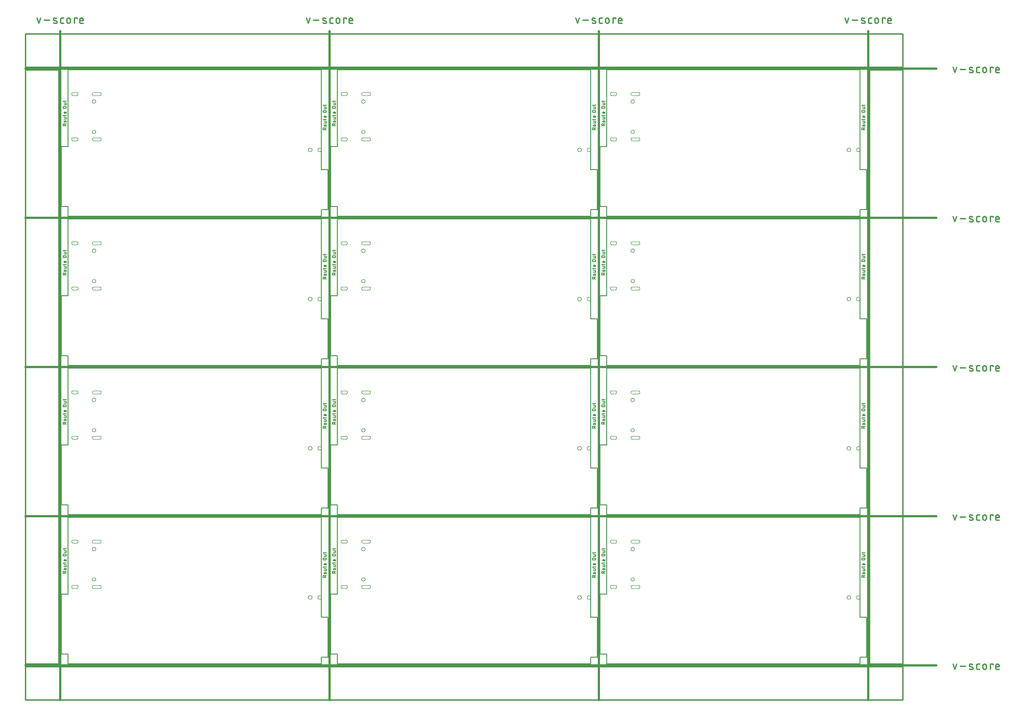
<source format=gko>
G04 EAGLE Gerber RS-274X export*
G75*
%MOMM*%
%FSLAX34Y34*%
%LPD*%
%IN*%
%IPPOS*%
%AMOC8*
5,1,8,0,0,1.08239X$1,22.5*%
G01*
%ADD10C,0.127000*%
%ADD11C,0.381000*%
%ADD12C,0.279400*%
%ADD13C,0.254000*%
%ADD14C,0.000000*%
%ADD15C,0.010000*%


D10*
X12700Y0D02*
X12700Y19050D01*
X12700Y133350D02*
X12700Y279400D01*
X495300Y279400D02*
X495300Y88900D01*
X495300Y12700D02*
X495300Y0D01*
X12700Y0D01*
X12700Y279400D02*
X495300Y279400D01*
X12700Y19050D02*
X0Y19050D01*
X0Y133350D01*
X12700Y133350D01*
X495300Y88900D02*
X508000Y88900D01*
X508000Y12700D01*
X495300Y12700D01*
X9525Y172999D02*
X3175Y172999D01*
X3175Y174763D01*
X3177Y174846D01*
X3183Y174928D01*
X3192Y175010D01*
X3206Y175092D01*
X3223Y175173D01*
X3244Y175253D01*
X3269Y175332D01*
X3298Y175409D01*
X3330Y175486D01*
X3365Y175560D01*
X3404Y175633D01*
X3447Y175704D01*
X3493Y175773D01*
X3542Y175840D01*
X3594Y175904D01*
X3649Y175966D01*
X3706Y176025D01*
X3767Y176081D01*
X3830Y176135D01*
X3895Y176185D01*
X3963Y176233D01*
X4033Y176277D01*
X4105Y176317D01*
X4179Y176355D01*
X4254Y176389D01*
X4331Y176419D01*
X4410Y176446D01*
X4489Y176469D01*
X4570Y176488D01*
X4651Y176503D01*
X4733Y176515D01*
X4815Y176523D01*
X4898Y176527D01*
X4980Y176527D01*
X5063Y176523D01*
X5145Y176515D01*
X5227Y176503D01*
X5308Y176488D01*
X5389Y176469D01*
X5468Y176446D01*
X5547Y176419D01*
X5624Y176389D01*
X5699Y176355D01*
X5773Y176317D01*
X5845Y176277D01*
X5915Y176233D01*
X5983Y176185D01*
X6048Y176135D01*
X6111Y176081D01*
X6172Y176025D01*
X6229Y175966D01*
X6284Y175904D01*
X6336Y175840D01*
X6385Y175773D01*
X6431Y175704D01*
X6474Y175633D01*
X6513Y175560D01*
X6548Y175486D01*
X6580Y175409D01*
X6609Y175332D01*
X6634Y175253D01*
X6655Y175173D01*
X6672Y175092D01*
X6686Y175010D01*
X6695Y174928D01*
X6701Y174846D01*
X6703Y174763D01*
X6703Y172999D01*
X6703Y175115D02*
X9525Y176526D01*
X8114Y179684D02*
X6703Y179684D01*
X6629Y179686D01*
X6556Y179692D01*
X6482Y179701D01*
X6410Y179715D01*
X6338Y179732D01*
X6267Y179753D01*
X6197Y179778D01*
X6129Y179806D01*
X6062Y179838D01*
X5997Y179873D01*
X5935Y179912D01*
X5874Y179953D01*
X5815Y179998D01*
X5759Y180046D01*
X5705Y180097D01*
X5654Y180151D01*
X5606Y180207D01*
X5561Y180266D01*
X5520Y180327D01*
X5481Y180390D01*
X5446Y180454D01*
X5414Y180521D01*
X5386Y180589D01*
X5361Y180659D01*
X5340Y180730D01*
X5323Y180802D01*
X5309Y180874D01*
X5300Y180948D01*
X5294Y181021D01*
X5292Y181095D01*
X5294Y181169D01*
X5300Y181242D01*
X5309Y181316D01*
X5323Y181388D01*
X5340Y181460D01*
X5361Y181531D01*
X5386Y181601D01*
X5414Y181669D01*
X5446Y181736D01*
X5481Y181801D01*
X5520Y181863D01*
X5561Y181924D01*
X5606Y181983D01*
X5654Y182039D01*
X5705Y182093D01*
X5759Y182144D01*
X5815Y182192D01*
X5874Y182237D01*
X5935Y182278D01*
X5998Y182317D01*
X6062Y182352D01*
X6129Y182384D01*
X6197Y182412D01*
X6267Y182437D01*
X6338Y182458D01*
X6410Y182475D01*
X6482Y182489D01*
X6556Y182498D01*
X6629Y182504D01*
X6703Y182506D01*
X8114Y182506D01*
X8188Y182504D01*
X8261Y182498D01*
X8335Y182489D01*
X8407Y182475D01*
X8479Y182458D01*
X8550Y182437D01*
X8620Y182412D01*
X8688Y182384D01*
X8755Y182352D01*
X8819Y182317D01*
X8882Y182278D01*
X8943Y182237D01*
X9002Y182192D01*
X9058Y182144D01*
X9112Y182093D01*
X9163Y182039D01*
X9211Y181983D01*
X9256Y181924D01*
X9297Y181863D01*
X9336Y181801D01*
X9371Y181736D01*
X9403Y181669D01*
X9431Y181601D01*
X9456Y181531D01*
X9477Y181460D01*
X9494Y181388D01*
X9508Y181316D01*
X9517Y181242D01*
X9523Y181169D01*
X9525Y181095D01*
X9523Y181021D01*
X9517Y180948D01*
X9508Y180874D01*
X9494Y180802D01*
X9477Y180730D01*
X9456Y180659D01*
X9431Y180589D01*
X9403Y180521D01*
X9371Y180454D01*
X9336Y180390D01*
X9297Y180327D01*
X9256Y180266D01*
X9211Y180207D01*
X9163Y180151D01*
X9112Y180097D01*
X9058Y180046D01*
X9002Y179998D01*
X8943Y179953D01*
X8882Y179912D01*
X8820Y179873D01*
X8755Y179838D01*
X8688Y179806D01*
X8620Y179778D01*
X8550Y179753D01*
X8479Y179732D01*
X8407Y179715D01*
X8335Y179701D01*
X8261Y179692D01*
X8188Y179686D01*
X8114Y179684D01*
X8467Y185856D02*
X5292Y185856D01*
X8467Y185857D02*
X8531Y185859D01*
X8595Y185865D01*
X8658Y185874D01*
X8720Y185888D01*
X8782Y185905D01*
X8842Y185926D01*
X8901Y185950D01*
X8959Y185978D01*
X9014Y186010D01*
X9068Y186044D01*
X9119Y186082D01*
X9169Y186123D01*
X9215Y186167D01*
X9259Y186213D01*
X9300Y186263D01*
X9338Y186314D01*
X9372Y186368D01*
X9404Y186423D01*
X9432Y186481D01*
X9456Y186540D01*
X9477Y186600D01*
X9494Y186662D01*
X9508Y186724D01*
X9517Y186787D01*
X9523Y186851D01*
X9525Y186915D01*
X9525Y188678D01*
X5292Y188678D01*
X5292Y191381D02*
X5292Y193498D01*
X3175Y192087D02*
X8467Y192087D01*
X8531Y192089D01*
X8595Y192095D01*
X8658Y192104D01*
X8720Y192118D01*
X8782Y192135D01*
X8842Y192156D01*
X8901Y192180D01*
X8959Y192208D01*
X9014Y192240D01*
X9068Y192274D01*
X9119Y192312D01*
X9169Y192353D01*
X9215Y192397D01*
X9259Y192443D01*
X9300Y192493D01*
X9338Y192544D01*
X9372Y192598D01*
X9404Y192653D01*
X9432Y192711D01*
X9456Y192770D01*
X9477Y192830D01*
X9494Y192892D01*
X9508Y192954D01*
X9517Y193018D01*
X9523Y193081D01*
X9525Y193145D01*
X9525Y193498D01*
X9525Y197430D02*
X9525Y199194D01*
X9525Y197430D02*
X9523Y197366D01*
X9517Y197302D01*
X9508Y197239D01*
X9494Y197177D01*
X9477Y197115D01*
X9456Y197055D01*
X9432Y196996D01*
X9404Y196938D01*
X9372Y196883D01*
X9338Y196829D01*
X9300Y196778D01*
X9259Y196728D01*
X9215Y196682D01*
X9169Y196638D01*
X9119Y196597D01*
X9068Y196559D01*
X9014Y196525D01*
X8959Y196493D01*
X8901Y196465D01*
X8842Y196441D01*
X8782Y196420D01*
X8720Y196403D01*
X8658Y196389D01*
X8595Y196380D01*
X8531Y196374D01*
X8467Y196372D01*
X6703Y196372D01*
X6629Y196374D01*
X6556Y196380D01*
X6482Y196389D01*
X6410Y196403D01*
X6338Y196420D01*
X6267Y196441D01*
X6197Y196466D01*
X6129Y196494D01*
X6062Y196526D01*
X5997Y196561D01*
X5935Y196600D01*
X5874Y196641D01*
X5815Y196686D01*
X5759Y196734D01*
X5705Y196785D01*
X5654Y196839D01*
X5606Y196895D01*
X5561Y196954D01*
X5520Y197015D01*
X5481Y197078D01*
X5446Y197142D01*
X5414Y197209D01*
X5386Y197277D01*
X5361Y197347D01*
X5340Y197418D01*
X5323Y197490D01*
X5309Y197562D01*
X5300Y197636D01*
X5294Y197709D01*
X5292Y197783D01*
X5294Y197857D01*
X5300Y197930D01*
X5309Y198004D01*
X5323Y198076D01*
X5340Y198148D01*
X5361Y198219D01*
X5386Y198289D01*
X5414Y198357D01*
X5446Y198424D01*
X5481Y198489D01*
X5520Y198551D01*
X5561Y198612D01*
X5606Y198671D01*
X5654Y198727D01*
X5705Y198781D01*
X5759Y198832D01*
X5815Y198880D01*
X5874Y198925D01*
X5935Y198966D01*
X5998Y199005D01*
X6062Y199040D01*
X6129Y199072D01*
X6197Y199100D01*
X6267Y199125D01*
X6338Y199146D01*
X6410Y199163D01*
X6482Y199177D01*
X6556Y199186D01*
X6629Y199192D01*
X6703Y199194D01*
X7408Y199194D01*
X7408Y196372D01*
X7761Y206077D02*
X4939Y206077D01*
X4856Y206079D01*
X4774Y206085D01*
X4692Y206094D01*
X4610Y206108D01*
X4529Y206125D01*
X4449Y206146D01*
X4370Y206171D01*
X4293Y206200D01*
X4216Y206232D01*
X4142Y206267D01*
X4069Y206306D01*
X3998Y206349D01*
X3929Y206395D01*
X3862Y206444D01*
X3798Y206496D01*
X3736Y206551D01*
X3677Y206608D01*
X3621Y206669D01*
X3567Y206732D01*
X3517Y206797D01*
X3469Y206865D01*
X3425Y206935D01*
X3385Y207007D01*
X3347Y207081D01*
X3313Y207156D01*
X3283Y207233D01*
X3256Y207312D01*
X3233Y207391D01*
X3214Y207472D01*
X3199Y207553D01*
X3187Y207635D01*
X3179Y207717D01*
X3175Y207800D01*
X3175Y207882D01*
X3179Y207965D01*
X3187Y208047D01*
X3199Y208129D01*
X3214Y208210D01*
X3233Y208291D01*
X3256Y208370D01*
X3283Y208449D01*
X3313Y208526D01*
X3347Y208601D01*
X3385Y208675D01*
X3425Y208747D01*
X3469Y208817D01*
X3517Y208885D01*
X3567Y208950D01*
X3621Y209013D01*
X3677Y209074D01*
X3736Y209131D01*
X3798Y209186D01*
X3862Y209238D01*
X3929Y209287D01*
X3998Y209333D01*
X4069Y209376D01*
X4142Y209415D01*
X4216Y209450D01*
X4293Y209482D01*
X4370Y209511D01*
X4449Y209536D01*
X4529Y209557D01*
X4610Y209574D01*
X4692Y209588D01*
X4774Y209597D01*
X4856Y209603D01*
X4939Y209605D01*
X7761Y209605D01*
X7844Y209603D01*
X7926Y209597D01*
X8008Y209588D01*
X8090Y209574D01*
X8171Y209557D01*
X8251Y209536D01*
X8330Y209511D01*
X8407Y209482D01*
X8484Y209450D01*
X8558Y209415D01*
X8631Y209376D01*
X8702Y209333D01*
X8771Y209287D01*
X8838Y209238D01*
X8902Y209186D01*
X8964Y209131D01*
X9023Y209074D01*
X9079Y209013D01*
X9133Y208950D01*
X9183Y208885D01*
X9231Y208817D01*
X9275Y208747D01*
X9315Y208675D01*
X9353Y208601D01*
X9387Y208526D01*
X9417Y208449D01*
X9444Y208370D01*
X9467Y208291D01*
X9486Y208210D01*
X9501Y208129D01*
X9513Y208047D01*
X9521Y207965D01*
X9525Y207882D01*
X9525Y207800D01*
X9521Y207717D01*
X9513Y207635D01*
X9501Y207553D01*
X9486Y207472D01*
X9467Y207391D01*
X9444Y207312D01*
X9417Y207233D01*
X9387Y207156D01*
X9353Y207081D01*
X9315Y207007D01*
X9275Y206935D01*
X9231Y206865D01*
X9183Y206797D01*
X9133Y206732D01*
X9079Y206669D01*
X9023Y206608D01*
X8964Y206551D01*
X8902Y206496D01*
X8838Y206444D01*
X8771Y206395D01*
X8702Y206349D01*
X8631Y206306D01*
X8558Y206267D01*
X8484Y206232D01*
X8407Y206200D01*
X8330Y206171D01*
X8251Y206146D01*
X8171Y206125D01*
X8090Y206108D01*
X8008Y206094D01*
X7926Y206085D01*
X7844Y206079D01*
X7761Y206077D01*
X8467Y213060D02*
X5292Y213060D01*
X8467Y213060D02*
X8531Y213062D01*
X8595Y213068D01*
X8658Y213077D01*
X8720Y213091D01*
X8782Y213108D01*
X8842Y213129D01*
X8901Y213153D01*
X8959Y213181D01*
X9014Y213213D01*
X9068Y213247D01*
X9119Y213285D01*
X9169Y213326D01*
X9215Y213370D01*
X9259Y213416D01*
X9300Y213466D01*
X9338Y213517D01*
X9372Y213571D01*
X9404Y213626D01*
X9432Y213684D01*
X9456Y213743D01*
X9477Y213803D01*
X9494Y213865D01*
X9508Y213927D01*
X9517Y213990D01*
X9523Y214054D01*
X9525Y214118D01*
X9525Y215882D01*
X5292Y215882D01*
X5292Y218585D02*
X5292Y220701D01*
X3175Y219290D02*
X8467Y219290D01*
X8467Y219291D02*
X8531Y219293D01*
X8595Y219299D01*
X8658Y219308D01*
X8720Y219322D01*
X8782Y219339D01*
X8842Y219360D01*
X8901Y219384D01*
X8959Y219412D01*
X9014Y219444D01*
X9068Y219478D01*
X9119Y219516D01*
X9169Y219557D01*
X9215Y219601D01*
X9259Y219647D01*
X9300Y219697D01*
X9338Y219748D01*
X9372Y219802D01*
X9404Y219857D01*
X9432Y219915D01*
X9456Y219974D01*
X9477Y220034D01*
X9494Y220096D01*
X9508Y220158D01*
X9517Y220222D01*
X9523Y220285D01*
X9525Y220349D01*
X9525Y220701D01*
X498475Y165379D02*
X504825Y165379D01*
X498475Y165379D02*
X498475Y167143D01*
X498477Y167226D01*
X498483Y167308D01*
X498492Y167390D01*
X498506Y167472D01*
X498523Y167553D01*
X498544Y167633D01*
X498569Y167712D01*
X498598Y167789D01*
X498630Y167866D01*
X498665Y167940D01*
X498704Y168013D01*
X498747Y168084D01*
X498793Y168153D01*
X498842Y168220D01*
X498894Y168284D01*
X498949Y168346D01*
X499006Y168405D01*
X499067Y168461D01*
X499130Y168515D01*
X499195Y168565D01*
X499263Y168613D01*
X499333Y168657D01*
X499405Y168697D01*
X499479Y168735D01*
X499554Y168769D01*
X499631Y168799D01*
X499710Y168826D01*
X499789Y168849D01*
X499870Y168868D01*
X499951Y168883D01*
X500033Y168895D01*
X500115Y168903D01*
X500198Y168907D01*
X500280Y168907D01*
X500363Y168903D01*
X500445Y168895D01*
X500527Y168883D01*
X500608Y168868D01*
X500689Y168849D01*
X500768Y168826D01*
X500847Y168799D01*
X500924Y168769D01*
X500999Y168735D01*
X501073Y168697D01*
X501145Y168657D01*
X501215Y168613D01*
X501283Y168565D01*
X501348Y168515D01*
X501411Y168461D01*
X501472Y168405D01*
X501529Y168346D01*
X501584Y168284D01*
X501636Y168220D01*
X501685Y168153D01*
X501731Y168084D01*
X501774Y168013D01*
X501813Y167940D01*
X501848Y167866D01*
X501880Y167789D01*
X501909Y167712D01*
X501934Y167633D01*
X501955Y167553D01*
X501972Y167472D01*
X501986Y167390D01*
X501995Y167308D01*
X502001Y167226D01*
X502003Y167143D01*
X502003Y165379D01*
X502003Y167495D02*
X504825Y168906D01*
X503414Y172064D02*
X502003Y172064D01*
X501929Y172066D01*
X501856Y172072D01*
X501782Y172081D01*
X501710Y172095D01*
X501638Y172112D01*
X501567Y172133D01*
X501497Y172158D01*
X501429Y172186D01*
X501362Y172218D01*
X501298Y172253D01*
X501235Y172292D01*
X501174Y172333D01*
X501115Y172378D01*
X501059Y172426D01*
X501005Y172477D01*
X500954Y172531D01*
X500906Y172587D01*
X500861Y172646D01*
X500820Y172707D01*
X500781Y172770D01*
X500746Y172834D01*
X500714Y172901D01*
X500686Y172969D01*
X500661Y173039D01*
X500640Y173110D01*
X500623Y173182D01*
X500609Y173254D01*
X500600Y173328D01*
X500594Y173401D01*
X500592Y173475D01*
X500594Y173549D01*
X500600Y173622D01*
X500609Y173696D01*
X500623Y173768D01*
X500640Y173840D01*
X500661Y173911D01*
X500686Y173981D01*
X500714Y174049D01*
X500746Y174116D01*
X500781Y174181D01*
X500820Y174243D01*
X500861Y174304D01*
X500906Y174363D01*
X500954Y174419D01*
X501005Y174473D01*
X501059Y174524D01*
X501115Y174572D01*
X501174Y174617D01*
X501235Y174658D01*
X501298Y174697D01*
X501362Y174732D01*
X501429Y174764D01*
X501497Y174792D01*
X501567Y174817D01*
X501638Y174838D01*
X501710Y174855D01*
X501782Y174869D01*
X501856Y174878D01*
X501929Y174884D01*
X502003Y174886D01*
X503414Y174886D01*
X503488Y174884D01*
X503561Y174878D01*
X503635Y174869D01*
X503707Y174855D01*
X503779Y174838D01*
X503850Y174817D01*
X503920Y174792D01*
X503988Y174764D01*
X504055Y174732D01*
X504120Y174697D01*
X504182Y174658D01*
X504243Y174617D01*
X504302Y174572D01*
X504358Y174524D01*
X504412Y174473D01*
X504463Y174419D01*
X504511Y174363D01*
X504556Y174304D01*
X504597Y174243D01*
X504636Y174181D01*
X504671Y174116D01*
X504703Y174049D01*
X504731Y173981D01*
X504756Y173911D01*
X504777Y173840D01*
X504794Y173768D01*
X504808Y173696D01*
X504817Y173622D01*
X504823Y173549D01*
X504825Y173475D01*
X504823Y173401D01*
X504817Y173328D01*
X504808Y173254D01*
X504794Y173182D01*
X504777Y173110D01*
X504756Y173039D01*
X504731Y172969D01*
X504703Y172901D01*
X504671Y172834D01*
X504636Y172770D01*
X504597Y172707D01*
X504556Y172646D01*
X504511Y172587D01*
X504463Y172531D01*
X504412Y172477D01*
X504358Y172426D01*
X504302Y172378D01*
X504243Y172333D01*
X504182Y172292D01*
X504120Y172253D01*
X504055Y172218D01*
X503988Y172186D01*
X503920Y172158D01*
X503850Y172133D01*
X503779Y172112D01*
X503707Y172095D01*
X503635Y172081D01*
X503561Y172072D01*
X503488Y172066D01*
X503414Y172064D01*
X503767Y178236D02*
X500592Y178236D01*
X503767Y178237D02*
X503831Y178239D01*
X503895Y178245D01*
X503958Y178254D01*
X504020Y178268D01*
X504082Y178285D01*
X504142Y178306D01*
X504201Y178330D01*
X504259Y178358D01*
X504314Y178390D01*
X504368Y178424D01*
X504419Y178462D01*
X504469Y178503D01*
X504515Y178547D01*
X504559Y178593D01*
X504600Y178643D01*
X504638Y178694D01*
X504672Y178748D01*
X504704Y178803D01*
X504732Y178861D01*
X504756Y178920D01*
X504777Y178980D01*
X504794Y179042D01*
X504808Y179104D01*
X504817Y179167D01*
X504823Y179231D01*
X504825Y179295D01*
X504825Y181058D01*
X500592Y181058D01*
X500592Y183761D02*
X500592Y185878D01*
X498475Y184467D02*
X503767Y184467D01*
X503831Y184469D01*
X503895Y184475D01*
X503958Y184484D01*
X504020Y184498D01*
X504082Y184515D01*
X504142Y184536D01*
X504201Y184560D01*
X504259Y184588D01*
X504314Y184620D01*
X504368Y184654D01*
X504419Y184692D01*
X504469Y184733D01*
X504515Y184777D01*
X504559Y184823D01*
X504600Y184873D01*
X504638Y184924D01*
X504672Y184978D01*
X504704Y185033D01*
X504732Y185091D01*
X504756Y185150D01*
X504777Y185210D01*
X504794Y185272D01*
X504808Y185334D01*
X504817Y185398D01*
X504823Y185461D01*
X504825Y185525D01*
X504825Y185878D01*
X504825Y189810D02*
X504825Y191574D01*
X504825Y189810D02*
X504823Y189746D01*
X504817Y189682D01*
X504808Y189619D01*
X504794Y189557D01*
X504777Y189495D01*
X504756Y189435D01*
X504732Y189376D01*
X504704Y189318D01*
X504672Y189263D01*
X504638Y189209D01*
X504600Y189158D01*
X504559Y189108D01*
X504515Y189062D01*
X504469Y189018D01*
X504419Y188977D01*
X504368Y188939D01*
X504314Y188905D01*
X504259Y188873D01*
X504201Y188845D01*
X504142Y188821D01*
X504082Y188800D01*
X504020Y188783D01*
X503958Y188769D01*
X503895Y188760D01*
X503831Y188754D01*
X503767Y188752D01*
X502003Y188752D01*
X501929Y188754D01*
X501856Y188760D01*
X501782Y188769D01*
X501710Y188783D01*
X501638Y188800D01*
X501567Y188821D01*
X501497Y188846D01*
X501429Y188874D01*
X501362Y188906D01*
X501298Y188941D01*
X501235Y188980D01*
X501174Y189021D01*
X501115Y189066D01*
X501059Y189114D01*
X501005Y189165D01*
X500954Y189219D01*
X500906Y189275D01*
X500861Y189334D01*
X500820Y189395D01*
X500781Y189458D01*
X500746Y189522D01*
X500714Y189589D01*
X500686Y189657D01*
X500661Y189727D01*
X500640Y189798D01*
X500623Y189870D01*
X500609Y189942D01*
X500600Y190016D01*
X500594Y190089D01*
X500592Y190163D01*
X500594Y190237D01*
X500600Y190310D01*
X500609Y190384D01*
X500623Y190456D01*
X500640Y190528D01*
X500661Y190599D01*
X500686Y190669D01*
X500714Y190737D01*
X500746Y190804D01*
X500781Y190869D01*
X500820Y190931D01*
X500861Y190992D01*
X500906Y191051D01*
X500954Y191107D01*
X501005Y191161D01*
X501059Y191212D01*
X501115Y191260D01*
X501174Y191305D01*
X501235Y191346D01*
X501298Y191385D01*
X501362Y191420D01*
X501429Y191452D01*
X501497Y191480D01*
X501567Y191505D01*
X501638Y191526D01*
X501710Y191543D01*
X501782Y191557D01*
X501856Y191566D01*
X501929Y191572D01*
X502003Y191574D01*
X502708Y191574D01*
X502708Y188752D01*
X503061Y198457D02*
X500239Y198457D01*
X500156Y198459D01*
X500074Y198465D01*
X499992Y198474D01*
X499910Y198488D01*
X499829Y198505D01*
X499749Y198526D01*
X499670Y198551D01*
X499593Y198580D01*
X499516Y198612D01*
X499442Y198647D01*
X499369Y198686D01*
X499298Y198729D01*
X499229Y198775D01*
X499162Y198824D01*
X499098Y198876D01*
X499036Y198931D01*
X498977Y198988D01*
X498921Y199049D01*
X498867Y199112D01*
X498817Y199177D01*
X498769Y199245D01*
X498725Y199315D01*
X498685Y199387D01*
X498647Y199461D01*
X498613Y199536D01*
X498583Y199613D01*
X498556Y199692D01*
X498533Y199771D01*
X498514Y199852D01*
X498499Y199933D01*
X498487Y200015D01*
X498479Y200097D01*
X498475Y200180D01*
X498475Y200262D01*
X498479Y200345D01*
X498487Y200427D01*
X498499Y200509D01*
X498514Y200590D01*
X498533Y200671D01*
X498556Y200750D01*
X498583Y200829D01*
X498613Y200906D01*
X498647Y200981D01*
X498685Y201055D01*
X498725Y201127D01*
X498769Y201197D01*
X498817Y201265D01*
X498867Y201330D01*
X498921Y201393D01*
X498977Y201454D01*
X499036Y201511D01*
X499098Y201566D01*
X499162Y201618D01*
X499229Y201667D01*
X499298Y201713D01*
X499369Y201756D01*
X499442Y201795D01*
X499516Y201830D01*
X499593Y201862D01*
X499670Y201891D01*
X499749Y201916D01*
X499829Y201937D01*
X499910Y201954D01*
X499992Y201968D01*
X500074Y201977D01*
X500156Y201983D01*
X500239Y201985D01*
X503061Y201985D01*
X503144Y201983D01*
X503226Y201977D01*
X503308Y201968D01*
X503390Y201954D01*
X503471Y201937D01*
X503551Y201916D01*
X503630Y201891D01*
X503707Y201862D01*
X503784Y201830D01*
X503858Y201795D01*
X503931Y201756D01*
X504002Y201713D01*
X504071Y201667D01*
X504138Y201618D01*
X504202Y201566D01*
X504264Y201511D01*
X504323Y201454D01*
X504379Y201393D01*
X504433Y201330D01*
X504483Y201265D01*
X504531Y201197D01*
X504575Y201127D01*
X504615Y201055D01*
X504653Y200981D01*
X504687Y200906D01*
X504717Y200829D01*
X504744Y200750D01*
X504767Y200671D01*
X504786Y200590D01*
X504801Y200509D01*
X504813Y200427D01*
X504821Y200345D01*
X504825Y200262D01*
X504825Y200180D01*
X504821Y200097D01*
X504813Y200015D01*
X504801Y199933D01*
X504786Y199852D01*
X504767Y199771D01*
X504744Y199692D01*
X504717Y199613D01*
X504687Y199536D01*
X504653Y199461D01*
X504615Y199387D01*
X504575Y199315D01*
X504531Y199245D01*
X504483Y199177D01*
X504433Y199112D01*
X504379Y199049D01*
X504323Y198988D01*
X504264Y198931D01*
X504202Y198876D01*
X504138Y198824D01*
X504071Y198775D01*
X504002Y198729D01*
X503931Y198686D01*
X503858Y198647D01*
X503784Y198612D01*
X503707Y198580D01*
X503630Y198551D01*
X503551Y198526D01*
X503471Y198505D01*
X503390Y198488D01*
X503308Y198474D01*
X503226Y198465D01*
X503144Y198459D01*
X503061Y198457D01*
X503767Y205440D02*
X500592Y205440D01*
X503767Y205440D02*
X503831Y205442D01*
X503895Y205448D01*
X503958Y205457D01*
X504020Y205471D01*
X504082Y205488D01*
X504142Y205509D01*
X504201Y205533D01*
X504259Y205561D01*
X504314Y205593D01*
X504368Y205627D01*
X504419Y205665D01*
X504469Y205706D01*
X504515Y205750D01*
X504559Y205796D01*
X504600Y205846D01*
X504638Y205897D01*
X504672Y205951D01*
X504704Y206006D01*
X504732Y206064D01*
X504756Y206123D01*
X504777Y206183D01*
X504794Y206245D01*
X504808Y206307D01*
X504817Y206370D01*
X504823Y206434D01*
X504825Y206498D01*
X504825Y208262D01*
X500592Y208262D01*
X500592Y210965D02*
X500592Y213081D01*
X498475Y211670D02*
X503767Y211670D01*
X503767Y211671D02*
X503831Y211673D01*
X503895Y211679D01*
X503958Y211688D01*
X504020Y211702D01*
X504082Y211719D01*
X504142Y211740D01*
X504201Y211764D01*
X504259Y211792D01*
X504314Y211824D01*
X504368Y211858D01*
X504419Y211896D01*
X504469Y211937D01*
X504515Y211981D01*
X504559Y212027D01*
X504600Y212077D01*
X504638Y212128D01*
X504672Y212182D01*
X504704Y212237D01*
X504732Y212295D01*
X504756Y212354D01*
X504777Y212414D01*
X504794Y212476D01*
X504808Y212538D01*
X504817Y212602D01*
X504823Y212665D01*
X504825Y212729D01*
X504825Y213081D01*
X525780Y19050D02*
X525780Y0D01*
X525780Y133350D02*
X525780Y279400D01*
X1008380Y279400D02*
X1008380Y88900D01*
X1008380Y12700D02*
X1008380Y0D01*
X525780Y0D01*
X525780Y279400D02*
X1008380Y279400D01*
X525780Y19050D02*
X513080Y19050D01*
X513080Y133350D01*
X525780Y133350D01*
X1008380Y88900D02*
X1021080Y88900D01*
X1021080Y12700D01*
X1008380Y12700D01*
X522605Y172999D02*
X516255Y172999D01*
X516255Y174763D01*
X516257Y174846D01*
X516263Y174928D01*
X516272Y175010D01*
X516286Y175092D01*
X516303Y175173D01*
X516324Y175253D01*
X516349Y175332D01*
X516378Y175409D01*
X516410Y175486D01*
X516445Y175560D01*
X516484Y175633D01*
X516527Y175704D01*
X516573Y175773D01*
X516622Y175840D01*
X516674Y175904D01*
X516729Y175966D01*
X516786Y176025D01*
X516847Y176081D01*
X516910Y176135D01*
X516975Y176185D01*
X517043Y176233D01*
X517113Y176277D01*
X517185Y176317D01*
X517259Y176355D01*
X517334Y176389D01*
X517411Y176419D01*
X517490Y176446D01*
X517569Y176469D01*
X517650Y176488D01*
X517731Y176503D01*
X517813Y176515D01*
X517895Y176523D01*
X517978Y176527D01*
X518060Y176527D01*
X518143Y176523D01*
X518225Y176515D01*
X518307Y176503D01*
X518388Y176488D01*
X518469Y176469D01*
X518548Y176446D01*
X518627Y176419D01*
X518704Y176389D01*
X518779Y176355D01*
X518853Y176317D01*
X518925Y176277D01*
X518995Y176233D01*
X519063Y176185D01*
X519128Y176135D01*
X519191Y176081D01*
X519252Y176025D01*
X519309Y175966D01*
X519364Y175904D01*
X519416Y175840D01*
X519465Y175773D01*
X519511Y175704D01*
X519554Y175633D01*
X519593Y175560D01*
X519628Y175486D01*
X519660Y175409D01*
X519689Y175332D01*
X519714Y175253D01*
X519735Y175173D01*
X519752Y175092D01*
X519766Y175010D01*
X519775Y174928D01*
X519781Y174846D01*
X519783Y174763D01*
X519783Y172999D01*
X519783Y175115D02*
X522605Y176526D01*
X521194Y179684D02*
X519783Y179684D01*
X519709Y179686D01*
X519636Y179692D01*
X519562Y179701D01*
X519490Y179715D01*
X519418Y179732D01*
X519347Y179753D01*
X519277Y179778D01*
X519209Y179806D01*
X519142Y179838D01*
X519078Y179873D01*
X519015Y179912D01*
X518954Y179953D01*
X518895Y179998D01*
X518839Y180046D01*
X518785Y180097D01*
X518734Y180151D01*
X518686Y180207D01*
X518641Y180266D01*
X518600Y180327D01*
X518561Y180390D01*
X518526Y180454D01*
X518494Y180521D01*
X518466Y180589D01*
X518441Y180659D01*
X518420Y180730D01*
X518403Y180802D01*
X518389Y180874D01*
X518380Y180948D01*
X518374Y181021D01*
X518372Y181095D01*
X518374Y181169D01*
X518380Y181242D01*
X518389Y181316D01*
X518403Y181388D01*
X518420Y181460D01*
X518441Y181531D01*
X518466Y181601D01*
X518494Y181669D01*
X518526Y181736D01*
X518561Y181801D01*
X518600Y181863D01*
X518641Y181924D01*
X518686Y181983D01*
X518734Y182039D01*
X518785Y182093D01*
X518839Y182144D01*
X518895Y182192D01*
X518954Y182237D01*
X519015Y182278D01*
X519078Y182317D01*
X519142Y182352D01*
X519209Y182384D01*
X519277Y182412D01*
X519347Y182437D01*
X519418Y182458D01*
X519490Y182475D01*
X519562Y182489D01*
X519636Y182498D01*
X519709Y182504D01*
X519783Y182506D01*
X521194Y182506D01*
X521268Y182504D01*
X521341Y182498D01*
X521415Y182489D01*
X521487Y182475D01*
X521559Y182458D01*
X521630Y182437D01*
X521700Y182412D01*
X521768Y182384D01*
X521835Y182352D01*
X521900Y182317D01*
X521962Y182278D01*
X522023Y182237D01*
X522082Y182192D01*
X522138Y182144D01*
X522192Y182093D01*
X522243Y182039D01*
X522291Y181983D01*
X522336Y181924D01*
X522377Y181863D01*
X522416Y181801D01*
X522451Y181736D01*
X522483Y181669D01*
X522511Y181601D01*
X522536Y181531D01*
X522557Y181460D01*
X522574Y181388D01*
X522588Y181316D01*
X522597Y181242D01*
X522603Y181169D01*
X522605Y181095D01*
X522603Y181021D01*
X522597Y180948D01*
X522588Y180874D01*
X522574Y180802D01*
X522557Y180730D01*
X522536Y180659D01*
X522511Y180589D01*
X522483Y180521D01*
X522451Y180454D01*
X522416Y180390D01*
X522377Y180327D01*
X522336Y180266D01*
X522291Y180207D01*
X522243Y180151D01*
X522192Y180097D01*
X522138Y180046D01*
X522082Y179998D01*
X522023Y179953D01*
X521962Y179912D01*
X521900Y179873D01*
X521835Y179838D01*
X521768Y179806D01*
X521700Y179778D01*
X521630Y179753D01*
X521559Y179732D01*
X521487Y179715D01*
X521415Y179701D01*
X521341Y179692D01*
X521268Y179686D01*
X521194Y179684D01*
X521547Y185856D02*
X518372Y185856D01*
X521547Y185857D02*
X521611Y185859D01*
X521675Y185865D01*
X521738Y185874D01*
X521800Y185888D01*
X521862Y185905D01*
X521922Y185926D01*
X521981Y185950D01*
X522039Y185978D01*
X522094Y186010D01*
X522148Y186044D01*
X522199Y186082D01*
X522249Y186123D01*
X522295Y186167D01*
X522339Y186213D01*
X522380Y186263D01*
X522418Y186314D01*
X522452Y186368D01*
X522484Y186423D01*
X522512Y186481D01*
X522536Y186540D01*
X522557Y186600D01*
X522574Y186662D01*
X522588Y186724D01*
X522597Y186787D01*
X522603Y186851D01*
X522605Y186915D01*
X522605Y188678D01*
X518372Y188678D01*
X518372Y191381D02*
X518372Y193498D01*
X516255Y192087D02*
X521547Y192087D01*
X521611Y192089D01*
X521675Y192095D01*
X521738Y192104D01*
X521800Y192118D01*
X521862Y192135D01*
X521922Y192156D01*
X521981Y192180D01*
X522039Y192208D01*
X522094Y192240D01*
X522148Y192274D01*
X522199Y192312D01*
X522249Y192353D01*
X522295Y192397D01*
X522339Y192443D01*
X522380Y192493D01*
X522418Y192544D01*
X522452Y192598D01*
X522484Y192653D01*
X522512Y192711D01*
X522536Y192770D01*
X522557Y192830D01*
X522574Y192892D01*
X522588Y192954D01*
X522597Y193018D01*
X522603Y193081D01*
X522605Y193145D01*
X522605Y193498D01*
X522605Y197430D02*
X522605Y199194D01*
X522605Y197430D02*
X522603Y197366D01*
X522597Y197302D01*
X522588Y197239D01*
X522574Y197177D01*
X522557Y197115D01*
X522536Y197055D01*
X522512Y196996D01*
X522484Y196938D01*
X522452Y196883D01*
X522418Y196829D01*
X522380Y196778D01*
X522339Y196728D01*
X522295Y196682D01*
X522249Y196638D01*
X522199Y196597D01*
X522148Y196559D01*
X522094Y196525D01*
X522039Y196493D01*
X521981Y196465D01*
X521922Y196441D01*
X521862Y196420D01*
X521800Y196403D01*
X521738Y196389D01*
X521675Y196380D01*
X521611Y196374D01*
X521547Y196372D01*
X519783Y196372D01*
X519709Y196374D01*
X519636Y196380D01*
X519562Y196389D01*
X519490Y196403D01*
X519418Y196420D01*
X519347Y196441D01*
X519277Y196466D01*
X519209Y196494D01*
X519142Y196526D01*
X519078Y196561D01*
X519015Y196600D01*
X518954Y196641D01*
X518895Y196686D01*
X518839Y196734D01*
X518785Y196785D01*
X518734Y196839D01*
X518686Y196895D01*
X518641Y196954D01*
X518600Y197015D01*
X518561Y197078D01*
X518526Y197142D01*
X518494Y197209D01*
X518466Y197277D01*
X518441Y197347D01*
X518420Y197418D01*
X518403Y197490D01*
X518389Y197562D01*
X518380Y197636D01*
X518374Y197709D01*
X518372Y197783D01*
X518374Y197857D01*
X518380Y197930D01*
X518389Y198004D01*
X518403Y198076D01*
X518420Y198148D01*
X518441Y198219D01*
X518466Y198289D01*
X518494Y198357D01*
X518526Y198424D01*
X518561Y198489D01*
X518600Y198551D01*
X518641Y198612D01*
X518686Y198671D01*
X518734Y198727D01*
X518785Y198781D01*
X518839Y198832D01*
X518895Y198880D01*
X518954Y198925D01*
X519015Y198966D01*
X519078Y199005D01*
X519142Y199040D01*
X519209Y199072D01*
X519277Y199100D01*
X519347Y199125D01*
X519418Y199146D01*
X519490Y199163D01*
X519562Y199177D01*
X519636Y199186D01*
X519709Y199192D01*
X519783Y199194D01*
X520488Y199194D01*
X520488Y196372D01*
X520841Y206077D02*
X518019Y206077D01*
X517936Y206079D01*
X517854Y206085D01*
X517772Y206094D01*
X517690Y206108D01*
X517609Y206125D01*
X517529Y206146D01*
X517450Y206171D01*
X517373Y206200D01*
X517296Y206232D01*
X517222Y206267D01*
X517149Y206306D01*
X517078Y206349D01*
X517009Y206395D01*
X516942Y206444D01*
X516878Y206496D01*
X516816Y206551D01*
X516757Y206608D01*
X516701Y206669D01*
X516647Y206732D01*
X516597Y206797D01*
X516549Y206865D01*
X516505Y206935D01*
X516465Y207007D01*
X516427Y207081D01*
X516393Y207156D01*
X516363Y207233D01*
X516336Y207312D01*
X516313Y207391D01*
X516294Y207472D01*
X516279Y207553D01*
X516267Y207635D01*
X516259Y207717D01*
X516255Y207800D01*
X516255Y207882D01*
X516259Y207965D01*
X516267Y208047D01*
X516279Y208129D01*
X516294Y208210D01*
X516313Y208291D01*
X516336Y208370D01*
X516363Y208449D01*
X516393Y208526D01*
X516427Y208601D01*
X516465Y208675D01*
X516505Y208747D01*
X516549Y208817D01*
X516597Y208885D01*
X516647Y208950D01*
X516701Y209013D01*
X516757Y209074D01*
X516816Y209131D01*
X516878Y209186D01*
X516942Y209238D01*
X517009Y209287D01*
X517078Y209333D01*
X517149Y209376D01*
X517222Y209415D01*
X517296Y209450D01*
X517373Y209482D01*
X517450Y209511D01*
X517529Y209536D01*
X517609Y209557D01*
X517690Y209574D01*
X517772Y209588D01*
X517854Y209597D01*
X517936Y209603D01*
X518019Y209605D01*
X520841Y209605D01*
X520924Y209603D01*
X521006Y209597D01*
X521088Y209588D01*
X521170Y209574D01*
X521251Y209557D01*
X521331Y209536D01*
X521410Y209511D01*
X521487Y209482D01*
X521564Y209450D01*
X521638Y209415D01*
X521711Y209376D01*
X521782Y209333D01*
X521851Y209287D01*
X521918Y209238D01*
X521982Y209186D01*
X522044Y209131D01*
X522103Y209074D01*
X522159Y209013D01*
X522213Y208950D01*
X522263Y208885D01*
X522311Y208817D01*
X522355Y208747D01*
X522395Y208675D01*
X522433Y208601D01*
X522467Y208526D01*
X522497Y208449D01*
X522524Y208370D01*
X522547Y208291D01*
X522566Y208210D01*
X522581Y208129D01*
X522593Y208047D01*
X522601Y207965D01*
X522605Y207882D01*
X522605Y207800D01*
X522601Y207717D01*
X522593Y207635D01*
X522581Y207553D01*
X522566Y207472D01*
X522547Y207391D01*
X522524Y207312D01*
X522497Y207233D01*
X522467Y207156D01*
X522433Y207081D01*
X522395Y207007D01*
X522355Y206935D01*
X522311Y206865D01*
X522263Y206797D01*
X522213Y206732D01*
X522159Y206669D01*
X522103Y206608D01*
X522044Y206551D01*
X521982Y206496D01*
X521918Y206444D01*
X521851Y206395D01*
X521782Y206349D01*
X521711Y206306D01*
X521638Y206267D01*
X521564Y206232D01*
X521487Y206200D01*
X521410Y206171D01*
X521331Y206146D01*
X521251Y206125D01*
X521170Y206108D01*
X521088Y206094D01*
X521006Y206085D01*
X520924Y206079D01*
X520841Y206077D01*
X521547Y213060D02*
X518372Y213060D01*
X521547Y213060D02*
X521611Y213062D01*
X521675Y213068D01*
X521738Y213077D01*
X521800Y213091D01*
X521862Y213108D01*
X521922Y213129D01*
X521981Y213153D01*
X522039Y213181D01*
X522094Y213213D01*
X522148Y213247D01*
X522199Y213285D01*
X522249Y213326D01*
X522295Y213370D01*
X522339Y213416D01*
X522380Y213466D01*
X522418Y213517D01*
X522452Y213571D01*
X522484Y213626D01*
X522512Y213684D01*
X522536Y213743D01*
X522557Y213803D01*
X522574Y213865D01*
X522588Y213927D01*
X522597Y213990D01*
X522603Y214054D01*
X522605Y214118D01*
X522605Y215882D01*
X518372Y215882D01*
X518372Y218585D02*
X518372Y220701D01*
X516255Y219290D02*
X521547Y219290D01*
X521547Y219291D02*
X521611Y219293D01*
X521675Y219299D01*
X521738Y219308D01*
X521800Y219322D01*
X521862Y219339D01*
X521922Y219360D01*
X521981Y219384D01*
X522039Y219412D01*
X522094Y219444D01*
X522148Y219478D01*
X522199Y219516D01*
X522249Y219557D01*
X522295Y219601D01*
X522339Y219647D01*
X522380Y219697D01*
X522418Y219748D01*
X522452Y219802D01*
X522484Y219857D01*
X522512Y219915D01*
X522536Y219974D01*
X522557Y220034D01*
X522574Y220096D01*
X522588Y220158D01*
X522597Y220222D01*
X522603Y220285D01*
X522605Y220349D01*
X522605Y220701D01*
X1011555Y165379D02*
X1017905Y165379D01*
X1011555Y165379D02*
X1011555Y167143D01*
X1011557Y167226D01*
X1011563Y167308D01*
X1011572Y167390D01*
X1011586Y167472D01*
X1011603Y167553D01*
X1011624Y167633D01*
X1011649Y167712D01*
X1011678Y167789D01*
X1011710Y167866D01*
X1011745Y167940D01*
X1011784Y168013D01*
X1011827Y168084D01*
X1011873Y168153D01*
X1011922Y168220D01*
X1011974Y168284D01*
X1012029Y168346D01*
X1012086Y168405D01*
X1012147Y168461D01*
X1012210Y168515D01*
X1012275Y168565D01*
X1012343Y168613D01*
X1012413Y168657D01*
X1012485Y168697D01*
X1012559Y168735D01*
X1012634Y168769D01*
X1012711Y168799D01*
X1012790Y168826D01*
X1012869Y168849D01*
X1012950Y168868D01*
X1013031Y168883D01*
X1013113Y168895D01*
X1013195Y168903D01*
X1013278Y168907D01*
X1013360Y168907D01*
X1013443Y168903D01*
X1013525Y168895D01*
X1013607Y168883D01*
X1013688Y168868D01*
X1013769Y168849D01*
X1013848Y168826D01*
X1013927Y168799D01*
X1014004Y168769D01*
X1014079Y168735D01*
X1014153Y168697D01*
X1014225Y168657D01*
X1014295Y168613D01*
X1014363Y168565D01*
X1014428Y168515D01*
X1014491Y168461D01*
X1014552Y168405D01*
X1014609Y168346D01*
X1014664Y168284D01*
X1014716Y168220D01*
X1014765Y168153D01*
X1014811Y168084D01*
X1014854Y168013D01*
X1014893Y167940D01*
X1014928Y167866D01*
X1014960Y167789D01*
X1014989Y167712D01*
X1015014Y167633D01*
X1015035Y167553D01*
X1015052Y167472D01*
X1015066Y167390D01*
X1015075Y167308D01*
X1015081Y167226D01*
X1015083Y167143D01*
X1015083Y165379D01*
X1015083Y167495D02*
X1017905Y168906D01*
X1016494Y172064D02*
X1015083Y172064D01*
X1015009Y172066D01*
X1014936Y172072D01*
X1014862Y172081D01*
X1014790Y172095D01*
X1014718Y172112D01*
X1014647Y172133D01*
X1014577Y172158D01*
X1014509Y172186D01*
X1014442Y172218D01*
X1014378Y172253D01*
X1014315Y172292D01*
X1014254Y172333D01*
X1014195Y172378D01*
X1014139Y172426D01*
X1014085Y172477D01*
X1014034Y172531D01*
X1013986Y172587D01*
X1013941Y172646D01*
X1013900Y172707D01*
X1013861Y172770D01*
X1013826Y172834D01*
X1013794Y172901D01*
X1013766Y172969D01*
X1013741Y173039D01*
X1013720Y173110D01*
X1013703Y173182D01*
X1013689Y173254D01*
X1013680Y173328D01*
X1013674Y173401D01*
X1013672Y173475D01*
X1013674Y173549D01*
X1013680Y173622D01*
X1013689Y173696D01*
X1013703Y173768D01*
X1013720Y173840D01*
X1013741Y173911D01*
X1013766Y173981D01*
X1013794Y174049D01*
X1013826Y174116D01*
X1013861Y174181D01*
X1013900Y174243D01*
X1013941Y174304D01*
X1013986Y174363D01*
X1014034Y174419D01*
X1014085Y174473D01*
X1014139Y174524D01*
X1014195Y174572D01*
X1014254Y174617D01*
X1014315Y174658D01*
X1014378Y174697D01*
X1014442Y174732D01*
X1014509Y174764D01*
X1014577Y174792D01*
X1014647Y174817D01*
X1014718Y174838D01*
X1014790Y174855D01*
X1014862Y174869D01*
X1014936Y174878D01*
X1015009Y174884D01*
X1015083Y174886D01*
X1016494Y174886D01*
X1016568Y174884D01*
X1016641Y174878D01*
X1016715Y174869D01*
X1016787Y174855D01*
X1016859Y174838D01*
X1016930Y174817D01*
X1017000Y174792D01*
X1017068Y174764D01*
X1017135Y174732D01*
X1017200Y174697D01*
X1017262Y174658D01*
X1017323Y174617D01*
X1017382Y174572D01*
X1017438Y174524D01*
X1017492Y174473D01*
X1017543Y174419D01*
X1017591Y174363D01*
X1017636Y174304D01*
X1017677Y174243D01*
X1017716Y174181D01*
X1017751Y174116D01*
X1017783Y174049D01*
X1017811Y173981D01*
X1017836Y173911D01*
X1017857Y173840D01*
X1017874Y173768D01*
X1017888Y173696D01*
X1017897Y173622D01*
X1017903Y173549D01*
X1017905Y173475D01*
X1017903Y173401D01*
X1017897Y173328D01*
X1017888Y173254D01*
X1017874Y173182D01*
X1017857Y173110D01*
X1017836Y173039D01*
X1017811Y172969D01*
X1017783Y172901D01*
X1017751Y172834D01*
X1017716Y172770D01*
X1017677Y172707D01*
X1017636Y172646D01*
X1017591Y172587D01*
X1017543Y172531D01*
X1017492Y172477D01*
X1017438Y172426D01*
X1017382Y172378D01*
X1017323Y172333D01*
X1017262Y172292D01*
X1017200Y172253D01*
X1017135Y172218D01*
X1017068Y172186D01*
X1017000Y172158D01*
X1016930Y172133D01*
X1016859Y172112D01*
X1016787Y172095D01*
X1016715Y172081D01*
X1016641Y172072D01*
X1016568Y172066D01*
X1016494Y172064D01*
X1016847Y178236D02*
X1013672Y178236D01*
X1016847Y178237D02*
X1016911Y178239D01*
X1016975Y178245D01*
X1017038Y178254D01*
X1017100Y178268D01*
X1017162Y178285D01*
X1017222Y178306D01*
X1017281Y178330D01*
X1017339Y178358D01*
X1017394Y178390D01*
X1017448Y178424D01*
X1017499Y178462D01*
X1017549Y178503D01*
X1017595Y178547D01*
X1017639Y178593D01*
X1017680Y178643D01*
X1017718Y178694D01*
X1017752Y178748D01*
X1017784Y178803D01*
X1017812Y178861D01*
X1017836Y178920D01*
X1017857Y178980D01*
X1017874Y179042D01*
X1017888Y179104D01*
X1017897Y179167D01*
X1017903Y179231D01*
X1017905Y179295D01*
X1017905Y181058D01*
X1013672Y181058D01*
X1013672Y183761D02*
X1013672Y185878D01*
X1011555Y184467D02*
X1016847Y184467D01*
X1016911Y184469D01*
X1016975Y184475D01*
X1017038Y184484D01*
X1017100Y184498D01*
X1017162Y184515D01*
X1017222Y184536D01*
X1017281Y184560D01*
X1017339Y184588D01*
X1017394Y184620D01*
X1017448Y184654D01*
X1017499Y184692D01*
X1017549Y184733D01*
X1017595Y184777D01*
X1017639Y184823D01*
X1017680Y184873D01*
X1017718Y184924D01*
X1017752Y184978D01*
X1017784Y185033D01*
X1017812Y185091D01*
X1017836Y185150D01*
X1017857Y185210D01*
X1017874Y185272D01*
X1017888Y185334D01*
X1017897Y185398D01*
X1017903Y185461D01*
X1017905Y185525D01*
X1017905Y185878D01*
X1017905Y189810D02*
X1017905Y191574D01*
X1017905Y189810D02*
X1017903Y189746D01*
X1017897Y189682D01*
X1017888Y189619D01*
X1017874Y189557D01*
X1017857Y189495D01*
X1017836Y189435D01*
X1017812Y189376D01*
X1017784Y189318D01*
X1017752Y189263D01*
X1017718Y189209D01*
X1017680Y189158D01*
X1017639Y189108D01*
X1017595Y189062D01*
X1017549Y189018D01*
X1017499Y188977D01*
X1017448Y188939D01*
X1017394Y188905D01*
X1017339Y188873D01*
X1017281Y188845D01*
X1017222Y188821D01*
X1017162Y188800D01*
X1017100Y188783D01*
X1017038Y188769D01*
X1016975Y188760D01*
X1016911Y188754D01*
X1016847Y188752D01*
X1015083Y188752D01*
X1015009Y188754D01*
X1014936Y188760D01*
X1014862Y188769D01*
X1014790Y188783D01*
X1014718Y188800D01*
X1014647Y188821D01*
X1014577Y188846D01*
X1014509Y188874D01*
X1014442Y188906D01*
X1014378Y188941D01*
X1014315Y188980D01*
X1014254Y189021D01*
X1014195Y189066D01*
X1014139Y189114D01*
X1014085Y189165D01*
X1014034Y189219D01*
X1013986Y189275D01*
X1013941Y189334D01*
X1013900Y189395D01*
X1013861Y189458D01*
X1013826Y189522D01*
X1013794Y189589D01*
X1013766Y189657D01*
X1013741Y189727D01*
X1013720Y189798D01*
X1013703Y189870D01*
X1013689Y189942D01*
X1013680Y190016D01*
X1013674Y190089D01*
X1013672Y190163D01*
X1013674Y190237D01*
X1013680Y190310D01*
X1013689Y190384D01*
X1013703Y190456D01*
X1013720Y190528D01*
X1013741Y190599D01*
X1013766Y190669D01*
X1013794Y190737D01*
X1013826Y190804D01*
X1013861Y190869D01*
X1013900Y190931D01*
X1013941Y190992D01*
X1013986Y191051D01*
X1014034Y191107D01*
X1014085Y191161D01*
X1014139Y191212D01*
X1014195Y191260D01*
X1014254Y191305D01*
X1014315Y191346D01*
X1014378Y191385D01*
X1014442Y191420D01*
X1014509Y191452D01*
X1014577Y191480D01*
X1014647Y191505D01*
X1014718Y191526D01*
X1014790Y191543D01*
X1014862Y191557D01*
X1014936Y191566D01*
X1015009Y191572D01*
X1015083Y191574D01*
X1015788Y191574D01*
X1015788Y188752D01*
X1016141Y198457D02*
X1013319Y198457D01*
X1013236Y198459D01*
X1013154Y198465D01*
X1013072Y198474D01*
X1012990Y198488D01*
X1012909Y198505D01*
X1012829Y198526D01*
X1012750Y198551D01*
X1012673Y198580D01*
X1012596Y198612D01*
X1012522Y198647D01*
X1012449Y198686D01*
X1012378Y198729D01*
X1012309Y198775D01*
X1012242Y198824D01*
X1012178Y198876D01*
X1012116Y198931D01*
X1012057Y198988D01*
X1012001Y199049D01*
X1011947Y199112D01*
X1011897Y199177D01*
X1011849Y199245D01*
X1011805Y199315D01*
X1011765Y199387D01*
X1011727Y199461D01*
X1011693Y199536D01*
X1011663Y199613D01*
X1011636Y199692D01*
X1011613Y199771D01*
X1011594Y199852D01*
X1011579Y199933D01*
X1011567Y200015D01*
X1011559Y200097D01*
X1011555Y200180D01*
X1011555Y200262D01*
X1011559Y200345D01*
X1011567Y200427D01*
X1011579Y200509D01*
X1011594Y200590D01*
X1011613Y200671D01*
X1011636Y200750D01*
X1011663Y200829D01*
X1011693Y200906D01*
X1011727Y200981D01*
X1011765Y201055D01*
X1011805Y201127D01*
X1011849Y201197D01*
X1011897Y201265D01*
X1011947Y201330D01*
X1012001Y201393D01*
X1012057Y201454D01*
X1012116Y201511D01*
X1012178Y201566D01*
X1012242Y201618D01*
X1012309Y201667D01*
X1012378Y201713D01*
X1012449Y201756D01*
X1012522Y201795D01*
X1012596Y201830D01*
X1012673Y201862D01*
X1012750Y201891D01*
X1012829Y201916D01*
X1012909Y201937D01*
X1012990Y201954D01*
X1013072Y201968D01*
X1013154Y201977D01*
X1013236Y201983D01*
X1013319Y201985D01*
X1016141Y201985D01*
X1016224Y201983D01*
X1016306Y201977D01*
X1016388Y201968D01*
X1016470Y201954D01*
X1016551Y201937D01*
X1016631Y201916D01*
X1016710Y201891D01*
X1016787Y201862D01*
X1016864Y201830D01*
X1016938Y201795D01*
X1017011Y201756D01*
X1017082Y201713D01*
X1017151Y201667D01*
X1017218Y201618D01*
X1017282Y201566D01*
X1017344Y201511D01*
X1017403Y201454D01*
X1017459Y201393D01*
X1017513Y201330D01*
X1017563Y201265D01*
X1017611Y201197D01*
X1017655Y201127D01*
X1017695Y201055D01*
X1017733Y200981D01*
X1017767Y200906D01*
X1017797Y200829D01*
X1017824Y200750D01*
X1017847Y200671D01*
X1017866Y200590D01*
X1017881Y200509D01*
X1017893Y200427D01*
X1017901Y200345D01*
X1017905Y200262D01*
X1017905Y200180D01*
X1017901Y200097D01*
X1017893Y200015D01*
X1017881Y199933D01*
X1017866Y199852D01*
X1017847Y199771D01*
X1017824Y199692D01*
X1017797Y199613D01*
X1017767Y199536D01*
X1017733Y199461D01*
X1017695Y199387D01*
X1017655Y199315D01*
X1017611Y199245D01*
X1017563Y199177D01*
X1017513Y199112D01*
X1017459Y199049D01*
X1017403Y198988D01*
X1017344Y198931D01*
X1017282Y198876D01*
X1017218Y198824D01*
X1017151Y198775D01*
X1017082Y198729D01*
X1017011Y198686D01*
X1016938Y198647D01*
X1016864Y198612D01*
X1016787Y198580D01*
X1016710Y198551D01*
X1016631Y198526D01*
X1016551Y198505D01*
X1016470Y198488D01*
X1016388Y198474D01*
X1016306Y198465D01*
X1016224Y198459D01*
X1016141Y198457D01*
X1016847Y205440D02*
X1013672Y205440D01*
X1016847Y205440D02*
X1016911Y205442D01*
X1016975Y205448D01*
X1017038Y205457D01*
X1017100Y205471D01*
X1017162Y205488D01*
X1017222Y205509D01*
X1017281Y205533D01*
X1017339Y205561D01*
X1017394Y205593D01*
X1017448Y205627D01*
X1017499Y205665D01*
X1017549Y205706D01*
X1017595Y205750D01*
X1017639Y205796D01*
X1017680Y205846D01*
X1017718Y205897D01*
X1017752Y205951D01*
X1017784Y206006D01*
X1017812Y206064D01*
X1017836Y206123D01*
X1017857Y206183D01*
X1017874Y206245D01*
X1017888Y206307D01*
X1017897Y206370D01*
X1017903Y206434D01*
X1017905Y206498D01*
X1017905Y208262D01*
X1013672Y208262D01*
X1013672Y210965D02*
X1013672Y213081D01*
X1011555Y211670D02*
X1016847Y211670D01*
X1016847Y211671D02*
X1016911Y211673D01*
X1016975Y211679D01*
X1017038Y211688D01*
X1017100Y211702D01*
X1017162Y211719D01*
X1017222Y211740D01*
X1017281Y211764D01*
X1017339Y211792D01*
X1017394Y211824D01*
X1017448Y211858D01*
X1017499Y211896D01*
X1017549Y211937D01*
X1017595Y211981D01*
X1017639Y212027D01*
X1017680Y212077D01*
X1017718Y212128D01*
X1017752Y212182D01*
X1017784Y212237D01*
X1017812Y212295D01*
X1017836Y212354D01*
X1017857Y212414D01*
X1017874Y212476D01*
X1017888Y212538D01*
X1017897Y212602D01*
X1017903Y212665D01*
X1017905Y212729D01*
X1017905Y213081D01*
X1038860Y19050D02*
X1038860Y0D01*
X1038860Y133350D02*
X1038860Y279400D01*
X1521460Y279400D02*
X1521460Y88900D01*
X1521460Y12700D02*
X1521460Y0D01*
X1038860Y0D01*
X1038860Y279400D02*
X1521460Y279400D01*
X1038860Y19050D02*
X1026160Y19050D01*
X1026160Y133350D01*
X1038860Y133350D01*
X1521460Y88900D02*
X1534160Y88900D01*
X1534160Y12700D01*
X1521460Y12700D01*
X1035685Y172999D02*
X1029335Y172999D01*
X1029335Y174763D01*
X1029337Y174846D01*
X1029343Y174928D01*
X1029352Y175010D01*
X1029366Y175092D01*
X1029383Y175173D01*
X1029404Y175253D01*
X1029429Y175332D01*
X1029458Y175409D01*
X1029490Y175486D01*
X1029525Y175560D01*
X1029564Y175633D01*
X1029607Y175704D01*
X1029653Y175773D01*
X1029702Y175840D01*
X1029754Y175904D01*
X1029809Y175966D01*
X1029866Y176025D01*
X1029927Y176081D01*
X1029990Y176135D01*
X1030055Y176185D01*
X1030123Y176233D01*
X1030193Y176277D01*
X1030265Y176317D01*
X1030339Y176355D01*
X1030414Y176389D01*
X1030491Y176419D01*
X1030570Y176446D01*
X1030649Y176469D01*
X1030730Y176488D01*
X1030811Y176503D01*
X1030893Y176515D01*
X1030975Y176523D01*
X1031058Y176527D01*
X1031140Y176527D01*
X1031223Y176523D01*
X1031305Y176515D01*
X1031387Y176503D01*
X1031468Y176488D01*
X1031549Y176469D01*
X1031628Y176446D01*
X1031707Y176419D01*
X1031784Y176389D01*
X1031859Y176355D01*
X1031933Y176317D01*
X1032005Y176277D01*
X1032075Y176233D01*
X1032143Y176185D01*
X1032208Y176135D01*
X1032271Y176081D01*
X1032332Y176025D01*
X1032389Y175966D01*
X1032444Y175904D01*
X1032496Y175840D01*
X1032545Y175773D01*
X1032591Y175704D01*
X1032634Y175633D01*
X1032673Y175560D01*
X1032708Y175486D01*
X1032740Y175409D01*
X1032769Y175332D01*
X1032794Y175253D01*
X1032815Y175173D01*
X1032832Y175092D01*
X1032846Y175010D01*
X1032855Y174928D01*
X1032861Y174846D01*
X1032863Y174763D01*
X1032863Y172999D01*
X1032863Y175115D02*
X1035685Y176526D01*
X1034274Y179684D02*
X1032863Y179684D01*
X1032789Y179686D01*
X1032716Y179692D01*
X1032642Y179701D01*
X1032570Y179715D01*
X1032498Y179732D01*
X1032427Y179753D01*
X1032357Y179778D01*
X1032289Y179806D01*
X1032222Y179838D01*
X1032158Y179873D01*
X1032095Y179912D01*
X1032034Y179953D01*
X1031975Y179998D01*
X1031919Y180046D01*
X1031865Y180097D01*
X1031814Y180151D01*
X1031766Y180207D01*
X1031721Y180266D01*
X1031680Y180327D01*
X1031641Y180390D01*
X1031606Y180454D01*
X1031574Y180521D01*
X1031546Y180589D01*
X1031521Y180659D01*
X1031500Y180730D01*
X1031483Y180802D01*
X1031469Y180874D01*
X1031460Y180948D01*
X1031454Y181021D01*
X1031452Y181095D01*
X1031454Y181169D01*
X1031460Y181242D01*
X1031469Y181316D01*
X1031483Y181388D01*
X1031500Y181460D01*
X1031521Y181531D01*
X1031546Y181601D01*
X1031574Y181669D01*
X1031606Y181736D01*
X1031641Y181801D01*
X1031680Y181863D01*
X1031721Y181924D01*
X1031766Y181983D01*
X1031814Y182039D01*
X1031865Y182093D01*
X1031919Y182144D01*
X1031975Y182192D01*
X1032034Y182237D01*
X1032095Y182278D01*
X1032158Y182317D01*
X1032222Y182352D01*
X1032289Y182384D01*
X1032357Y182412D01*
X1032427Y182437D01*
X1032498Y182458D01*
X1032570Y182475D01*
X1032642Y182489D01*
X1032716Y182498D01*
X1032789Y182504D01*
X1032863Y182506D01*
X1034274Y182506D01*
X1034348Y182504D01*
X1034421Y182498D01*
X1034495Y182489D01*
X1034567Y182475D01*
X1034639Y182458D01*
X1034710Y182437D01*
X1034780Y182412D01*
X1034848Y182384D01*
X1034915Y182352D01*
X1034980Y182317D01*
X1035042Y182278D01*
X1035103Y182237D01*
X1035162Y182192D01*
X1035218Y182144D01*
X1035272Y182093D01*
X1035323Y182039D01*
X1035371Y181983D01*
X1035416Y181924D01*
X1035457Y181863D01*
X1035496Y181801D01*
X1035531Y181736D01*
X1035563Y181669D01*
X1035591Y181601D01*
X1035616Y181531D01*
X1035637Y181460D01*
X1035654Y181388D01*
X1035668Y181316D01*
X1035677Y181242D01*
X1035683Y181169D01*
X1035685Y181095D01*
X1035683Y181021D01*
X1035677Y180948D01*
X1035668Y180874D01*
X1035654Y180802D01*
X1035637Y180730D01*
X1035616Y180659D01*
X1035591Y180589D01*
X1035563Y180521D01*
X1035531Y180454D01*
X1035496Y180390D01*
X1035457Y180327D01*
X1035416Y180266D01*
X1035371Y180207D01*
X1035323Y180151D01*
X1035272Y180097D01*
X1035218Y180046D01*
X1035162Y179998D01*
X1035103Y179953D01*
X1035042Y179912D01*
X1034980Y179873D01*
X1034915Y179838D01*
X1034848Y179806D01*
X1034780Y179778D01*
X1034710Y179753D01*
X1034639Y179732D01*
X1034567Y179715D01*
X1034495Y179701D01*
X1034421Y179692D01*
X1034348Y179686D01*
X1034274Y179684D01*
X1034627Y185856D02*
X1031452Y185856D01*
X1034627Y185857D02*
X1034691Y185859D01*
X1034755Y185865D01*
X1034818Y185874D01*
X1034880Y185888D01*
X1034942Y185905D01*
X1035002Y185926D01*
X1035061Y185950D01*
X1035119Y185978D01*
X1035174Y186010D01*
X1035228Y186044D01*
X1035279Y186082D01*
X1035329Y186123D01*
X1035375Y186167D01*
X1035419Y186213D01*
X1035460Y186263D01*
X1035498Y186314D01*
X1035532Y186368D01*
X1035564Y186423D01*
X1035592Y186481D01*
X1035616Y186540D01*
X1035637Y186600D01*
X1035654Y186662D01*
X1035668Y186724D01*
X1035677Y186787D01*
X1035683Y186851D01*
X1035685Y186915D01*
X1035685Y188678D01*
X1031452Y188678D01*
X1031452Y191381D02*
X1031452Y193498D01*
X1029335Y192087D02*
X1034627Y192087D01*
X1034691Y192089D01*
X1034755Y192095D01*
X1034818Y192104D01*
X1034880Y192118D01*
X1034942Y192135D01*
X1035002Y192156D01*
X1035061Y192180D01*
X1035119Y192208D01*
X1035174Y192240D01*
X1035228Y192274D01*
X1035279Y192312D01*
X1035329Y192353D01*
X1035375Y192397D01*
X1035419Y192443D01*
X1035460Y192493D01*
X1035498Y192544D01*
X1035532Y192598D01*
X1035564Y192653D01*
X1035592Y192711D01*
X1035616Y192770D01*
X1035637Y192830D01*
X1035654Y192892D01*
X1035668Y192954D01*
X1035677Y193018D01*
X1035683Y193081D01*
X1035685Y193145D01*
X1035685Y193498D01*
X1035685Y197430D02*
X1035685Y199194D01*
X1035685Y197430D02*
X1035683Y197366D01*
X1035677Y197302D01*
X1035668Y197239D01*
X1035654Y197177D01*
X1035637Y197115D01*
X1035616Y197055D01*
X1035592Y196996D01*
X1035564Y196938D01*
X1035532Y196883D01*
X1035498Y196829D01*
X1035460Y196778D01*
X1035419Y196728D01*
X1035375Y196682D01*
X1035329Y196638D01*
X1035279Y196597D01*
X1035228Y196559D01*
X1035174Y196525D01*
X1035119Y196493D01*
X1035061Y196465D01*
X1035002Y196441D01*
X1034942Y196420D01*
X1034880Y196403D01*
X1034818Y196389D01*
X1034755Y196380D01*
X1034691Y196374D01*
X1034627Y196372D01*
X1032863Y196372D01*
X1032789Y196374D01*
X1032716Y196380D01*
X1032642Y196389D01*
X1032570Y196403D01*
X1032498Y196420D01*
X1032427Y196441D01*
X1032357Y196466D01*
X1032289Y196494D01*
X1032222Y196526D01*
X1032158Y196561D01*
X1032095Y196600D01*
X1032034Y196641D01*
X1031975Y196686D01*
X1031919Y196734D01*
X1031865Y196785D01*
X1031814Y196839D01*
X1031766Y196895D01*
X1031721Y196954D01*
X1031680Y197015D01*
X1031641Y197078D01*
X1031606Y197142D01*
X1031574Y197209D01*
X1031546Y197277D01*
X1031521Y197347D01*
X1031500Y197418D01*
X1031483Y197490D01*
X1031469Y197562D01*
X1031460Y197636D01*
X1031454Y197709D01*
X1031452Y197783D01*
X1031454Y197857D01*
X1031460Y197930D01*
X1031469Y198004D01*
X1031483Y198076D01*
X1031500Y198148D01*
X1031521Y198219D01*
X1031546Y198289D01*
X1031574Y198357D01*
X1031606Y198424D01*
X1031641Y198489D01*
X1031680Y198551D01*
X1031721Y198612D01*
X1031766Y198671D01*
X1031814Y198727D01*
X1031865Y198781D01*
X1031919Y198832D01*
X1031975Y198880D01*
X1032034Y198925D01*
X1032095Y198966D01*
X1032158Y199005D01*
X1032222Y199040D01*
X1032289Y199072D01*
X1032357Y199100D01*
X1032427Y199125D01*
X1032498Y199146D01*
X1032570Y199163D01*
X1032642Y199177D01*
X1032716Y199186D01*
X1032789Y199192D01*
X1032863Y199194D01*
X1033568Y199194D01*
X1033568Y196372D01*
X1033921Y206077D02*
X1031099Y206077D01*
X1031016Y206079D01*
X1030934Y206085D01*
X1030852Y206094D01*
X1030770Y206108D01*
X1030689Y206125D01*
X1030609Y206146D01*
X1030530Y206171D01*
X1030453Y206200D01*
X1030376Y206232D01*
X1030302Y206267D01*
X1030229Y206306D01*
X1030158Y206349D01*
X1030089Y206395D01*
X1030022Y206444D01*
X1029958Y206496D01*
X1029896Y206551D01*
X1029837Y206608D01*
X1029781Y206669D01*
X1029727Y206732D01*
X1029677Y206797D01*
X1029629Y206865D01*
X1029585Y206935D01*
X1029545Y207007D01*
X1029507Y207081D01*
X1029473Y207156D01*
X1029443Y207233D01*
X1029416Y207312D01*
X1029393Y207391D01*
X1029374Y207472D01*
X1029359Y207553D01*
X1029347Y207635D01*
X1029339Y207717D01*
X1029335Y207800D01*
X1029335Y207882D01*
X1029339Y207965D01*
X1029347Y208047D01*
X1029359Y208129D01*
X1029374Y208210D01*
X1029393Y208291D01*
X1029416Y208370D01*
X1029443Y208449D01*
X1029473Y208526D01*
X1029507Y208601D01*
X1029545Y208675D01*
X1029585Y208747D01*
X1029629Y208817D01*
X1029677Y208885D01*
X1029727Y208950D01*
X1029781Y209013D01*
X1029837Y209074D01*
X1029896Y209131D01*
X1029958Y209186D01*
X1030022Y209238D01*
X1030089Y209287D01*
X1030158Y209333D01*
X1030229Y209376D01*
X1030302Y209415D01*
X1030376Y209450D01*
X1030453Y209482D01*
X1030530Y209511D01*
X1030609Y209536D01*
X1030689Y209557D01*
X1030770Y209574D01*
X1030852Y209588D01*
X1030934Y209597D01*
X1031016Y209603D01*
X1031099Y209605D01*
X1033921Y209605D01*
X1034004Y209603D01*
X1034086Y209597D01*
X1034168Y209588D01*
X1034250Y209574D01*
X1034331Y209557D01*
X1034411Y209536D01*
X1034490Y209511D01*
X1034567Y209482D01*
X1034644Y209450D01*
X1034718Y209415D01*
X1034791Y209376D01*
X1034862Y209333D01*
X1034931Y209287D01*
X1034998Y209238D01*
X1035062Y209186D01*
X1035124Y209131D01*
X1035183Y209074D01*
X1035239Y209013D01*
X1035293Y208950D01*
X1035343Y208885D01*
X1035391Y208817D01*
X1035435Y208747D01*
X1035475Y208675D01*
X1035513Y208601D01*
X1035547Y208526D01*
X1035577Y208449D01*
X1035604Y208370D01*
X1035627Y208291D01*
X1035646Y208210D01*
X1035661Y208129D01*
X1035673Y208047D01*
X1035681Y207965D01*
X1035685Y207882D01*
X1035685Y207800D01*
X1035681Y207717D01*
X1035673Y207635D01*
X1035661Y207553D01*
X1035646Y207472D01*
X1035627Y207391D01*
X1035604Y207312D01*
X1035577Y207233D01*
X1035547Y207156D01*
X1035513Y207081D01*
X1035475Y207007D01*
X1035435Y206935D01*
X1035391Y206865D01*
X1035343Y206797D01*
X1035293Y206732D01*
X1035239Y206669D01*
X1035183Y206608D01*
X1035124Y206551D01*
X1035062Y206496D01*
X1034998Y206444D01*
X1034931Y206395D01*
X1034862Y206349D01*
X1034791Y206306D01*
X1034718Y206267D01*
X1034644Y206232D01*
X1034567Y206200D01*
X1034490Y206171D01*
X1034411Y206146D01*
X1034331Y206125D01*
X1034250Y206108D01*
X1034168Y206094D01*
X1034086Y206085D01*
X1034004Y206079D01*
X1033921Y206077D01*
X1034627Y213060D02*
X1031452Y213060D01*
X1034627Y213060D02*
X1034691Y213062D01*
X1034755Y213068D01*
X1034818Y213077D01*
X1034880Y213091D01*
X1034942Y213108D01*
X1035002Y213129D01*
X1035061Y213153D01*
X1035119Y213181D01*
X1035174Y213213D01*
X1035228Y213247D01*
X1035279Y213285D01*
X1035329Y213326D01*
X1035375Y213370D01*
X1035419Y213416D01*
X1035460Y213466D01*
X1035498Y213517D01*
X1035532Y213571D01*
X1035564Y213626D01*
X1035592Y213684D01*
X1035616Y213743D01*
X1035637Y213803D01*
X1035654Y213865D01*
X1035668Y213927D01*
X1035677Y213990D01*
X1035683Y214054D01*
X1035685Y214118D01*
X1035685Y215882D01*
X1031452Y215882D01*
X1031452Y218585D02*
X1031452Y220701D01*
X1029335Y219290D02*
X1034627Y219290D01*
X1034627Y219291D02*
X1034691Y219293D01*
X1034755Y219299D01*
X1034818Y219308D01*
X1034880Y219322D01*
X1034942Y219339D01*
X1035002Y219360D01*
X1035061Y219384D01*
X1035119Y219412D01*
X1035174Y219444D01*
X1035228Y219478D01*
X1035279Y219516D01*
X1035329Y219557D01*
X1035375Y219601D01*
X1035419Y219647D01*
X1035460Y219697D01*
X1035498Y219748D01*
X1035532Y219802D01*
X1035564Y219857D01*
X1035592Y219915D01*
X1035616Y219974D01*
X1035637Y220034D01*
X1035654Y220096D01*
X1035668Y220158D01*
X1035677Y220222D01*
X1035683Y220285D01*
X1035685Y220349D01*
X1035685Y220701D01*
X1524635Y165379D02*
X1530985Y165379D01*
X1524635Y165379D02*
X1524635Y167143D01*
X1524637Y167226D01*
X1524643Y167308D01*
X1524652Y167390D01*
X1524666Y167472D01*
X1524683Y167553D01*
X1524704Y167633D01*
X1524729Y167712D01*
X1524758Y167789D01*
X1524790Y167866D01*
X1524825Y167940D01*
X1524864Y168013D01*
X1524907Y168084D01*
X1524953Y168153D01*
X1525002Y168220D01*
X1525054Y168284D01*
X1525109Y168346D01*
X1525166Y168405D01*
X1525227Y168461D01*
X1525290Y168515D01*
X1525355Y168565D01*
X1525423Y168613D01*
X1525493Y168657D01*
X1525565Y168697D01*
X1525639Y168735D01*
X1525714Y168769D01*
X1525791Y168799D01*
X1525870Y168826D01*
X1525949Y168849D01*
X1526030Y168868D01*
X1526111Y168883D01*
X1526193Y168895D01*
X1526275Y168903D01*
X1526358Y168907D01*
X1526440Y168907D01*
X1526523Y168903D01*
X1526605Y168895D01*
X1526687Y168883D01*
X1526768Y168868D01*
X1526849Y168849D01*
X1526928Y168826D01*
X1527007Y168799D01*
X1527084Y168769D01*
X1527159Y168735D01*
X1527233Y168697D01*
X1527305Y168657D01*
X1527375Y168613D01*
X1527443Y168565D01*
X1527508Y168515D01*
X1527571Y168461D01*
X1527632Y168405D01*
X1527689Y168346D01*
X1527744Y168284D01*
X1527796Y168220D01*
X1527845Y168153D01*
X1527891Y168084D01*
X1527934Y168013D01*
X1527973Y167940D01*
X1528008Y167866D01*
X1528040Y167789D01*
X1528069Y167712D01*
X1528094Y167633D01*
X1528115Y167553D01*
X1528132Y167472D01*
X1528146Y167390D01*
X1528155Y167308D01*
X1528161Y167226D01*
X1528163Y167143D01*
X1528163Y165379D01*
X1528163Y167495D02*
X1530985Y168906D01*
X1529574Y172064D02*
X1528163Y172064D01*
X1528089Y172066D01*
X1528016Y172072D01*
X1527942Y172081D01*
X1527870Y172095D01*
X1527798Y172112D01*
X1527727Y172133D01*
X1527657Y172158D01*
X1527589Y172186D01*
X1527522Y172218D01*
X1527458Y172253D01*
X1527395Y172292D01*
X1527334Y172333D01*
X1527275Y172378D01*
X1527219Y172426D01*
X1527165Y172477D01*
X1527114Y172531D01*
X1527066Y172587D01*
X1527021Y172646D01*
X1526980Y172707D01*
X1526941Y172770D01*
X1526906Y172834D01*
X1526874Y172901D01*
X1526846Y172969D01*
X1526821Y173039D01*
X1526800Y173110D01*
X1526783Y173182D01*
X1526769Y173254D01*
X1526760Y173328D01*
X1526754Y173401D01*
X1526752Y173475D01*
X1526754Y173549D01*
X1526760Y173622D01*
X1526769Y173696D01*
X1526783Y173768D01*
X1526800Y173840D01*
X1526821Y173911D01*
X1526846Y173981D01*
X1526874Y174049D01*
X1526906Y174116D01*
X1526941Y174181D01*
X1526980Y174243D01*
X1527021Y174304D01*
X1527066Y174363D01*
X1527114Y174419D01*
X1527165Y174473D01*
X1527219Y174524D01*
X1527275Y174572D01*
X1527334Y174617D01*
X1527395Y174658D01*
X1527458Y174697D01*
X1527522Y174732D01*
X1527589Y174764D01*
X1527657Y174792D01*
X1527727Y174817D01*
X1527798Y174838D01*
X1527870Y174855D01*
X1527942Y174869D01*
X1528016Y174878D01*
X1528089Y174884D01*
X1528163Y174886D01*
X1529574Y174886D01*
X1529648Y174884D01*
X1529721Y174878D01*
X1529795Y174869D01*
X1529867Y174855D01*
X1529939Y174838D01*
X1530010Y174817D01*
X1530080Y174792D01*
X1530148Y174764D01*
X1530215Y174732D01*
X1530280Y174697D01*
X1530342Y174658D01*
X1530403Y174617D01*
X1530462Y174572D01*
X1530518Y174524D01*
X1530572Y174473D01*
X1530623Y174419D01*
X1530671Y174363D01*
X1530716Y174304D01*
X1530757Y174243D01*
X1530796Y174181D01*
X1530831Y174116D01*
X1530863Y174049D01*
X1530891Y173981D01*
X1530916Y173911D01*
X1530937Y173840D01*
X1530954Y173768D01*
X1530968Y173696D01*
X1530977Y173622D01*
X1530983Y173549D01*
X1530985Y173475D01*
X1530983Y173401D01*
X1530977Y173328D01*
X1530968Y173254D01*
X1530954Y173182D01*
X1530937Y173110D01*
X1530916Y173039D01*
X1530891Y172969D01*
X1530863Y172901D01*
X1530831Y172834D01*
X1530796Y172770D01*
X1530757Y172707D01*
X1530716Y172646D01*
X1530671Y172587D01*
X1530623Y172531D01*
X1530572Y172477D01*
X1530518Y172426D01*
X1530462Y172378D01*
X1530403Y172333D01*
X1530342Y172292D01*
X1530280Y172253D01*
X1530215Y172218D01*
X1530148Y172186D01*
X1530080Y172158D01*
X1530010Y172133D01*
X1529939Y172112D01*
X1529867Y172095D01*
X1529795Y172081D01*
X1529721Y172072D01*
X1529648Y172066D01*
X1529574Y172064D01*
X1529927Y178236D02*
X1526752Y178236D01*
X1529927Y178237D02*
X1529991Y178239D01*
X1530055Y178245D01*
X1530118Y178254D01*
X1530180Y178268D01*
X1530242Y178285D01*
X1530302Y178306D01*
X1530361Y178330D01*
X1530419Y178358D01*
X1530474Y178390D01*
X1530528Y178424D01*
X1530579Y178462D01*
X1530629Y178503D01*
X1530675Y178547D01*
X1530719Y178593D01*
X1530760Y178643D01*
X1530798Y178694D01*
X1530832Y178748D01*
X1530864Y178803D01*
X1530892Y178861D01*
X1530916Y178920D01*
X1530937Y178980D01*
X1530954Y179042D01*
X1530968Y179104D01*
X1530977Y179167D01*
X1530983Y179231D01*
X1530985Y179295D01*
X1530985Y181058D01*
X1526752Y181058D01*
X1526752Y183761D02*
X1526752Y185878D01*
X1524635Y184467D02*
X1529927Y184467D01*
X1529991Y184469D01*
X1530055Y184475D01*
X1530118Y184484D01*
X1530180Y184498D01*
X1530242Y184515D01*
X1530302Y184536D01*
X1530361Y184560D01*
X1530419Y184588D01*
X1530474Y184620D01*
X1530528Y184654D01*
X1530579Y184692D01*
X1530629Y184733D01*
X1530675Y184777D01*
X1530719Y184823D01*
X1530760Y184873D01*
X1530798Y184924D01*
X1530832Y184978D01*
X1530864Y185033D01*
X1530892Y185091D01*
X1530916Y185150D01*
X1530937Y185210D01*
X1530954Y185272D01*
X1530968Y185334D01*
X1530977Y185398D01*
X1530983Y185461D01*
X1530985Y185525D01*
X1530985Y185878D01*
X1530985Y189810D02*
X1530985Y191574D01*
X1530985Y189810D02*
X1530983Y189746D01*
X1530977Y189682D01*
X1530968Y189619D01*
X1530954Y189557D01*
X1530937Y189495D01*
X1530916Y189435D01*
X1530892Y189376D01*
X1530864Y189318D01*
X1530832Y189263D01*
X1530798Y189209D01*
X1530760Y189158D01*
X1530719Y189108D01*
X1530675Y189062D01*
X1530629Y189018D01*
X1530579Y188977D01*
X1530528Y188939D01*
X1530474Y188905D01*
X1530419Y188873D01*
X1530361Y188845D01*
X1530302Y188821D01*
X1530242Y188800D01*
X1530180Y188783D01*
X1530118Y188769D01*
X1530055Y188760D01*
X1529991Y188754D01*
X1529927Y188752D01*
X1528163Y188752D01*
X1528089Y188754D01*
X1528016Y188760D01*
X1527942Y188769D01*
X1527870Y188783D01*
X1527798Y188800D01*
X1527727Y188821D01*
X1527657Y188846D01*
X1527589Y188874D01*
X1527522Y188906D01*
X1527458Y188941D01*
X1527395Y188980D01*
X1527334Y189021D01*
X1527275Y189066D01*
X1527219Y189114D01*
X1527165Y189165D01*
X1527114Y189219D01*
X1527066Y189275D01*
X1527021Y189334D01*
X1526980Y189395D01*
X1526941Y189458D01*
X1526906Y189522D01*
X1526874Y189589D01*
X1526846Y189657D01*
X1526821Y189727D01*
X1526800Y189798D01*
X1526783Y189870D01*
X1526769Y189942D01*
X1526760Y190016D01*
X1526754Y190089D01*
X1526752Y190163D01*
X1526754Y190237D01*
X1526760Y190310D01*
X1526769Y190384D01*
X1526783Y190456D01*
X1526800Y190528D01*
X1526821Y190599D01*
X1526846Y190669D01*
X1526874Y190737D01*
X1526906Y190804D01*
X1526941Y190869D01*
X1526980Y190931D01*
X1527021Y190992D01*
X1527066Y191051D01*
X1527114Y191107D01*
X1527165Y191161D01*
X1527219Y191212D01*
X1527275Y191260D01*
X1527334Y191305D01*
X1527395Y191346D01*
X1527458Y191385D01*
X1527522Y191420D01*
X1527589Y191452D01*
X1527657Y191480D01*
X1527727Y191505D01*
X1527798Y191526D01*
X1527870Y191543D01*
X1527942Y191557D01*
X1528016Y191566D01*
X1528089Y191572D01*
X1528163Y191574D01*
X1528868Y191574D01*
X1528868Y188752D01*
X1529221Y198457D02*
X1526399Y198457D01*
X1526316Y198459D01*
X1526234Y198465D01*
X1526152Y198474D01*
X1526070Y198488D01*
X1525989Y198505D01*
X1525909Y198526D01*
X1525830Y198551D01*
X1525753Y198580D01*
X1525676Y198612D01*
X1525602Y198647D01*
X1525529Y198686D01*
X1525458Y198729D01*
X1525389Y198775D01*
X1525322Y198824D01*
X1525258Y198876D01*
X1525196Y198931D01*
X1525137Y198988D01*
X1525081Y199049D01*
X1525027Y199112D01*
X1524977Y199177D01*
X1524929Y199245D01*
X1524885Y199315D01*
X1524845Y199387D01*
X1524807Y199461D01*
X1524773Y199536D01*
X1524743Y199613D01*
X1524716Y199692D01*
X1524693Y199771D01*
X1524674Y199852D01*
X1524659Y199933D01*
X1524647Y200015D01*
X1524639Y200097D01*
X1524635Y200180D01*
X1524635Y200262D01*
X1524639Y200345D01*
X1524647Y200427D01*
X1524659Y200509D01*
X1524674Y200590D01*
X1524693Y200671D01*
X1524716Y200750D01*
X1524743Y200829D01*
X1524773Y200906D01*
X1524807Y200981D01*
X1524845Y201055D01*
X1524885Y201127D01*
X1524929Y201197D01*
X1524977Y201265D01*
X1525027Y201330D01*
X1525081Y201393D01*
X1525137Y201454D01*
X1525196Y201511D01*
X1525258Y201566D01*
X1525322Y201618D01*
X1525389Y201667D01*
X1525458Y201713D01*
X1525529Y201756D01*
X1525602Y201795D01*
X1525676Y201830D01*
X1525753Y201862D01*
X1525830Y201891D01*
X1525909Y201916D01*
X1525989Y201937D01*
X1526070Y201954D01*
X1526152Y201968D01*
X1526234Y201977D01*
X1526316Y201983D01*
X1526399Y201985D01*
X1529221Y201985D01*
X1529304Y201983D01*
X1529386Y201977D01*
X1529468Y201968D01*
X1529550Y201954D01*
X1529631Y201937D01*
X1529711Y201916D01*
X1529790Y201891D01*
X1529867Y201862D01*
X1529944Y201830D01*
X1530018Y201795D01*
X1530091Y201756D01*
X1530162Y201713D01*
X1530231Y201667D01*
X1530298Y201618D01*
X1530362Y201566D01*
X1530424Y201511D01*
X1530483Y201454D01*
X1530539Y201393D01*
X1530593Y201330D01*
X1530643Y201265D01*
X1530691Y201197D01*
X1530735Y201127D01*
X1530775Y201055D01*
X1530813Y200981D01*
X1530847Y200906D01*
X1530877Y200829D01*
X1530904Y200750D01*
X1530927Y200671D01*
X1530946Y200590D01*
X1530961Y200509D01*
X1530973Y200427D01*
X1530981Y200345D01*
X1530985Y200262D01*
X1530985Y200180D01*
X1530981Y200097D01*
X1530973Y200015D01*
X1530961Y199933D01*
X1530946Y199852D01*
X1530927Y199771D01*
X1530904Y199692D01*
X1530877Y199613D01*
X1530847Y199536D01*
X1530813Y199461D01*
X1530775Y199387D01*
X1530735Y199315D01*
X1530691Y199245D01*
X1530643Y199177D01*
X1530593Y199112D01*
X1530539Y199049D01*
X1530483Y198988D01*
X1530424Y198931D01*
X1530362Y198876D01*
X1530298Y198824D01*
X1530231Y198775D01*
X1530162Y198729D01*
X1530091Y198686D01*
X1530018Y198647D01*
X1529944Y198612D01*
X1529867Y198580D01*
X1529790Y198551D01*
X1529711Y198526D01*
X1529631Y198505D01*
X1529550Y198488D01*
X1529468Y198474D01*
X1529386Y198465D01*
X1529304Y198459D01*
X1529221Y198457D01*
X1529927Y205440D02*
X1526752Y205440D01*
X1529927Y205440D02*
X1529991Y205442D01*
X1530055Y205448D01*
X1530118Y205457D01*
X1530180Y205471D01*
X1530242Y205488D01*
X1530302Y205509D01*
X1530361Y205533D01*
X1530419Y205561D01*
X1530474Y205593D01*
X1530528Y205627D01*
X1530579Y205665D01*
X1530629Y205706D01*
X1530675Y205750D01*
X1530719Y205796D01*
X1530760Y205846D01*
X1530798Y205897D01*
X1530832Y205951D01*
X1530864Y206006D01*
X1530892Y206064D01*
X1530916Y206123D01*
X1530937Y206183D01*
X1530954Y206245D01*
X1530968Y206307D01*
X1530977Y206370D01*
X1530983Y206434D01*
X1530985Y206498D01*
X1530985Y208262D01*
X1526752Y208262D01*
X1526752Y210965D02*
X1526752Y213081D01*
X1524635Y211670D02*
X1529927Y211670D01*
X1529927Y211671D02*
X1529991Y211673D01*
X1530055Y211679D01*
X1530118Y211688D01*
X1530180Y211702D01*
X1530242Y211719D01*
X1530302Y211740D01*
X1530361Y211764D01*
X1530419Y211792D01*
X1530474Y211824D01*
X1530528Y211858D01*
X1530579Y211896D01*
X1530629Y211937D01*
X1530675Y211981D01*
X1530719Y212027D01*
X1530760Y212077D01*
X1530798Y212128D01*
X1530832Y212182D01*
X1530864Y212237D01*
X1530892Y212295D01*
X1530916Y212354D01*
X1530937Y212414D01*
X1530954Y212476D01*
X1530968Y212538D01*
X1530977Y212602D01*
X1530983Y212665D01*
X1530985Y212729D01*
X1530985Y213081D01*
X12700Y284480D02*
X12700Y303530D01*
X12700Y417830D02*
X12700Y563880D01*
X495300Y563880D02*
X495300Y373380D01*
X495300Y297180D02*
X495300Y284480D01*
X12700Y284480D01*
X12700Y563880D02*
X495300Y563880D01*
X12700Y303530D02*
X0Y303530D01*
X0Y417830D01*
X12700Y417830D01*
X495300Y373380D02*
X508000Y373380D01*
X508000Y297180D01*
X495300Y297180D01*
X9525Y457479D02*
X3175Y457479D01*
X3175Y459243D01*
X3177Y459326D01*
X3183Y459408D01*
X3192Y459490D01*
X3206Y459572D01*
X3223Y459653D01*
X3244Y459733D01*
X3269Y459812D01*
X3298Y459889D01*
X3330Y459966D01*
X3365Y460040D01*
X3404Y460113D01*
X3447Y460184D01*
X3493Y460253D01*
X3542Y460320D01*
X3594Y460384D01*
X3649Y460446D01*
X3706Y460505D01*
X3767Y460561D01*
X3830Y460615D01*
X3895Y460665D01*
X3963Y460713D01*
X4033Y460757D01*
X4105Y460797D01*
X4179Y460835D01*
X4254Y460869D01*
X4331Y460899D01*
X4410Y460926D01*
X4489Y460949D01*
X4570Y460968D01*
X4651Y460983D01*
X4733Y460995D01*
X4815Y461003D01*
X4898Y461007D01*
X4980Y461007D01*
X5063Y461003D01*
X5145Y460995D01*
X5227Y460983D01*
X5308Y460968D01*
X5389Y460949D01*
X5468Y460926D01*
X5547Y460899D01*
X5624Y460869D01*
X5699Y460835D01*
X5773Y460797D01*
X5845Y460757D01*
X5915Y460713D01*
X5983Y460665D01*
X6048Y460615D01*
X6111Y460561D01*
X6172Y460505D01*
X6229Y460446D01*
X6284Y460384D01*
X6336Y460320D01*
X6385Y460253D01*
X6431Y460184D01*
X6474Y460113D01*
X6513Y460040D01*
X6548Y459966D01*
X6580Y459889D01*
X6609Y459812D01*
X6634Y459733D01*
X6655Y459653D01*
X6672Y459572D01*
X6686Y459490D01*
X6695Y459408D01*
X6701Y459326D01*
X6703Y459243D01*
X6703Y457479D01*
X6703Y459595D02*
X9525Y461006D01*
X8114Y464164D02*
X6703Y464164D01*
X6629Y464166D01*
X6556Y464172D01*
X6482Y464181D01*
X6410Y464195D01*
X6338Y464212D01*
X6267Y464233D01*
X6197Y464258D01*
X6129Y464286D01*
X6062Y464318D01*
X5997Y464353D01*
X5935Y464392D01*
X5874Y464433D01*
X5815Y464478D01*
X5759Y464526D01*
X5705Y464577D01*
X5654Y464631D01*
X5606Y464687D01*
X5561Y464746D01*
X5520Y464807D01*
X5481Y464870D01*
X5446Y464934D01*
X5414Y465001D01*
X5386Y465069D01*
X5361Y465139D01*
X5340Y465210D01*
X5323Y465282D01*
X5309Y465354D01*
X5300Y465428D01*
X5294Y465501D01*
X5292Y465575D01*
X5294Y465649D01*
X5300Y465722D01*
X5309Y465796D01*
X5323Y465868D01*
X5340Y465940D01*
X5361Y466011D01*
X5386Y466081D01*
X5414Y466149D01*
X5446Y466216D01*
X5481Y466281D01*
X5520Y466343D01*
X5561Y466404D01*
X5606Y466463D01*
X5654Y466519D01*
X5705Y466573D01*
X5759Y466624D01*
X5815Y466672D01*
X5874Y466717D01*
X5935Y466758D01*
X5998Y466797D01*
X6062Y466832D01*
X6129Y466864D01*
X6197Y466892D01*
X6267Y466917D01*
X6338Y466938D01*
X6410Y466955D01*
X6482Y466969D01*
X6556Y466978D01*
X6629Y466984D01*
X6703Y466986D01*
X8114Y466986D01*
X8188Y466984D01*
X8261Y466978D01*
X8335Y466969D01*
X8407Y466955D01*
X8479Y466938D01*
X8550Y466917D01*
X8620Y466892D01*
X8688Y466864D01*
X8755Y466832D01*
X8819Y466797D01*
X8882Y466758D01*
X8943Y466717D01*
X9002Y466672D01*
X9058Y466624D01*
X9112Y466573D01*
X9163Y466519D01*
X9211Y466463D01*
X9256Y466404D01*
X9297Y466343D01*
X9336Y466281D01*
X9371Y466216D01*
X9403Y466149D01*
X9431Y466081D01*
X9456Y466011D01*
X9477Y465940D01*
X9494Y465868D01*
X9508Y465796D01*
X9517Y465722D01*
X9523Y465649D01*
X9525Y465575D01*
X9523Y465501D01*
X9517Y465428D01*
X9508Y465354D01*
X9494Y465282D01*
X9477Y465210D01*
X9456Y465139D01*
X9431Y465069D01*
X9403Y465001D01*
X9371Y464934D01*
X9336Y464870D01*
X9297Y464807D01*
X9256Y464746D01*
X9211Y464687D01*
X9163Y464631D01*
X9112Y464577D01*
X9058Y464526D01*
X9002Y464478D01*
X8943Y464433D01*
X8882Y464392D01*
X8820Y464353D01*
X8755Y464318D01*
X8688Y464286D01*
X8620Y464258D01*
X8550Y464233D01*
X8479Y464212D01*
X8407Y464195D01*
X8335Y464181D01*
X8261Y464172D01*
X8188Y464166D01*
X8114Y464164D01*
X8467Y470336D02*
X5292Y470336D01*
X8467Y470337D02*
X8531Y470339D01*
X8595Y470345D01*
X8658Y470354D01*
X8720Y470368D01*
X8782Y470385D01*
X8842Y470406D01*
X8901Y470430D01*
X8959Y470458D01*
X9014Y470490D01*
X9068Y470524D01*
X9119Y470562D01*
X9169Y470603D01*
X9215Y470647D01*
X9259Y470693D01*
X9300Y470743D01*
X9338Y470794D01*
X9372Y470848D01*
X9404Y470903D01*
X9432Y470961D01*
X9456Y471020D01*
X9477Y471080D01*
X9494Y471142D01*
X9508Y471204D01*
X9517Y471267D01*
X9523Y471331D01*
X9525Y471395D01*
X9525Y473158D01*
X5292Y473158D01*
X5292Y475861D02*
X5292Y477978D01*
X3175Y476567D02*
X8467Y476567D01*
X8531Y476569D01*
X8595Y476575D01*
X8658Y476584D01*
X8720Y476598D01*
X8782Y476615D01*
X8842Y476636D01*
X8901Y476660D01*
X8959Y476688D01*
X9014Y476720D01*
X9068Y476754D01*
X9119Y476792D01*
X9169Y476833D01*
X9215Y476877D01*
X9259Y476923D01*
X9300Y476973D01*
X9338Y477024D01*
X9372Y477078D01*
X9404Y477133D01*
X9432Y477191D01*
X9456Y477250D01*
X9477Y477310D01*
X9494Y477372D01*
X9508Y477434D01*
X9517Y477498D01*
X9523Y477561D01*
X9525Y477625D01*
X9525Y477978D01*
X9525Y481910D02*
X9525Y483674D01*
X9525Y481910D02*
X9523Y481846D01*
X9517Y481782D01*
X9508Y481719D01*
X9494Y481657D01*
X9477Y481595D01*
X9456Y481535D01*
X9432Y481476D01*
X9404Y481418D01*
X9372Y481363D01*
X9338Y481309D01*
X9300Y481258D01*
X9259Y481208D01*
X9215Y481162D01*
X9169Y481118D01*
X9119Y481077D01*
X9068Y481039D01*
X9014Y481005D01*
X8959Y480973D01*
X8901Y480945D01*
X8842Y480921D01*
X8782Y480900D01*
X8720Y480883D01*
X8658Y480869D01*
X8595Y480860D01*
X8531Y480854D01*
X8467Y480852D01*
X6703Y480852D01*
X6629Y480854D01*
X6556Y480860D01*
X6482Y480869D01*
X6410Y480883D01*
X6338Y480900D01*
X6267Y480921D01*
X6197Y480946D01*
X6129Y480974D01*
X6062Y481006D01*
X5997Y481041D01*
X5935Y481080D01*
X5874Y481121D01*
X5815Y481166D01*
X5759Y481214D01*
X5705Y481265D01*
X5654Y481319D01*
X5606Y481375D01*
X5561Y481434D01*
X5520Y481495D01*
X5481Y481558D01*
X5446Y481622D01*
X5414Y481689D01*
X5386Y481757D01*
X5361Y481827D01*
X5340Y481898D01*
X5323Y481970D01*
X5309Y482042D01*
X5300Y482116D01*
X5294Y482189D01*
X5292Y482263D01*
X5294Y482337D01*
X5300Y482410D01*
X5309Y482484D01*
X5323Y482556D01*
X5340Y482628D01*
X5361Y482699D01*
X5386Y482769D01*
X5414Y482837D01*
X5446Y482904D01*
X5481Y482969D01*
X5520Y483031D01*
X5561Y483092D01*
X5606Y483151D01*
X5654Y483207D01*
X5705Y483261D01*
X5759Y483312D01*
X5815Y483360D01*
X5874Y483405D01*
X5935Y483446D01*
X5998Y483485D01*
X6062Y483520D01*
X6129Y483552D01*
X6197Y483580D01*
X6267Y483605D01*
X6338Y483626D01*
X6410Y483643D01*
X6482Y483657D01*
X6556Y483666D01*
X6629Y483672D01*
X6703Y483674D01*
X7408Y483674D01*
X7408Y480852D01*
X7761Y490557D02*
X4939Y490557D01*
X4856Y490559D01*
X4774Y490565D01*
X4692Y490574D01*
X4610Y490588D01*
X4529Y490605D01*
X4449Y490626D01*
X4370Y490651D01*
X4293Y490680D01*
X4216Y490712D01*
X4142Y490747D01*
X4069Y490786D01*
X3998Y490829D01*
X3929Y490875D01*
X3862Y490924D01*
X3798Y490976D01*
X3736Y491031D01*
X3677Y491088D01*
X3621Y491149D01*
X3567Y491212D01*
X3517Y491277D01*
X3469Y491345D01*
X3425Y491415D01*
X3385Y491487D01*
X3347Y491561D01*
X3313Y491636D01*
X3283Y491713D01*
X3256Y491792D01*
X3233Y491871D01*
X3214Y491952D01*
X3199Y492033D01*
X3187Y492115D01*
X3179Y492197D01*
X3175Y492280D01*
X3175Y492362D01*
X3179Y492445D01*
X3187Y492527D01*
X3199Y492609D01*
X3214Y492690D01*
X3233Y492771D01*
X3256Y492850D01*
X3283Y492929D01*
X3313Y493006D01*
X3347Y493081D01*
X3385Y493155D01*
X3425Y493227D01*
X3469Y493297D01*
X3517Y493365D01*
X3567Y493430D01*
X3621Y493493D01*
X3677Y493554D01*
X3736Y493611D01*
X3798Y493666D01*
X3862Y493718D01*
X3929Y493767D01*
X3998Y493813D01*
X4069Y493856D01*
X4142Y493895D01*
X4216Y493930D01*
X4293Y493962D01*
X4370Y493991D01*
X4449Y494016D01*
X4529Y494037D01*
X4610Y494054D01*
X4692Y494068D01*
X4774Y494077D01*
X4856Y494083D01*
X4939Y494085D01*
X7761Y494085D01*
X7844Y494083D01*
X7926Y494077D01*
X8008Y494068D01*
X8090Y494054D01*
X8171Y494037D01*
X8251Y494016D01*
X8330Y493991D01*
X8407Y493962D01*
X8484Y493930D01*
X8558Y493895D01*
X8631Y493856D01*
X8702Y493813D01*
X8771Y493767D01*
X8838Y493718D01*
X8902Y493666D01*
X8964Y493611D01*
X9023Y493554D01*
X9079Y493493D01*
X9133Y493430D01*
X9183Y493365D01*
X9231Y493297D01*
X9275Y493227D01*
X9315Y493155D01*
X9353Y493081D01*
X9387Y493006D01*
X9417Y492929D01*
X9444Y492850D01*
X9467Y492771D01*
X9486Y492690D01*
X9501Y492609D01*
X9513Y492527D01*
X9521Y492445D01*
X9525Y492362D01*
X9525Y492280D01*
X9521Y492197D01*
X9513Y492115D01*
X9501Y492033D01*
X9486Y491952D01*
X9467Y491871D01*
X9444Y491792D01*
X9417Y491713D01*
X9387Y491636D01*
X9353Y491561D01*
X9315Y491487D01*
X9275Y491415D01*
X9231Y491345D01*
X9183Y491277D01*
X9133Y491212D01*
X9079Y491149D01*
X9023Y491088D01*
X8964Y491031D01*
X8902Y490976D01*
X8838Y490924D01*
X8771Y490875D01*
X8702Y490829D01*
X8631Y490786D01*
X8558Y490747D01*
X8484Y490712D01*
X8407Y490680D01*
X8330Y490651D01*
X8251Y490626D01*
X8171Y490605D01*
X8090Y490588D01*
X8008Y490574D01*
X7926Y490565D01*
X7844Y490559D01*
X7761Y490557D01*
X8467Y497540D02*
X5292Y497540D01*
X8467Y497540D02*
X8531Y497542D01*
X8595Y497548D01*
X8658Y497557D01*
X8720Y497571D01*
X8782Y497588D01*
X8842Y497609D01*
X8901Y497633D01*
X8959Y497661D01*
X9014Y497693D01*
X9068Y497727D01*
X9119Y497765D01*
X9169Y497806D01*
X9215Y497850D01*
X9259Y497896D01*
X9300Y497946D01*
X9338Y497997D01*
X9372Y498051D01*
X9404Y498106D01*
X9432Y498164D01*
X9456Y498223D01*
X9477Y498283D01*
X9494Y498345D01*
X9508Y498407D01*
X9517Y498470D01*
X9523Y498534D01*
X9525Y498598D01*
X9525Y500362D01*
X5292Y500362D01*
X5292Y503065D02*
X5292Y505181D01*
X3175Y503770D02*
X8467Y503770D01*
X8467Y503771D02*
X8531Y503773D01*
X8595Y503779D01*
X8658Y503788D01*
X8720Y503802D01*
X8782Y503819D01*
X8842Y503840D01*
X8901Y503864D01*
X8959Y503892D01*
X9014Y503924D01*
X9068Y503958D01*
X9119Y503996D01*
X9169Y504037D01*
X9215Y504081D01*
X9259Y504127D01*
X9300Y504177D01*
X9338Y504228D01*
X9372Y504282D01*
X9404Y504337D01*
X9432Y504395D01*
X9456Y504454D01*
X9477Y504514D01*
X9494Y504576D01*
X9508Y504638D01*
X9517Y504702D01*
X9523Y504765D01*
X9525Y504829D01*
X9525Y505181D01*
X498475Y449859D02*
X504825Y449859D01*
X498475Y449859D02*
X498475Y451623D01*
X498477Y451706D01*
X498483Y451788D01*
X498492Y451870D01*
X498506Y451952D01*
X498523Y452033D01*
X498544Y452113D01*
X498569Y452192D01*
X498598Y452269D01*
X498630Y452346D01*
X498665Y452420D01*
X498704Y452493D01*
X498747Y452564D01*
X498793Y452633D01*
X498842Y452700D01*
X498894Y452764D01*
X498949Y452826D01*
X499006Y452885D01*
X499067Y452941D01*
X499130Y452995D01*
X499195Y453045D01*
X499263Y453093D01*
X499333Y453137D01*
X499405Y453177D01*
X499479Y453215D01*
X499554Y453249D01*
X499631Y453279D01*
X499710Y453306D01*
X499789Y453329D01*
X499870Y453348D01*
X499951Y453363D01*
X500033Y453375D01*
X500115Y453383D01*
X500198Y453387D01*
X500280Y453387D01*
X500363Y453383D01*
X500445Y453375D01*
X500527Y453363D01*
X500608Y453348D01*
X500689Y453329D01*
X500768Y453306D01*
X500847Y453279D01*
X500924Y453249D01*
X500999Y453215D01*
X501073Y453177D01*
X501145Y453137D01*
X501215Y453093D01*
X501283Y453045D01*
X501348Y452995D01*
X501411Y452941D01*
X501472Y452885D01*
X501529Y452826D01*
X501584Y452764D01*
X501636Y452700D01*
X501685Y452633D01*
X501731Y452564D01*
X501774Y452493D01*
X501813Y452420D01*
X501848Y452346D01*
X501880Y452269D01*
X501909Y452192D01*
X501934Y452113D01*
X501955Y452033D01*
X501972Y451952D01*
X501986Y451870D01*
X501995Y451788D01*
X502001Y451706D01*
X502003Y451623D01*
X502003Y449859D01*
X502003Y451975D02*
X504825Y453386D01*
X503414Y456544D02*
X502003Y456544D01*
X501929Y456546D01*
X501856Y456552D01*
X501782Y456561D01*
X501710Y456575D01*
X501638Y456592D01*
X501567Y456613D01*
X501497Y456638D01*
X501429Y456666D01*
X501362Y456698D01*
X501298Y456733D01*
X501235Y456772D01*
X501174Y456813D01*
X501115Y456858D01*
X501059Y456906D01*
X501005Y456957D01*
X500954Y457011D01*
X500906Y457067D01*
X500861Y457126D01*
X500820Y457187D01*
X500781Y457250D01*
X500746Y457314D01*
X500714Y457381D01*
X500686Y457449D01*
X500661Y457519D01*
X500640Y457590D01*
X500623Y457662D01*
X500609Y457734D01*
X500600Y457808D01*
X500594Y457881D01*
X500592Y457955D01*
X500594Y458029D01*
X500600Y458102D01*
X500609Y458176D01*
X500623Y458248D01*
X500640Y458320D01*
X500661Y458391D01*
X500686Y458461D01*
X500714Y458529D01*
X500746Y458596D01*
X500781Y458661D01*
X500820Y458723D01*
X500861Y458784D01*
X500906Y458843D01*
X500954Y458899D01*
X501005Y458953D01*
X501059Y459004D01*
X501115Y459052D01*
X501174Y459097D01*
X501235Y459138D01*
X501298Y459177D01*
X501362Y459212D01*
X501429Y459244D01*
X501497Y459272D01*
X501567Y459297D01*
X501638Y459318D01*
X501710Y459335D01*
X501782Y459349D01*
X501856Y459358D01*
X501929Y459364D01*
X502003Y459366D01*
X503414Y459366D01*
X503488Y459364D01*
X503561Y459358D01*
X503635Y459349D01*
X503707Y459335D01*
X503779Y459318D01*
X503850Y459297D01*
X503920Y459272D01*
X503988Y459244D01*
X504055Y459212D01*
X504120Y459177D01*
X504182Y459138D01*
X504243Y459097D01*
X504302Y459052D01*
X504358Y459004D01*
X504412Y458953D01*
X504463Y458899D01*
X504511Y458843D01*
X504556Y458784D01*
X504597Y458723D01*
X504636Y458661D01*
X504671Y458596D01*
X504703Y458529D01*
X504731Y458461D01*
X504756Y458391D01*
X504777Y458320D01*
X504794Y458248D01*
X504808Y458176D01*
X504817Y458102D01*
X504823Y458029D01*
X504825Y457955D01*
X504823Y457881D01*
X504817Y457808D01*
X504808Y457734D01*
X504794Y457662D01*
X504777Y457590D01*
X504756Y457519D01*
X504731Y457449D01*
X504703Y457381D01*
X504671Y457314D01*
X504636Y457250D01*
X504597Y457187D01*
X504556Y457126D01*
X504511Y457067D01*
X504463Y457011D01*
X504412Y456957D01*
X504358Y456906D01*
X504302Y456858D01*
X504243Y456813D01*
X504182Y456772D01*
X504120Y456733D01*
X504055Y456698D01*
X503988Y456666D01*
X503920Y456638D01*
X503850Y456613D01*
X503779Y456592D01*
X503707Y456575D01*
X503635Y456561D01*
X503561Y456552D01*
X503488Y456546D01*
X503414Y456544D01*
X503767Y462716D02*
X500592Y462716D01*
X503767Y462717D02*
X503831Y462719D01*
X503895Y462725D01*
X503958Y462734D01*
X504020Y462748D01*
X504082Y462765D01*
X504142Y462786D01*
X504201Y462810D01*
X504259Y462838D01*
X504314Y462870D01*
X504368Y462904D01*
X504419Y462942D01*
X504469Y462983D01*
X504515Y463027D01*
X504559Y463073D01*
X504600Y463123D01*
X504638Y463174D01*
X504672Y463228D01*
X504704Y463283D01*
X504732Y463341D01*
X504756Y463400D01*
X504777Y463460D01*
X504794Y463522D01*
X504808Y463584D01*
X504817Y463647D01*
X504823Y463711D01*
X504825Y463775D01*
X504825Y465538D01*
X500592Y465538D01*
X500592Y468241D02*
X500592Y470358D01*
X498475Y468947D02*
X503767Y468947D01*
X503831Y468949D01*
X503895Y468955D01*
X503958Y468964D01*
X504020Y468978D01*
X504082Y468995D01*
X504142Y469016D01*
X504201Y469040D01*
X504259Y469068D01*
X504314Y469100D01*
X504368Y469134D01*
X504419Y469172D01*
X504469Y469213D01*
X504515Y469257D01*
X504559Y469303D01*
X504600Y469353D01*
X504638Y469404D01*
X504672Y469458D01*
X504704Y469513D01*
X504732Y469571D01*
X504756Y469630D01*
X504777Y469690D01*
X504794Y469752D01*
X504808Y469814D01*
X504817Y469878D01*
X504823Y469941D01*
X504825Y470005D01*
X504825Y470358D01*
X504825Y474290D02*
X504825Y476054D01*
X504825Y474290D02*
X504823Y474226D01*
X504817Y474162D01*
X504808Y474099D01*
X504794Y474037D01*
X504777Y473975D01*
X504756Y473915D01*
X504732Y473856D01*
X504704Y473798D01*
X504672Y473743D01*
X504638Y473689D01*
X504600Y473638D01*
X504559Y473588D01*
X504515Y473542D01*
X504469Y473498D01*
X504419Y473457D01*
X504368Y473419D01*
X504314Y473385D01*
X504259Y473353D01*
X504201Y473325D01*
X504142Y473301D01*
X504082Y473280D01*
X504020Y473263D01*
X503958Y473249D01*
X503895Y473240D01*
X503831Y473234D01*
X503767Y473232D01*
X502003Y473232D01*
X501929Y473234D01*
X501856Y473240D01*
X501782Y473249D01*
X501710Y473263D01*
X501638Y473280D01*
X501567Y473301D01*
X501497Y473326D01*
X501429Y473354D01*
X501362Y473386D01*
X501298Y473421D01*
X501235Y473460D01*
X501174Y473501D01*
X501115Y473546D01*
X501059Y473594D01*
X501005Y473645D01*
X500954Y473699D01*
X500906Y473755D01*
X500861Y473814D01*
X500820Y473875D01*
X500781Y473938D01*
X500746Y474002D01*
X500714Y474069D01*
X500686Y474137D01*
X500661Y474207D01*
X500640Y474278D01*
X500623Y474350D01*
X500609Y474422D01*
X500600Y474496D01*
X500594Y474569D01*
X500592Y474643D01*
X500594Y474717D01*
X500600Y474790D01*
X500609Y474864D01*
X500623Y474936D01*
X500640Y475008D01*
X500661Y475079D01*
X500686Y475149D01*
X500714Y475217D01*
X500746Y475284D01*
X500781Y475349D01*
X500820Y475411D01*
X500861Y475472D01*
X500906Y475531D01*
X500954Y475587D01*
X501005Y475641D01*
X501059Y475692D01*
X501115Y475740D01*
X501174Y475785D01*
X501235Y475826D01*
X501298Y475865D01*
X501362Y475900D01*
X501429Y475932D01*
X501497Y475960D01*
X501567Y475985D01*
X501638Y476006D01*
X501710Y476023D01*
X501782Y476037D01*
X501856Y476046D01*
X501929Y476052D01*
X502003Y476054D01*
X502708Y476054D01*
X502708Y473232D01*
X503061Y482937D02*
X500239Y482937D01*
X500156Y482939D01*
X500074Y482945D01*
X499992Y482954D01*
X499910Y482968D01*
X499829Y482985D01*
X499749Y483006D01*
X499670Y483031D01*
X499593Y483060D01*
X499516Y483092D01*
X499442Y483127D01*
X499369Y483166D01*
X499298Y483209D01*
X499229Y483255D01*
X499162Y483304D01*
X499098Y483356D01*
X499036Y483411D01*
X498977Y483468D01*
X498921Y483529D01*
X498867Y483592D01*
X498817Y483657D01*
X498769Y483725D01*
X498725Y483795D01*
X498685Y483867D01*
X498647Y483941D01*
X498613Y484016D01*
X498583Y484093D01*
X498556Y484172D01*
X498533Y484251D01*
X498514Y484332D01*
X498499Y484413D01*
X498487Y484495D01*
X498479Y484577D01*
X498475Y484660D01*
X498475Y484742D01*
X498479Y484825D01*
X498487Y484907D01*
X498499Y484989D01*
X498514Y485070D01*
X498533Y485151D01*
X498556Y485230D01*
X498583Y485309D01*
X498613Y485386D01*
X498647Y485461D01*
X498685Y485535D01*
X498725Y485607D01*
X498769Y485677D01*
X498817Y485745D01*
X498867Y485810D01*
X498921Y485873D01*
X498977Y485934D01*
X499036Y485991D01*
X499098Y486046D01*
X499162Y486098D01*
X499229Y486147D01*
X499298Y486193D01*
X499369Y486236D01*
X499442Y486275D01*
X499516Y486310D01*
X499593Y486342D01*
X499670Y486371D01*
X499749Y486396D01*
X499829Y486417D01*
X499910Y486434D01*
X499992Y486448D01*
X500074Y486457D01*
X500156Y486463D01*
X500239Y486465D01*
X503061Y486465D01*
X503144Y486463D01*
X503226Y486457D01*
X503308Y486448D01*
X503390Y486434D01*
X503471Y486417D01*
X503551Y486396D01*
X503630Y486371D01*
X503707Y486342D01*
X503784Y486310D01*
X503858Y486275D01*
X503931Y486236D01*
X504002Y486193D01*
X504071Y486147D01*
X504138Y486098D01*
X504202Y486046D01*
X504264Y485991D01*
X504323Y485934D01*
X504379Y485873D01*
X504433Y485810D01*
X504483Y485745D01*
X504531Y485677D01*
X504575Y485607D01*
X504615Y485535D01*
X504653Y485461D01*
X504687Y485386D01*
X504717Y485309D01*
X504744Y485230D01*
X504767Y485151D01*
X504786Y485070D01*
X504801Y484989D01*
X504813Y484907D01*
X504821Y484825D01*
X504825Y484742D01*
X504825Y484660D01*
X504821Y484577D01*
X504813Y484495D01*
X504801Y484413D01*
X504786Y484332D01*
X504767Y484251D01*
X504744Y484172D01*
X504717Y484093D01*
X504687Y484016D01*
X504653Y483941D01*
X504615Y483867D01*
X504575Y483795D01*
X504531Y483725D01*
X504483Y483657D01*
X504433Y483592D01*
X504379Y483529D01*
X504323Y483468D01*
X504264Y483411D01*
X504202Y483356D01*
X504138Y483304D01*
X504071Y483255D01*
X504002Y483209D01*
X503931Y483166D01*
X503858Y483127D01*
X503784Y483092D01*
X503707Y483060D01*
X503630Y483031D01*
X503551Y483006D01*
X503471Y482985D01*
X503390Y482968D01*
X503308Y482954D01*
X503226Y482945D01*
X503144Y482939D01*
X503061Y482937D01*
X503767Y489920D02*
X500592Y489920D01*
X503767Y489920D02*
X503831Y489922D01*
X503895Y489928D01*
X503958Y489937D01*
X504020Y489951D01*
X504082Y489968D01*
X504142Y489989D01*
X504201Y490013D01*
X504259Y490041D01*
X504314Y490073D01*
X504368Y490107D01*
X504419Y490145D01*
X504469Y490186D01*
X504515Y490230D01*
X504559Y490276D01*
X504600Y490326D01*
X504638Y490377D01*
X504672Y490431D01*
X504704Y490486D01*
X504732Y490544D01*
X504756Y490603D01*
X504777Y490663D01*
X504794Y490725D01*
X504808Y490787D01*
X504817Y490850D01*
X504823Y490914D01*
X504825Y490978D01*
X504825Y492742D01*
X500592Y492742D01*
X500592Y495445D02*
X500592Y497561D01*
X498475Y496150D02*
X503767Y496150D01*
X503767Y496151D02*
X503831Y496153D01*
X503895Y496159D01*
X503958Y496168D01*
X504020Y496182D01*
X504082Y496199D01*
X504142Y496220D01*
X504201Y496244D01*
X504259Y496272D01*
X504314Y496304D01*
X504368Y496338D01*
X504419Y496376D01*
X504469Y496417D01*
X504515Y496461D01*
X504559Y496507D01*
X504600Y496557D01*
X504638Y496608D01*
X504672Y496662D01*
X504704Y496717D01*
X504732Y496775D01*
X504756Y496834D01*
X504777Y496894D01*
X504794Y496956D01*
X504808Y497018D01*
X504817Y497082D01*
X504823Y497145D01*
X504825Y497209D01*
X504825Y497561D01*
X525780Y303530D02*
X525780Y284480D01*
X525780Y417830D02*
X525780Y563880D01*
X1008380Y563880D02*
X1008380Y373380D01*
X1008380Y297180D02*
X1008380Y284480D01*
X525780Y284480D01*
X525780Y563880D02*
X1008380Y563880D01*
X525780Y303530D02*
X513080Y303530D01*
X513080Y417830D01*
X525780Y417830D01*
X1008380Y373380D02*
X1021080Y373380D01*
X1021080Y297180D01*
X1008380Y297180D01*
X522605Y457479D02*
X516255Y457479D01*
X516255Y459243D01*
X516257Y459326D01*
X516263Y459408D01*
X516272Y459490D01*
X516286Y459572D01*
X516303Y459653D01*
X516324Y459733D01*
X516349Y459812D01*
X516378Y459889D01*
X516410Y459966D01*
X516445Y460040D01*
X516484Y460113D01*
X516527Y460184D01*
X516573Y460253D01*
X516622Y460320D01*
X516674Y460384D01*
X516729Y460446D01*
X516786Y460505D01*
X516847Y460561D01*
X516910Y460615D01*
X516975Y460665D01*
X517043Y460713D01*
X517113Y460757D01*
X517185Y460797D01*
X517259Y460835D01*
X517334Y460869D01*
X517411Y460899D01*
X517490Y460926D01*
X517569Y460949D01*
X517650Y460968D01*
X517731Y460983D01*
X517813Y460995D01*
X517895Y461003D01*
X517978Y461007D01*
X518060Y461007D01*
X518143Y461003D01*
X518225Y460995D01*
X518307Y460983D01*
X518388Y460968D01*
X518469Y460949D01*
X518548Y460926D01*
X518627Y460899D01*
X518704Y460869D01*
X518779Y460835D01*
X518853Y460797D01*
X518925Y460757D01*
X518995Y460713D01*
X519063Y460665D01*
X519128Y460615D01*
X519191Y460561D01*
X519252Y460505D01*
X519309Y460446D01*
X519364Y460384D01*
X519416Y460320D01*
X519465Y460253D01*
X519511Y460184D01*
X519554Y460113D01*
X519593Y460040D01*
X519628Y459966D01*
X519660Y459889D01*
X519689Y459812D01*
X519714Y459733D01*
X519735Y459653D01*
X519752Y459572D01*
X519766Y459490D01*
X519775Y459408D01*
X519781Y459326D01*
X519783Y459243D01*
X519783Y457479D01*
X519783Y459595D02*
X522605Y461006D01*
X521194Y464164D02*
X519783Y464164D01*
X519709Y464166D01*
X519636Y464172D01*
X519562Y464181D01*
X519490Y464195D01*
X519418Y464212D01*
X519347Y464233D01*
X519277Y464258D01*
X519209Y464286D01*
X519142Y464318D01*
X519078Y464353D01*
X519015Y464392D01*
X518954Y464433D01*
X518895Y464478D01*
X518839Y464526D01*
X518785Y464577D01*
X518734Y464631D01*
X518686Y464687D01*
X518641Y464746D01*
X518600Y464807D01*
X518561Y464870D01*
X518526Y464934D01*
X518494Y465001D01*
X518466Y465069D01*
X518441Y465139D01*
X518420Y465210D01*
X518403Y465282D01*
X518389Y465354D01*
X518380Y465428D01*
X518374Y465501D01*
X518372Y465575D01*
X518374Y465649D01*
X518380Y465722D01*
X518389Y465796D01*
X518403Y465868D01*
X518420Y465940D01*
X518441Y466011D01*
X518466Y466081D01*
X518494Y466149D01*
X518526Y466216D01*
X518561Y466281D01*
X518600Y466343D01*
X518641Y466404D01*
X518686Y466463D01*
X518734Y466519D01*
X518785Y466573D01*
X518839Y466624D01*
X518895Y466672D01*
X518954Y466717D01*
X519015Y466758D01*
X519078Y466797D01*
X519142Y466832D01*
X519209Y466864D01*
X519277Y466892D01*
X519347Y466917D01*
X519418Y466938D01*
X519490Y466955D01*
X519562Y466969D01*
X519636Y466978D01*
X519709Y466984D01*
X519783Y466986D01*
X521194Y466986D01*
X521268Y466984D01*
X521341Y466978D01*
X521415Y466969D01*
X521487Y466955D01*
X521559Y466938D01*
X521630Y466917D01*
X521700Y466892D01*
X521768Y466864D01*
X521835Y466832D01*
X521900Y466797D01*
X521962Y466758D01*
X522023Y466717D01*
X522082Y466672D01*
X522138Y466624D01*
X522192Y466573D01*
X522243Y466519D01*
X522291Y466463D01*
X522336Y466404D01*
X522377Y466343D01*
X522416Y466281D01*
X522451Y466216D01*
X522483Y466149D01*
X522511Y466081D01*
X522536Y466011D01*
X522557Y465940D01*
X522574Y465868D01*
X522588Y465796D01*
X522597Y465722D01*
X522603Y465649D01*
X522605Y465575D01*
X522603Y465501D01*
X522597Y465428D01*
X522588Y465354D01*
X522574Y465282D01*
X522557Y465210D01*
X522536Y465139D01*
X522511Y465069D01*
X522483Y465001D01*
X522451Y464934D01*
X522416Y464870D01*
X522377Y464807D01*
X522336Y464746D01*
X522291Y464687D01*
X522243Y464631D01*
X522192Y464577D01*
X522138Y464526D01*
X522082Y464478D01*
X522023Y464433D01*
X521962Y464392D01*
X521900Y464353D01*
X521835Y464318D01*
X521768Y464286D01*
X521700Y464258D01*
X521630Y464233D01*
X521559Y464212D01*
X521487Y464195D01*
X521415Y464181D01*
X521341Y464172D01*
X521268Y464166D01*
X521194Y464164D01*
X521547Y470336D02*
X518372Y470336D01*
X521547Y470337D02*
X521611Y470339D01*
X521675Y470345D01*
X521738Y470354D01*
X521800Y470368D01*
X521862Y470385D01*
X521922Y470406D01*
X521981Y470430D01*
X522039Y470458D01*
X522094Y470490D01*
X522148Y470524D01*
X522199Y470562D01*
X522249Y470603D01*
X522295Y470647D01*
X522339Y470693D01*
X522380Y470743D01*
X522418Y470794D01*
X522452Y470848D01*
X522484Y470903D01*
X522512Y470961D01*
X522536Y471020D01*
X522557Y471080D01*
X522574Y471142D01*
X522588Y471204D01*
X522597Y471267D01*
X522603Y471331D01*
X522605Y471395D01*
X522605Y473158D01*
X518372Y473158D01*
X518372Y475861D02*
X518372Y477978D01*
X516255Y476567D02*
X521547Y476567D01*
X521611Y476569D01*
X521675Y476575D01*
X521738Y476584D01*
X521800Y476598D01*
X521862Y476615D01*
X521922Y476636D01*
X521981Y476660D01*
X522039Y476688D01*
X522094Y476720D01*
X522148Y476754D01*
X522199Y476792D01*
X522249Y476833D01*
X522295Y476877D01*
X522339Y476923D01*
X522380Y476973D01*
X522418Y477024D01*
X522452Y477078D01*
X522484Y477133D01*
X522512Y477191D01*
X522536Y477250D01*
X522557Y477310D01*
X522574Y477372D01*
X522588Y477434D01*
X522597Y477498D01*
X522603Y477561D01*
X522605Y477625D01*
X522605Y477978D01*
X522605Y481910D02*
X522605Y483674D01*
X522605Y481910D02*
X522603Y481846D01*
X522597Y481782D01*
X522588Y481719D01*
X522574Y481657D01*
X522557Y481595D01*
X522536Y481535D01*
X522512Y481476D01*
X522484Y481418D01*
X522452Y481363D01*
X522418Y481309D01*
X522380Y481258D01*
X522339Y481208D01*
X522295Y481162D01*
X522249Y481118D01*
X522199Y481077D01*
X522148Y481039D01*
X522094Y481005D01*
X522039Y480973D01*
X521981Y480945D01*
X521922Y480921D01*
X521862Y480900D01*
X521800Y480883D01*
X521738Y480869D01*
X521675Y480860D01*
X521611Y480854D01*
X521547Y480852D01*
X519783Y480852D01*
X519709Y480854D01*
X519636Y480860D01*
X519562Y480869D01*
X519490Y480883D01*
X519418Y480900D01*
X519347Y480921D01*
X519277Y480946D01*
X519209Y480974D01*
X519142Y481006D01*
X519078Y481041D01*
X519015Y481080D01*
X518954Y481121D01*
X518895Y481166D01*
X518839Y481214D01*
X518785Y481265D01*
X518734Y481319D01*
X518686Y481375D01*
X518641Y481434D01*
X518600Y481495D01*
X518561Y481558D01*
X518526Y481622D01*
X518494Y481689D01*
X518466Y481757D01*
X518441Y481827D01*
X518420Y481898D01*
X518403Y481970D01*
X518389Y482042D01*
X518380Y482116D01*
X518374Y482189D01*
X518372Y482263D01*
X518374Y482337D01*
X518380Y482410D01*
X518389Y482484D01*
X518403Y482556D01*
X518420Y482628D01*
X518441Y482699D01*
X518466Y482769D01*
X518494Y482837D01*
X518526Y482904D01*
X518561Y482969D01*
X518600Y483031D01*
X518641Y483092D01*
X518686Y483151D01*
X518734Y483207D01*
X518785Y483261D01*
X518839Y483312D01*
X518895Y483360D01*
X518954Y483405D01*
X519015Y483446D01*
X519078Y483485D01*
X519142Y483520D01*
X519209Y483552D01*
X519277Y483580D01*
X519347Y483605D01*
X519418Y483626D01*
X519490Y483643D01*
X519562Y483657D01*
X519636Y483666D01*
X519709Y483672D01*
X519783Y483674D01*
X520488Y483674D01*
X520488Y480852D01*
X520841Y490557D02*
X518019Y490557D01*
X517936Y490559D01*
X517854Y490565D01*
X517772Y490574D01*
X517690Y490588D01*
X517609Y490605D01*
X517529Y490626D01*
X517450Y490651D01*
X517373Y490680D01*
X517296Y490712D01*
X517222Y490747D01*
X517149Y490786D01*
X517078Y490829D01*
X517009Y490875D01*
X516942Y490924D01*
X516878Y490976D01*
X516816Y491031D01*
X516757Y491088D01*
X516701Y491149D01*
X516647Y491212D01*
X516597Y491277D01*
X516549Y491345D01*
X516505Y491415D01*
X516465Y491487D01*
X516427Y491561D01*
X516393Y491636D01*
X516363Y491713D01*
X516336Y491792D01*
X516313Y491871D01*
X516294Y491952D01*
X516279Y492033D01*
X516267Y492115D01*
X516259Y492197D01*
X516255Y492280D01*
X516255Y492362D01*
X516259Y492445D01*
X516267Y492527D01*
X516279Y492609D01*
X516294Y492690D01*
X516313Y492771D01*
X516336Y492850D01*
X516363Y492929D01*
X516393Y493006D01*
X516427Y493081D01*
X516465Y493155D01*
X516505Y493227D01*
X516549Y493297D01*
X516597Y493365D01*
X516647Y493430D01*
X516701Y493493D01*
X516757Y493554D01*
X516816Y493611D01*
X516878Y493666D01*
X516942Y493718D01*
X517009Y493767D01*
X517078Y493813D01*
X517149Y493856D01*
X517222Y493895D01*
X517296Y493930D01*
X517373Y493962D01*
X517450Y493991D01*
X517529Y494016D01*
X517609Y494037D01*
X517690Y494054D01*
X517772Y494068D01*
X517854Y494077D01*
X517936Y494083D01*
X518019Y494085D01*
X520841Y494085D01*
X520924Y494083D01*
X521006Y494077D01*
X521088Y494068D01*
X521170Y494054D01*
X521251Y494037D01*
X521331Y494016D01*
X521410Y493991D01*
X521487Y493962D01*
X521564Y493930D01*
X521638Y493895D01*
X521711Y493856D01*
X521782Y493813D01*
X521851Y493767D01*
X521918Y493718D01*
X521982Y493666D01*
X522044Y493611D01*
X522103Y493554D01*
X522159Y493493D01*
X522213Y493430D01*
X522263Y493365D01*
X522311Y493297D01*
X522355Y493227D01*
X522395Y493155D01*
X522433Y493081D01*
X522467Y493006D01*
X522497Y492929D01*
X522524Y492850D01*
X522547Y492771D01*
X522566Y492690D01*
X522581Y492609D01*
X522593Y492527D01*
X522601Y492445D01*
X522605Y492362D01*
X522605Y492280D01*
X522601Y492197D01*
X522593Y492115D01*
X522581Y492033D01*
X522566Y491952D01*
X522547Y491871D01*
X522524Y491792D01*
X522497Y491713D01*
X522467Y491636D01*
X522433Y491561D01*
X522395Y491487D01*
X522355Y491415D01*
X522311Y491345D01*
X522263Y491277D01*
X522213Y491212D01*
X522159Y491149D01*
X522103Y491088D01*
X522044Y491031D01*
X521982Y490976D01*
X521918Y490924D01*
X521851Y490875D01*
X521782Y490829D01*
X521711Y490786D01*
X521638Y490747D01*
X521564Y490712D01*
X521487Y490680D01*
X521410Y490651D01*
X521331Y490626D01*
X521251Y490605D01*
X521170Y490588D01*
X521088Y490574D01*
X521006Y490565D01*
X520924Y490559D01*
X520841Y490557D01*
X521547Y497540D02*
X518372Y497540D01*
X521547Y497540D02*
X521611Y497542D01*
X521675Y497548D01*
X521738Y497557D01*
X521800Y497571D01*
X521862Y497588D01*
X521922Y497609D01*
X521981Y497633D01*
X522039Y497661D01*
X522094Y497693D01*
X522148Y497727D01*
X522199Y497765D01*
X522249Y497806D01*
X522295Y497850D01*
X522339Y497896D01*
X522380Y497946D01*
X522418Y497997D01*
X522452Y498051D01*
X522484Y498106D01*
X522512Y498164D01*
X522536Y498223D01*
X522557Y498283D01*
X522574Y498345D01*
X522588Y498407D01*
X522597Y498470D01*
X522603Y498534D01*
X522605Y498598D01*
X522605Y500362D01*
X518372Y500362D01*
X518372Y503065D02*
X518372Y505181D01*
X516255Y503770D02*
X521547Y503770D01*
X521547Y503771D02*
X521611Y503773D01*
X521675Y503779D01*
X521738Y503788D01*
X521800Y503802D01*
X521862Y503819D01*
X521922Y503840D01*
X521981Y503864D01*
X522039Y503892D01*
X522094Y503924D01*
X522148Y503958D01*
X522199Y503996D01*
X522249Y504037D01*
X522295Y504081D01*
X522339Y504127D01*
X522380Y504177D01*
X522418Y504228D01*
X522452Y504282D01*
X522484Y504337D01*
X522512Y504395D01*
X522536Y504454D01*
X522557Y504514D01*
X522574Y504576D01*
X522588Y504638D01*
X522597Y504702D01*
X522603Y504765D01*
X522605Y504829D01*
X522605Y505181D01*
X1011555Y449859D02*
X1017905Y449859D01*
X1011555Y449859D02*
X1011555Y451623D01*
X1011557Y451706D01*
X1011563Y451788D01*
X1011572Y451870D01*
X1011586Y451952D01*
X1011603Y452033D01*
X1011624Y452113D01*
X1011649Y452192D01*
X1011678Y452269D01*
X1011710Y452346D01*
X1011745Y452420D01*
X1011784Y452493D01*
X1011827Y452564D01*
X1011873Y452633D01*
X1011922Y452700D01*
X1011974Y452764D01*
X1012029Y452826D01*
X1012086Y452885D01*
X1012147Y452941D01*
X1012210Y452995D01*
X1012275Y453045D01*
X1012343Y453093D01*
X1012413Y453137D01*
X1012485Y453177D01*
X1012559Y453215D01*
X1012634Y453249D01*
X1012711Y453279D01*
X1012790Y453306D01*
X1012869Y453329D01*
X1012950Y453348D01*
X1013031Y453363D01*
X1013113Y453375D01*
X1013195Y453383D01*
X1013278Y453387D01*
X1013360Y453387D01*
X1013443Y453383D01*
X1013525Y453375D01*
X1013607Y453363D01*
X1013688Y453348D01*
X1013769Y453329D01*
X1013848Y453306D01*
X1013927Y453279D01*
X1014004Y453249D01*
X1014079Y453215D01*
X1014153Y453177D01*
X1014225Y453137D01*
X1014295Y453093D01*
X1014363Y453045D01*
X1014428Y452995D01*
X1014491Y452941D01*
X1014552Y452885D01*
X1014609Y452826D01*
X1014664Y452764D01*
X1014716Y452700D01*
X1014765Y452633D01*
X1014811Y452564D01*
X1014854Y452493D01*
X1014893Y452420D01*
X1014928Y452346D01*
X1014960Y452269D01*
X1014989Y452192D01*
X1015014Y452113D01*
X1015035Y452033D01*
X1015052Y451952D01*
X1015066Y451870D01*
X1015075Y451788D01*
X1015081Y451706D01*
X1015083Y451623D01*
X1015083Y449859D01*
X1015083Y451975D02*
X1017905Y453386D01*
X1016494Y456544D02*
X1015083Y456544D01*
X1015009Y456546D01*
X1014936Y456552D01*
X1014862Y456561D01*
X1014790Y456575D01*
X1014718Y456592D01*
X1014647Y456613D01*
X1014577Y456638D01*
X1014509Y456666D01*
X1014442Y456698D01*
X1014378Y456733D01*
X1014315Y456772D01*
X1014254Y456813D01*
X1014195Y456858D01*
X1014139Y456906D01*
X1014085Y456957D01*
X1014034Y457011D01*
X1013986Y457067D01*
X1013941Y457126D01*
X1013900Y457187D01*
X1013861Y457250D01*
X1013826Y457314D01*
X1013794Y457381D01*
X1013766Y457449D01*
X1013741Y457519D01*
X1013720Y457590D01*
X1013703Y457662D01*
X1013689Y457734D01*
X1013680Y457808D01*
X1013674Y457881D01*
X1013672Y457955D01*
X1013674Y458029D01*
X1013680Y458102D01*
X1013689Y458176D01*
X1013703Y458248D01*
X1013720Y458320D01*
X1013741Y458391D01*
X1013766Y458461D01*
X1013794Y458529D01*
X1013826Y458596D01*
X1013861Y458661D01*
X1013900Y458723D01*
X1013941Y458784D01*
X1013986Y458843D01*
X1014034Y458899D01*
X1014085Y458953D01*
X1014139Y459004D01*
X1014195Y459052D01*
X1014254Y459097D01*
X1014315Y459138D01*
X1014378Y459177D01*
X1014442Y459212D01*
X1014509Y459244D01*
X1014577Y459272D01*
X1014647Y459297D01*
X1014718Y459318D01*
X1014790Y459335D01*
X1014862Y459349D01*
X1014936Y459358D01*
X1015009Y459364D01*
X1015083Y459366D01*
X1016494Y459366D01*
X1016568Y459364D01*
X1016641Y459358D01*
X1016715Y459349D01*
X1016787Y459335D01*
X1016859Y459318D01*
X1016930Y459297D01*
X1017000Y459272D01*
X1017068Y459244D01*
X1017135Y459212D01*
X1017200Y459177D01*
X1017262Y459138D01*
X1017323Y459097D01*
X1017382Y459052D01*
X1017438Y459004D01*
X1017492Y458953D01*
X1017543Y458899D01*
X1017591Y458843D01*
X1017636Y458784D01*
X1017677Y458723D01*
X1017716Y458661D01*
X1017751Y458596D01*
X1017783Y458529D01*
X1017811Y458461D01*
X1017836Y458391D01*
X1017857Y458320D01*
X1017874Y458248D01*
X1017888Y458176D01*
X1017897Y458102D01*
X1017903Y458029D01*
X1017905Y457955D01*
X1017903Y457881D01*
X1017897Y457808D01*
X1017888Y457734D01*
X1017874Y457662D01*
X1017857Y457590D01*
X1017836Y457519D01*
X1017811Y457449D01*
X1017783Y457381D01*
X1017751Y457314D01*
X1017716Y457250D01*
X1017677Y457187D01*
X1017636Y457126D01*
X1017591Y457067D01*
X1017543Y457011D01*
X1017492Y456957D01*
X1017438Y456906D01*
X1017382Y456858D01*
X1017323Y456813D01*
X1017262Y456772D01*
X1017200Y456733D01*
X1017135Y456698D01*
X1017068Y456666D01*
X1017000Y456638D01*
X1016930Y456613D01*
X1016859Y456592D01*
X1016787Y456575D01*
X1016715Y456561D01*
X1016641Y456552D01*
X1016568Y456546D01*
X1016494Y456544D01*
X1016847Y462716D02*
X1013672Y462716D01*
X1016847Y462717D02*
X1016911Y462719D01*
X1016975Y462725D01*
X1017038Y462734D01*
X1017100Y462748D01*
X1017162Y462765D01*
X1017222Y462786D01*
X1017281Y462810D01*
X1017339Y462838D01*
X1017394Y462870D01*
X1017448Y462904D01*
X1017499Y462942D01*
X1017549Y462983D01*
X1017595Y463027D01*
X1017639Y463073D01*
X1017680Y463123D01*
X1017718Y463174D01*
X1017752Y463228D01*
X1017784Y463283D01*
X1017812Y463341D01*
X1017836Y463400D01*
X1017857Y463460D01*
X1017874Y463522D01*
X1017888Y463584D01*
X1017897Y463647D01*
X1017903Y463711D01*
X1017905Y463775D01*
X1017905Y465538D01*
X1013672Y465538D01*
X1013672Y468241D02*
X1013672Y470358D01*
X1011555Y468947D02*
X1016847Y468947D01*
X1016911Y468949D01*
X1016975Y468955D01*
X1017038Y468964D01*
X1017100Y468978D01*
X1017162Y468995D01*
X1017222Y469016D01*
X1017281Y469040D01*
X1017339Y469068D01*
X1017394Y469100D01*
X1017448Y469134D01*
X1017499Y469172D01*
X1017549Y469213D01*
X1017595Y469257D01*
X1017639Y469303D01*
X1017680Y469353D01*
X1017718Y469404D01*
X1017752Y469458D01*
X1017784Y469513D01*
X1017812Y469571D01*
X1017836Y469630D01*
X1017857Y469690D01*
X1017874Y469752D01*
X1017888Y469814D01*
X1017897Y469878D01*
X1017903Y469941D01*
X1017905Y470005D01*
X1017905Y470358D01*
X1017905Y474290D02*
X1017905Y476054D01*
X1017905Y474290D02*
X1017903Y474226D01*
X1017897Y474162D01*
X1017888Y474099D01*
X1017874Y474037D01*
X1017857Y473975D01*
X1017836Y473915D01*
X1017812Y473856D01*
X1017784Y473798D01*
X1017752Y473743D01*
X1017718Y473689D01*
X1017680Y473638D01*
X1017639Y473588D01*
X1017595Y473542D01*
X1017549Y473498D01*
X1017499Y473457D01*
X1017448Y473419D01*
X1017394Y473385D01*
X1017339Y473353D01*
X1017281Y473325D01*
X1017222Y473301D01*
X1017162Y473280D01*
X1017100Y473263D01*
X1017038Y473249D01*
X1016975Y473240D01*
X1016911Y473234D01*
X1016847Y473232D01*
X1015083Y473232D01*
X1015009Y473234D01*
X1014936Y473240D01*
X1014862Y473249D01*
X1014790Y473263D01*
X1014718Y473280D01*
X1014647Y473301D01*
X1014577Y473326D01*
X1014509Y473354D01*
X1014442Y473386D01*
X1014378Y473421D01*
X1014315Y473460D01*
X1014254Y473501D01*
X1014195Y473546D01*
X1014139Y473594D01*
X1014085Y473645D01*
X1014034Y473699D01*
X1013986Y473755D01*
X1013941Y473814D01*
X1013900Y473875D01*
X1013861Y473938D01*
X1013826Y474002D01*
X1013794Y474069D01*
X1013766Y474137D01*
X1013741Y474207D01*
X1013720Y474278D01*
X1013703Y474350D01*
X1013689Y474422D01*
X1013680Y474496D01*
X1013674Y474569D01*
X1013672Y474643D01*
X1013674Y474717D01*
X1013680Y474790D01*
X1013689Y474864D01*
X1013703Y474936D01*
X1013720Y475008D01*
X1013741Y475079D01*
X1013766Y475149D01*
X1013794Y475217D01*
X1013826Y475284D01*
X1013861Y475349D01*
X1013900Y475411D01*
X1013941Y475472D01*
X1013986Y475531D01*
X1014034Y475587D01*
X1014085Y475641D01*
X1014139Y475692D01*
X1014195Y475740D01*
X1014254Y475785D01*
X1014315Y475826D01*
X1014378Y475865D01*
X1014442Y475900D01*
X1014509Y475932D01*
X1014577Y475960D01*
X1014647Y475985D01*
X1014718Y476006D01*
X1014790Y476023D01*
X1014862Y476037D01*
X1014936Y476046D01*
X1015009Y476052D01*
X1015083Y476054D01*
X1015788Y476054D01*
X1015788Y473232D01*
X1016141Y482937D02*
X1013319Y482937D01*
X1013236Y482939D01*
X1013154Y482945D01*
X1013072Y482954D01*
X1012990Y482968D01*
X1012909Y482985D01*
X1012829Y483006D01*
X1012750Y483031D01*
X1012673Y483060D01*
X1012596Y483092D01*
X1012522Y483127D01*
X1012449Y483166D01*
X1012378Y483209D01*
X1012309Y483255D01*
X1012242Y483304D01*
X1012178Y483356D01*
X1012116Y483411D01*
X1012057Y483468D01*
X1012001Y483529D01*
X1011947Y483592D01*
X1011897Y483657D01*
X1011849Y483725D01*
X1011805Y483795D01*
X1011765Y483867D01*
X1011727Y483941D01*
X1011693Y484016D01*
X1011663Y484093D01*
X1011636Y484172D01*
X1011613Y484251D01*
X1011594Y484332D01*
X1011579Y484413D01*
X1011567Y484495D01*
X1011559Y484577D01*
X1011555Y484660D01*
X1011555Y484742D01*
X1011559Y484825D01*
X1011567Y484907D01*
X1011579Y484989D01*
X1011594Y485070D01*
X1011613Y485151D01*
X1011636Y485230D01*
X1011663Y485309D01*
X1011693Y485386D01*
X1011727Y485461D01*
X1011765Y485535D01*
X1011805Y485607D01*
X1011849Y485677D01*
X1011897Y485745D01*
X1011947Y485810D01*
X1012001Y485873D01*
X1012057Y485934D01*
X1012116Y485991D01*
X1012178Y486046D01*
X1012242Y486098D01*
X1012309Y486147D01*
X1012378Y486193D01*
X1012449Y486236D01*
X1012522Y486275D01*
X1012596Y486310D01*
X1012673Y486342D01*
X1012750Y486371D01*
X1012829Y486396D01*
X1012909Y486417D01*
X1012990Y486434D01*
X1013072Y486448D01*
X1013154Y486457D01*
X1013236Y486463D01*
X1013319Y486465D01*
X1016141Y486465D01*
X1016224Y486463D01*
X1016306Y486457D01*
X1016388Y486448D01*
X1016470Y486434D01*
X1016551Y486417D01*
X1016631Y486396D01*
X1016710Y486371D01*
X1016787Y486342D01*
X1016864Y486310D01*
X1016938Y486275D01*
X1017011Y486236D01*
X1017082Y486193D01*
X1017151Y486147D01*
X1017218Y486098D01*
X1017282Y486046D01*
X1017344Y485991D01*
X1017403Y485934D01*
X1017459Y485873D01*
X1017513Y485810D01*
X1017563Y485745D01*
X1017611Y485677D01*
X1017655Y485607D01*
X1017695Y485535D01*
X1017733Y485461D01*
X1017767Y485386D01*
X1017797Y485309D01*
X1017824Y485230D01*
X1017847Y485151D01*
X1017866Y485070D01*
X1017881Y484989D01*
X1017893Y484907D01*
X1017901Y484825D01*
X1017905Y484742D01*
X1017905Y484660D01*
X1017901Y484577D01*
X1017893Y484495D01*
X1017881Y484413D01*
X1017866Y484332D01*
X1017847Y484251D01*
X1017824Y484172D01*
X1017797Y484093D01*
X1017767Y484016D01*
X1017733Y483941D01*
X1017695Y483867D01*
X1017655Y483795D01*
X1017611Y483725D01*
X1017563Y483657D01*
X1017513Y483592D01*
X1017459Y483529D01*
X1017403Y483468D01*
X1017344Y483411D01*
X1017282Y483356D01*
X1017218Y483304D01*
X1017151Y483255D01*
X1017082Y483209D01*
X1017011Y483166D01*
X1016938Y483127D01*
X1016864Y483092D01*
X1016787Y483060D01*
X1016710Y483031D01*
X1016631Y483006D01*
X1016551Y482985D01*
X1016470Y482968D01*
X1016388Y482954D01*
X1016306Y482945D01*
X1016224Y482939D01*
X1016141Y482937D01*
X1016847Y489920D02*
X1013672Y489920D01*
X1016847Y489920D02*
X1016911Y489922D01*
X1016975Y489928D01*
X1017038Y489937D01*
X1017100Y489951D01*
X1017162Y489968D01*
X1017222Y489989D01*
X1017281Y490013D01*
X1017339Y490041D01*
X1017394Y490073D01*
X1017448Y490107D01*
X1017499Y490145D01*
X1017549Y490186D01*
X1017595Y490230D01*
X1017639Y490276D01*
X1017680Y490326D01*
X1017718Y490377D01*
X1017752Y490431D01*
X1017784Y490486D01*
X1017812Y490544D01*
X1017836Y490603D01*
X1017857Y490663D01*
X1017874Y490725D01*
X1017888Y490787D01*
X1017897Y490850D01*
X1017903Y490914D01*
X1017905Y490978D01*
X1017905Y492742D01*
X1013672Y492742D01*
X1013672Y495445D02*
X1013672Y497561D01*
X1011555Y496150D02*
X1016847Y496150D01*
X1016847Y496151D02*
X1016911Y496153D01*
X1016975Y496159D01*
X1017038Y496168D01*
X1017100Y496182D01*
X1017162Y496199D01*
X1017222Y496220D01*
X1017281Y496244D01*
X1017339Y496272D01*
X1017394Y496304D01*
X1017448Y496338D01*
X1017499Y496376D01*
X1017549Y496417D01*
X1017595Y496461D01*
X1017639Y496507D01*
X1017680Y496557D01*
X1017718Y496608D01*
X1017752Y496662D01*
X1017784Y496717D01*
X1017812Y496775D01*
X1017836Y496834D01*
X1017857Y496894D01*
X1017874Y496956D01*
X1017888Y497018D01*
X1017897Y497082D01*
X1017903Y497145D01*
X1017905Y497209D01*
X1017905Y497561D01*
X1038860Y303530D02*
X1038860Y284480D01*
X1038860Y417830D02*
X1038860Y563880D01*
X1521460Y563880D02*
X1521460Y373380D01*
X1521460Y297180D02*
X1521460Y284480D01*
X1038860Y284480D01*
X1038860Y563880D02*
X1521460Y563880D01*
X1038860Y303530D02*
X1026160Y303530D01*
X1026160Y417830D01*
X1038860Y417830D01*
X1521460Y373380D02*
X1534160Y373380D01*
X1534160Y297180D01*
X1521460Y297180D01*
X1035685Y457479D02*
X1029335Y457479D01*
X1029335Y459243D01*
X1029337Y459326D01*
X1029343Y459408D01*
X1029352Y459490D01*
X1029366Y459572D01*
X1029383Y459653D01*
X1029404Y459733D01*
X1029429Y459812D01*
X1029458Y459889D01*
X1029490Y459966D01*
X1029525Y460040D01*
X1029564Y460113D01*
X1029607Y460184D01*
X1029653Y460253D01*
X1029702Y460320D01*
X1029754Y460384D01*
X1029809Y460446D01*
X1029866Y460505D01*
X1029927Y460561D01*
X1029990Y460615D01*
X1030055Y460665D01*
X1030123Y460713D01*
X1030193Y460757D01*
X1030265Y460797D01*
X1030339Y460835D01*
X1030414Y460869D01*
X1030491Y460899D01*
X1030570Y460926D01*
X1030649Y460949D01*
X1030730Y460968D01*
X1030811Y460983D01*
X1030893Y460995D01*
X1030975Y461003D01*
X1031058Y461007D01*
X1031140Y461007D01*
X1031223Y461003D01*
X1031305Y460995D01*
X1031387Y460983D01*
X1031468Y460968D01*
X1031549Y460949D01*
X1031628Y460926D01*
X1031707Y460899D01*
X1031784Y460869D01*
X1031859Y460835D01*
X1031933Y460797D01*
X1032005Y460757D01*
X1032075Y460713D01*
X1032143Y460665D01*
X1032208Y460615D01*
X1032271Y460561D01*
X1032332Y460505D01*
X1032389Y460446D01*
X1032444Y460384D01*
X1032496Y460320D01*
X1032545Y460253D01*
X1032591Y460184D01*
X1032634Y460113D01*
X1032673Y460040D01*
X1032708Y459966D01*
X1032740Y459889D01*
X1032769Y459812D01*
X1032794Y459733D01*
X1032815Y459653D01*
X1032832Y459572D01*
X1032846Y459490D01*
X1032855Y459408D01*
X1032861Y459326D01*
X1032863Y459243D01*
X1032863Y457479D01*
X1032863Y459595D02*
X1035685Y461006D01*
X1034274Y464164D02*
X1032863Y464164D01*
X1032789Y464166D01*
X1032716Y464172D01*
X1032642Y464181D01*
X1032570Y464195D01*
X1032498Y464212D01*
X1032427Y464233D01*
X1032357Y464258D01*
X1032289Y464286D01*
X1032222Y464318D01*
X1032158Y464353D01*
X1032095Y464392D01*
X1032034Y464433D01*
X1031975Y464478D01*
X1031919Y464526D01*
X1031865Y464577D01*
X1031814Y464631D01*
X1031766Y464687D01*
X1031721Y464746D01*
X1031680Y464807D01*
X1031641Y464870D01*
X1031606Y464934D01*
X1031574Y465001D01*
X1031546Y465069D01*
X1031521Y465139D01*
X1031500Y465210D01*
X1031483Y465282D01*
X1031469Y465354D01*
X1031460Y465428D01*
X1031454Y465501D01*
X1031452Y465575D01*
X1031454Y465649D01*
X1031460Y465722D01*
X1031469Y465796D01*
X1031483Y465868D01*
X1031500Y465940D01*
X1031521Y466011D01*
X1031546Y466081D01*
X1031574Y466149D01*
X1031606Y466216D01*
X1031641Y466281D01*
X1031680Y466343D01*
X1031721Y466404D01*
X1031766Y466463D01*
X1031814Y466519D01*
X1031865Y466573D01*
X1031919Y466624D01*
X1031975Y466672D01*
X1032034Y466717D01*
X1032095Y466758D01*
X1032158Y466797D01*
X1032222Y466832D01*
X1032289Y466864D01*
X1032357Y466892D01*
X1032427Y466917D01*
X1032498Y466938D01*
X1032570Y466955D01*
X1032642Y466969D01*
X1032716Y466978D01*
X1032789Y466984D01*
X1032863Y466986D01*
X1034274Y466986D01*
X1034348Y466984D01*
X1034421Y466978D01*
X1034495Y466969D01*
X1034567Y466955D01*
X1034639Y466938D01*
X1034710Y466917D01*
X1034780Y466892D01*
X1034848Y466864D01*
X1034915Y466832D01*
X1034980Y466797D01*
X1035042Y466758D01*
X1035103Y466717D01*
X1035162Y466672D01*
X1035218Y466624D01*
X1035272Y466573D01*
X1035323Y466519D01*
X1035371Y466463D01*
X1035416Y466404D01*
X1035457Y466343D01*
X1035496Y466281D01*
X1035531Y466216D01*
X1035563Y466149D01*
X1035591Y466081D01*
X1035616Y466011D01*
X1035637Y465940D01*
X1035654Y465868D01*
X1035668Y465796D01*
X1035677Y465722D01*
X1035683Y465649D01*
X1035685Y465575D01*
X1035683Y465501D01*
X1035677Y465428D01*
X1035668Y465354D01*
X1035654Y465282D01*
X1035637Y465210D01*
X1035616Y465139D01*
X1035591Y465069D01*
X1035563Y465001D01*
X1035531Y464934D01*
X1035496Y464870D01*
X1035457Y464807D01*
X1035416Y464746D01*
X1035371Y464687D01*
X1035323Y464631D01*
X1035272Y464577D01*
X1035218Y464526D01*
X1035162Y464478D01*
X1035103Y464433D01*
X1035042Y464392D01*
X1034980Y464353D01*
X1034915Y464318D01*
X1034848Y464286D01*
X1034780Y464258D01*
X1034710Y464233D01*
X1034639Y464212D01*
X1034567Y464195D01*
X1034495Y464181D01*
X1034421Y464172D01*
X1034348Y464166D01*
X1034274Y464164D01*
X1034627Y470336D02*
X1031452Y470336D01*
X1034627Y470337D02*
X1034691Y470339D01*
X1034755Y470345D01*
X1034818Y470354D01*
X1034880Y470368D01*
X1034942Y470385D01*
X1035002Y470406D01*
X1035061Y470430D01*
X1035119Y470458D01*
X1035174Y470490D01*
X1035228Y470524D01*
X1035279Y470562D01*
X1035329Y470603D01*
X1035375Y470647D01*
X1035419Y470693D01*
X1035460Y470743D01*
X1035498Y470794D01*
X1035532Y470848D01*
X1035564Y470903D01*
X1035592Y470961D01*
X1035616Y471020D01*
X1035637Y471080D01*
X1035654Y471142D01*
X1035668Y471204D01*
X1035677Y471267D01*
X1035683Y471331D01*
X1035685Y471395D01*
X1035685Y473158D01*
X1031452Y473158D01*
X1031452Y475861D02*
X1031452Y477978D01*
X1029335Y476567D02*
X1034627Y476567D01*
X1034691Y476569D01*
X1034755Y476575D01*
X1034818Y476584D01*
X1034880Y476598D01*
X1034942Y476615D01*
X1035002Y476636D01*
X1035061Y476660D01*
X1035119Y476688D01*
X1035174Y476720D01*
X1035228Y476754D01*
X1035279Y476792D01*
X1035329Y476833D01*
X1035375Y476877D01*
X1035419Y476923D01*
X1035460Y476973D01*
X1035498Y477024D01*
X1035532Y477078D01*
X1035564Y477133D01*
X1035592Y477191D01*
X1035616Y477250D01*
X1035637Y477310D01*
X1035654Y477372D01*
X1035668Y477434D01*
X1035677Y477498D01*
X1035683Y477561D01*
X1035685Y477625D01*
X1035685Y477978D01*
X1035685Y481910D02*
X1035685Y483674D01*
X1035685Y481910D02*
X1035683Y481846D01*
X1035677Y481782D01*
X1035668Y481719D01*
X1035654Y481657D01*
X1035637Y481595D01*
X1035616Y481535D01*
X1035592Y481476D01*
X1035564Y481418D01*
X1035532Y481363D01*
X1035498Y481309D01*
X1035460Y481258D01*
X1035419Y481208D01*
X1035375Y481162D01*
X1035329Y481118D01*
X1035279Y481077D01*
X1035228Y481039D01*
X1035174Y481005D01*
X1035119Y480973D01*
X1035061Y480945D01*
X1035002Y480921D01*
X1034942Y480900D01*
X1034880Y480883D01*
X1034818Y480869D01*
X1034755Y480860D01*
X1034691Y480854D01*
X1034627Y480852D01*
X1032863Y480852D01*
X1032789Y480854D01*
X1032716Y480860D01*
X1032642Y480869D01*
X1032570Y480883D01*
X1032498Y480900D01*
X1032427Y480921D01*
X1032357Y480946D01*
X1032289Y480974D01*
X1032222Y481006D01*
X1032158Y481041D01*
X1032095Y481080D01*
X1032034Y481121D01*
X1031975Y481166D01*
X1031919Y481214D01*
X1031865Y481265D01*
X1031814Y481319D01*
X1031766Y481375D01*
X1031721Y481434D01*
X1031680Y481495D01*
X1031641Y481558D01*
X1031606Y481622D01*
X1031574Y481689D01*
X1031546Y481757D01*
X1031521Y481827D01*
X1031500Y481898D01*
X1031483Y481970D01*
X1031469Y482042D01*
X1031460Y482116D01*
X1031454Y482189D01*
X1031452Y482263D01*
X1031454Y482337D01*
X1031460Y482410D01*
X1031469Y482484D01*
X1031483Y482556D01*
X1031500Y482628D01*
X1031521Y482699D01*
X1031546Y482769D01*
X1031574Y482837D01*
X1031606Y482904D01*
X1031641Y482969D01*
X1031680Y483031D01*
X1031721Y483092D01*
X1031766Y483151D01*
X1031814Y483207D01*
X1031865Y483261D01*
X1031919Y483312D01*
X1031975Y483360D01*
X1032034Y483405D01*
X1032095Y483446D01*
X1032158Y483485D01*
X1032222Y483520D01*
X1032289Y483552D01*
X1032357Y483580D01*
X1032427Y483605D01*
X1032498Y483626D01*
X1032570Y483643D01*
X1032642Y483657D01*
X1032716Y483666D01*
X1032789Y483672D01*
X1032863Y483674D01*
X1033568Y483674D01*
X1033568Y480852D01*
X1033921Y490557D02*
X1031099Y490557D01*
X1031016Y490559D01*
X1030934Y490565D01*
X1030852Y490574D01*
X1030770Y490588D01*
X1030689Y490605D01*
X1030609Y490626D01*
X1030530Y490651D01*
X1030453Y490680D01*
X1030376Y490712D01*
X1030302Y490747D01*
X1030229Y490786D01*
X1030158Y490829D01*
X1030089Y490875D01*
X1030022Y490924D01*
X1029958Y490976D01*
X1029896Y491031D01*
X1029837Y491088D01*
X1029781Y491149D01*
X1029727Y491212D01*
X1029677Y491277D01*
X1029629Y491345D01*
X1029585Y491415D01*
X1029545Y491487D01*
X1029507Y491561D01*
X1029473Y491636D01*
X1029443Y491713D01*
X1029416Y491792D01*
X1029393Y491871D01*
X1029374Y491952D01*
X1029359Y492033D01*
X1029347Y492115D01*
X1029339Y492197D01*
X1029335Y492280D01*
X1029335Y492362D01*
X1029339Y492445D01*
X1029347Y492527D01*
X1029359Y492609D01*
X1029374Y492690D01*
X1029393Y492771D01*
X1029416Y492850D01*
X1029443Y492929D01*
X1029473Y493006D01*
X1029507Y493081D01*
X1029545Y493155D01*
X1029585Y493227D01*
X1029629Y493297D01*
X1029677Y493365D01*
X1029727Y493430D01*
X1029781Y493493D01*
X1029837Y493554D01*
X1029896Y493611D01*
X1029958Y493666D01*
X1030022Y493718D01*
X1030089Y493767D01*
X1030158Y493813D01*
X1030229Y493856D01*
X1030302Y493895D01*
X1030376Y493930D01*
X1030453Y493962D01*
X1030530Y493991D01*
X1030609Y494016D01*
X1030689Y494037D01*
X1030770Y494054D01*
X1030852Y494068D01*
X1030934Y494077D01*
X1031016Y494083D01*
X1031099Y494085D01*
X1033921Y494085D01*
X1034004Y494083D01*
X1034086Y494077D01*
X1034168Y494068D01*
X1034250Y494054D01*
X1034331Y494037D01*
X1034411Y494016D01*
X1034490Y493991D01*
X1034567Y493962D01*
X1034644Y493930D01*
X1034718Y493895D01*
X1034791Y493856D01*
X1034862Y493813D01*
X1034931Y493767D01*
X1034998Y493718D01*
X1035062Y493666D01*
X1035124Y493611D01*
X1035183Y493554D01*
X1035239Y493493D01*
X1035293Y493430D01*
X1035343Y493365D01*
X1035391Y493297D01*
X1035435Y493227D01*
X1035475Y493155D01*
X1035513Y493081D01*
X1035547Y493006D01*
X1035577Y492929D01*
X1035604Y492850D01*
X1035627Y492771D01*
X1035646Y492690D01*
X1035661Y492609D01*
X1035673Y492527D01*
X1035681Y492445D01*
X1035685Y492362D01*
X1035685Y492280D01*
X1035681Y492197D01*
X1035673Y492115D01*
X1035661Y492033D01*
X1035646Y491952D01*
X1035627Y491871D01*
X1035604Y491792D01*
X1035577Y491713D01*
X1035547Y491636D01*
X1035513Y491561D01*
X1035475Y491487D01*
X1035435Y491415D01*
X1035391Y491345D01*
X1035343Y491277D01*
X1035293Y491212D01*
X1035239Y491149D01*
X1035183Y491088D01*
X1035124Y491031D01*
X1035062Y490976D01*
X1034998Y490924D01*
X1034931Y490875D01*
X1034862Y490829D01*
X1034791Y490786D01*
X1034718Y490747D01*
X1034644Y490712D01*
X1034567Y490680D01*
X1034490Y490651D01*
X1034411Y490626D01*
X1034331Y490605D01*
X1034250Y490588D01*
X1034168Y490574D01*
X1034086Y490565D01*
X1034004Y490559D01*
X1033921Y490557D01*
X1034627Y497540D02*
X1031452Y497540D01*
X1034627Y497540D02*
X1034691Y497542D01*
X1034755Y497548D01*
X1034818Y497557D01*
X1034880Y497571D01*
X1034942Y497588D01*
X1035002Y497609D01*
X1035061Y497633D01*
X1035119Y497661D01*
X1035174Y497693D01*
X1035228Y497727D01*
X1035279Y497765D01*
X1035329Y497806D01*
X1035375Y497850D01*
X1035419Y497896D01*
X1035460Y497946D01*
X1035498Y497997D01*
X1035532Y498051D01*
X1035564Y498106D01*
X1035592Y498164D01*
X1035616Y498223D01*
X1035637Y498283D01*
X1035654Y498345D01*
X1035668Y498407D01*
X1035677Y498470D01*
X1035683Y498534D01*
X1035685Y498598D01*
X1035685Y500362D01*
X1031452Y500362D01*
X1031452Y503065D02*
X1031452Y505181D01*
X1029335Y503770D02*
X1034627Y503770D01*
X1034627Y503771D02*
X1034691Y503773D01*
X1034755Y503779D01*
X1034818Y503788D01*
X1034880Y503802D01*
X1034942Y503819D01*
X1035002Y503840D01*
X1035061Y503864D01*
X1035119Y503892D01*
X1035174Y503924D01*
X1035228Y503958D01*
X1035279Y503996D01*
X1035329Y504037D01*
X1035375Y504081D01*
X1035419Y504127D01*
X1035460Y504177D01*
X1035498Y504228D01*
X1035532Y504282D01*
X1035564Y504337D01*
X1035592Y504395D01*
X1035616Y504454D01*
X1035637Y504514D01*
X1035654Y504576D01*
X1035668Y504638D01*
X1035677Y504702D01*
X1035683Y504765D01*
X1035685Y504829D01*
X1035685Y505181D01*
X1524635Y449859D02*
X1530985Y449859D01*
X1524635Y449859D02*
X1524635Y451623D01*
X1524637Y451706D01*
X1524643Y451788D01*
X1524652Y451870D01*
X1524666Y451952D01*
X1524683Y452033D01*
X1524704Y452113D01*
X1524729Y452192D01*
X1524758Y452269D01*
X1524790Y452346D01*
X1524825Y452420D01*
X1524864Y452493D01*
X1524907Y452564D01*
X1524953Y452633D01*
X1525002Y452700D01*
X1525054Y452764D01*
X1525109Y452826D01*
X1525166Y452885D01*
X1525227Y452941D01*
X1525290Y452995D01*
X1525355Y453045D01*
X1525423Y453093D01*
X1525493Y453137D01*
X1525565Y453177D01*
X1525639Y453215D01*
X1525714Y453249D01*
X1525791Y453279D01*
X1525870Y453306D01*
X1525949Y453329D01*
X1526030Y453348D01*
X1526111Y453363D01*
X1526193Y453375D01*
X1526275Y453383D01*
X1526358Y453387D01*
X1526440Y453387D01*
X1526523Y453383D01*
X1526605Y453375D01*
X1526687Y453363D01*
X1526768Y453348D01*
X1526849Y453329D01*
X1526928Y453306D01*
X1527007Y453279D01*
X1527084Y453249D01*
X1527159Y453215D01*
X1527233Y453177D01*
X1527305Y453137D01*
X1527375Y453093D01*
X1527443Y453045D01*
X1527508Y452995D01*
X1527571Y452941D01*
X1527632Y452885D01*
X1527689Y452826D01*
X1527744Y452764D01*
X1527796Y452700D01*
X1527845Y452633D01*
X1527891Y452564D01*
X1527934Y452493D01*
X1527973Y452420D01*
X1528008Y452346D01*
X1528040Y452269D01*
X1528069Y452192D01*
X1528094Y452113D01*
X1528115Y452033D01*
X1528132Y451952D01*
X1528146Y451870D01*
X1528155Y451788D01*
X1528161Y451706D01*
X1528163Y451623D01*
X1528163Y449859D01*
X1528163Y451975D02*
X1530985Y453386D01*
X1529574Y456544D02*
X1528163Y456544D01*
X1528089Y456546D01*
X1528016Y456552D01*
X1527942Y456561D01*
X1527870Y456575D01*
X1527798Y456592D01*
X1527727Y456613D01*
X1527657Y456638D01*
X1527589Y456666D01*
X1527522Y456698D01*
X1527458Y456733D01*
X1527395Y456772D01*
X1527334Y456813D01*
X1527275Y456858D01*
X1527219Y456906D01*
X1527165Y456957D01*
X1527114Y457011D01*
X1527066Y457067D01*
X1527021Y457126D01*
X1526980Y457187D01*
X1526941Y457250D01*
X1526906Y457314D01*
X1526874Y457381D01*
X1526846Y457449D01*
X1526821Y457519D01*
X1526800Y457590D01*
X1526783Y457662D01*
X1526769Y457734D01*
X1526760Y457808D01*
X1526754Y457881D01*
X1526752Y457955D01*
X1526754Y458029D01*
X1526760Y458102D01*
X1526769Y458176D01*
X1526783Y458248D01*
X1526800Y458320D01*
X1526821Y458391D01*
X1526846Y458461D01*
X1526874Y458529D01*
X1526906Y458596D01*
X1526941Y458661D01*
X1526980Y458723D01*
X1527021Y458784D01*
X1527066Y458843D01*
X1527114Y458899D01*
X1527165Y458953D01*
X1527219Y459004D01*
X1527275Y459052D01*
X1527334Y459097D01*
X1527395Y459138D01*
X1527458Y459177D01*
X1527522Y459212D01*
X1527589Y459244D01*
X1527657Y459272D01*
X1527727Y459297D01*
X1527798Y459318D01*
X1527870Y459335D01*
X1527942Y459349D01*
X1528016Y459358D01*
X1528089Y459364D01*
X1528163Y459366D01*
X1529574Y459366D01*
X1529648Y459364D01*
X1529721Y459358D01*
X1529795Y459349D01*
X1529867Y459335D01*
X1529939Y459318D01*
X1530010Y459297D01*
X1530080Y459272D01*
X1530148Y459244D01*
X1530215Y459212D01*
X1530280Y459177D01*
X1530342Y459138D01*
X1530403Y459097D01*
X1530462Y459052D01*
X1530518Y459004D01*
X1530572Y458953D01*
X1530623Y458899D01*
X1530671Y458843D01*
X1530716Y458784D01*
X1530757Y458723D01*
X1530796Y458661D01*
X1530831Y458596D01*
X1530863Y458529D01*
X1530891Y458461D01*
X1530916Y458391D01*
X1530937Y458320D01*
X1530954Y458248D01*
X1530968Y458176D01*
X1530977Y458102D01*
X1530983Y458029D01*
X1530985Y457955D01*
X1530983Y457881D01*
X1530977Y457808D01*
X1530968Y457734D01*
X1530954Y457662D01*
X1530937Y457590D01*
X1530916Y457519D01*
X1530891Y457449D01*
X1530863Y457381D01*
X1530831Y457314D01*
X1530796Y457250D01*
X1530757Y457187D01*
X1530716Y457126D01*
X1530671Y457067D01*
X1530623Y457011D01*
X1530572Y456957D01*
X1530518Y456906D01*
X1530462Y456858D01*
X1530403Y456813D01*
X1530342Y456772D01*
X1530280Y456733D01*
X1530215Y456698D01*
X1530148Y456666D01*
X1530080Y456638D01*
X1530010Y456613D01*
X1529939Y456592D01*
X1529867Y456575D01*
X1529795Y456561D01*
X1529721Y456552D01*
X1529648Y456546D01*
X1529574Y456544D01*
X1529927Y462716D02*
X1526752Y462716D01*
X1529927Y462717D02*
X1529991Y462719D01*
X1530055Y462725D01*
X1530118Y462734D01*
X1530180Y462748D01*
X1530242Y462765D01*
X1530302Y462786D01*
X1530361Y462810D01*
X1530419Y462838D01*
X1530474Y462870D01*
X1530528Y462904D01*
X1530579Y462942D01*
X1530629Y462983D01*
X1530675Y463027D01*
X1530719Y463073D01*
X1530760Y463123D01*
X1530798Y463174D01*
X1530832Y463228D01*
X1530864Y463283D01*
X1530892Y463341D01*
X1530916Y463400D01*
X1530937Y463460D01*
X1530954Y463522D01*
X1530968Y463584D01*
X1530977Y463647D01*
X1530983Y463711D01*
X1530985Y463775D01*
X1530985Y465538D01*
X1526752Y465538D01*
X1526752Y468241D02*
X1526752Y470358D01*
X1524635Y468947D02*
X1529927Y468947D01*
X1529991Y468949D01*
X1530055Y468955D01*
X1530118Y468964D01*
X1530180Y468978D01*
X1530242Y468995D01*
X1530302Y469016D01*
X1530361Y469040D01*
X1530419Y469068D01*
X1530474Y469100D01*
X1530528Y469134D01*
X1530579Y469172D01*
X1530629Y469213D01*
X1530675Y469257D01*
X1530719Y469303D01*
X1530760Y469353D01*
X1530798Y469404D01*
X1530832Y469458D01*
X1530864Y469513D01*
X1530892Y469571D01*
X1530916Y469630D01*
X1530937Y469690D01*
X1530954Y469752D01*
X1530968Y469814D01*
X1530977Y469878D01*
X1530983Y469941D01*
X1530985Y470005D01*
X1530985Y470358D01*
X1530985Y474290D02*
X1530985Y476054D01*
X1530985Y474290D02*
X1530983Y474226D01*
X1530977Y474162D01*
X1530968Y474099D01*
X1530954Y474037D01*
X1530937Y473975D01*
X1530916Y473915D01*
X1530892Y473856D01*
X1530864Y473798D01*
X1530832Y473743D01*
X1530798Y473689D01*
X1530760Y473638D01*
X1530719Y473588D01*
X1530675Y473542D01*
X1530629Y473498D01*
X1530579Y473457D01*
X1530528Y473419D01*
X1530474Y473385D01*
X1530419Y473353D01*
X1530361Y473325D01*
X1530302Y473301D01*
X1530242Y473280D01*
X1530180Y473263D01*
X1530118Y473249D01*
X1530055Y473240D01*
X1529991Y473234D01*
X1529927Y473232D01*
X1528163Y473232D01*
X1528089Y473234D01*
X1528016Y473240D01*
X1527942Y473249D01*
X1527870Y473263D01*
X1527798Y473280D01*
X1527727Y473301D01*
X1527657Y473326D01*
X1527589Y473354D01*
X1527522Y473386D01*
X1527458Y473421D01*
X1527395Y473460D01*
X1527334Y473501D01*
X1527275Y473546D01*
X1527219Y473594D01*
X1527165Y473645D01*
X1527114Y473699D01*
X1527066Y473755D01*
X1527021Y473814D01*
X1526980Y473875D01*
X1526941Y473938D01*
X1526906Y474002D01*
X1526874Y474069D01*
X1526846Y474137D01*
X1526821Y474207D01*
X1526800Y474278D01*
X1526783Y474350D01*
X1526769Y474422D01*
X1526760Y474496D01*
X1526754Y474569D01*
X1526752Y474643D01*
X1526754Y474717D01*
X1526760Y474790D01*
X1526769Y474864D01*
X1526783Y474936D01*
X1526800Y475008D01*
X1526821Y475079D01*
X1526846Y475149D01*
X1526874Y475217D01*
X1526906Y475284D01*
X1526941Y475349D01*
X1526980Y475411D01*
X1527021Y475472D01*
X1527066Y475531D01*
X1527114Y475587D01*
X1527165Y475641D01*
X1527219Y475692D01*
X1527275Y475740D01*
X1527334Y475785D01*
X1527395Y475826D01*
X1527458Y475865D01*
X1527522Y475900D01*
X1527589Y475932D01*
X1527657Y475960D01*
X1527727Y475985D01*
X1527798Y476006D01*
X1527870Y476023D01*
X1527942Y476037D01*
X1528016Y476046D01*
X1528089Y476052D01*
X1528163Y476054D01*
X1528868Y476054D01*
X1528868Y473232D01*
X1529221Y482937D02*
X1526399Y482937D01*
X1526316Y482939D01*
X1526234Y482945D01*
X1526152Y482954D01*
X1526070Y482968D01*
X1525989Y482985D01*
X1525909Y483006D01*
X1525830Y483031D01*
X1525753Y483060D01*
X1525676Y483092D01*
X1525602Y483127D01*
X1525529Y483166D01*
X1525458Y483209D01*
X1525389Y483255D01*
X1525322Y483304D01*
X1525258Y483356D01*
X1525196Y483411D01*
X1525137Y483468D01*
X1525081Y483529D01*
X1525027Y483592D01*
X1524977Y483657D01*
X1524929Y483725D01*
X1524885Y483795D01*
X1524845Y483867D01*
X1524807Y483941D01*
X1524773Y484016D01*
X1524743Y484093D01*
X1524716Y484172D01*
X1524693Y484251D01*
X1524674Y484332D01*
X1524659Y484413D01*
X1524647Y484495D01*
X1524639Y484577D01*
X1524635Y484660D01*
X1524635Y484742D01*
X1524639Y484825D01*
X1524647Y484907D01*
X1524659Y484989D01*
X1524674Y485070D01*
X1524693Y485151D01*
X1524716Y485230D01*
X1524743Y485309D01*
X1524773Y485386D01*
X1524807Y485461D01*
X1524845Y485535D01*
X1524885Y485607D01*
X1524929Y485677D01*
X1524977Y485745D01*
X1525027Y485810D01*
X1525081Y485873D01*
X1525137Y485934D01*
X1525196Y485991D01*
X1525258Y486046D01*
X1525322Y486098D01*
X1525389Y486147D01*
X1525458Y486193D01*
X1525529Y486236D01*
X1525602Y486275D01*
X1525676Y486310D01*
X1525753Y486342D01*
X1525830Y486371D01*
X1525909Y486396D01*
X1525989Y486417D01*
X1526070Y486434D01*
X1526152Y486448D01*
X1526234Y486457D01*
X1526316Y486463D01*
X1526399Y486465D01*
X1529221Y486465D01*
X1529304Y486463D01*
X1529386Y486457D01*
X1529468Y486448D01*
X1529550Y486434D01*
X1529631Y486417D01*
X1529711Y486396D01*
X1529790Y486371D01*
X1529867Y486342D01*
X1529944Y486310D01*
X1530018Y486275D01*
X1530091Y486236D01*
X1530162Y486193D01*
X1530231Y486147D01*
X1530298Y486098D01*
X1530362Y486046D01*
X1530424Y485991D01*
X1530483Y485934D01*
X1530539Y485873D01*
X1530593Y485810D01*
X1530643Y485745D01*
X1530691Y485677D01*
X1530735Y485607D01*
X1530775Y485535D01*
X1530813Y485461D01*
X1530847Y485386D01*
X1530877Y485309D01*
X1530904Y485230D01*
X1530927Y485151D01*
X1530946Y485070D01*
X1530961Y484989D01*
X1530973Y484907D01*
X1530981Y484825D01*
X1530985Y484742D01*
X1530985Y484660D01*
X1530981Y484577D01*
X1530973Y484495D01*
X1530961Y484413D01*
X1530946Y484332D01*
X1530927Y484251D01*
X1530904Y484172D01*
X1530877Y484093D01*
X1530847Y484016D01*
X1530813Y483941D01*
X1530775Y483867D01*
X1530735Y483795D01*
X1530691Y483725D01*
X1530643Y483657D01*
X1530593Y483592D01*
X1530539Y483529D01*
X1530483Y483468D01*
X1530424Y483411D01*
X1530362Y483356D01*
X1530298Y483304D01*
X1530231Y483255D01*
X1530162Y483209D01*
X1530091Y483166D01*
X1530018Y483127D01*
X1529944Y483092D01*
X1529867Y483060D01*
X1529790Y483031D01*
X1529711Y483006D01*
X1529631Y482985D01*
X1529550Y482968D01*
X1529468Y482954D01*
X1529386Y482945D01*
X1529304Y482939D01*
X1529221Y482937D01*
X1529927Y489920D02*
X1526752Y489920D01*
X1529927Y489920D02*
X1529991Y489922D01*
X1530055Y489928D01*
X1530118Y489937D01*
X1530180Y489951D01*
X1530242Y489968D01*
X1530302Y489989D01*
X1530361Y490013D01*
X1530419Y490041D01*
X1530474Y490073D01*
X1530528Y490107D01*
X1530579Y490145D01*
X1530629Y490186D01*
X1530675Y490230D01*
X1530719Y490276D01*
X1530760Y490326D01*
X1530798Y490377D01*
X1530832Y490431D01*
X1530864Y490486D01*
X1530892Y490544D01*
X1530916Y490603D01*
X1530937Y490663D01*
X1530954Y490725D01*
X1530968Y490787D01*
X1530977Y490850D01*
X1530983Y490914D01*
X1530985Y490978D01*
X1530985Y492742D01*
X1526752Y492742D01*
X1526752Y495445D02*
X1526752Y497561D01*
X1524635Y496150D02*
X1529927Y496150D01*
X1529927Y496151D02*
X1529991Y496153D01*
X1530055Y496159D01*
X1530118Y496168D01*
X1530180Y496182D01*
X1530242Y496199D01*
X1530302Y496220D01*
X1530361Y496244D01*
X1530419Y496272D01*
X1530474Y496304D01*
X1530528Y496338D01*
X1530579Y496376D01*
X1530629Y496417D01*
X1530675Y496461D01*
X1530719Y496507D01*
X1530760Y496557D01*
X1530798Y496608D01*
X1530832Y496662D01*
X1530864Y496717D01*
X1530892Y496775D01*
X1530916Y496834D01*
X1530937Y496894D01*
X1530954Y496956D01*
X1530968Y497018D01*
X1530977Y497082D01*
X1530983Y497145D01*
X1530985Y497209D01*
X1530985Y497561D01*
X12700Y568960D02*
X12700Y588010D01*
X12700Y702310D02*
X12700Y848360D01*
X495300Y848360D02*
X495300Y657860D01*
X495300Y581660D02*
X495300Y568960D01*
X12700Y568960D01*
X12700Y848360D02*
X495300Y848360D01*
X12700Y588010D02*
X0Y588010D01*
X0Y702310D01*
X12700Y702310D01*
X495300Y657860D02*
X508000Y657860D01*
X508000Y581660D01*
X495300Y581660D01*
X9525Y741959D02*
X3175Y741959D01*
X3175Y743723D01*
X3177Y743806D01*
X3183Y743888D01*
X3192Y743970D01*
X3206Y744052D01*
X3223Y744133D01*
X3244Y744213D01*
X3269Y744292D01*
X3298Y744369D01*
X3330Y744446D01*
X3365Y744520D01*
X3404Y744593D01*
X3447Y744664D01*
X3493Y744733D01*
X3542Y744800D01*
X3594Y744864D01*
X3649Y744926D01*
X3706Y744985D01*
X3767Y745041D01*
X3830Y745095D01*
X3895Y745145D01*
X3963Y745193D01*
X4033Y745237D01*
X4105Y745277D01*
X4179Y745315D01*
X4254Y745349D01*
X4331Y745379D01*
X4410Y745406D01*
X4489Y745429D01*
X4570Y745448D01*
X4651Y745463D01*
X4733Y745475D01*
X4815Y745483D01*
X4898Y745487D01*
X4980Y745487D01*
X5063Y745483D01*
X5145Y745475D01*
X5227Y745463D01*
X5308Y745448D01*
X5389Y745429D01*
X5468Y745406D01*
X5547Y745379D01*
X5624Y745349D01*
X5699Y745315D01*
X5773Y745277D01*
X5845Y745237D01*
X5915Y745193D01*
X5983Y745145D01*
X6048Y745095D01*
X6111Y745041D01*
X6172Y744985D01*
X6229Y744926D01*
X6284Y744864D01*
X6336Y744800D01*
X6385Y744733D01*
X6431Y744664D01*
X6474Y744593D01*
X6513Y744520D01*
X6548Y744446D01*
X6580Y744369D01*
X6609Y744292D01*
X6634Y744213D01*
X6655Y744133D01*
X6672Y744052D01*
X6686Y743970D01*
X6695Y743888D01*
X6701Y743806D01*
X6703Y743723D01*
X6703Y741959D01*
X6703Y744075D02*
X9525Y745486D01*
X8114Y748644D02*
X6703Y748644D01*
X6629Y748646D01*
X6556Y748652D01*
X6482Y748661D01*
X6410Y748675D01*
X6338Y748692D01*
X6267Y748713D01*
X6197Y748738D01*
X6129Y748766D01*
X6062Y748798D01*
X5997Y748833D01*
X5935Y748872D01*
X5874Y748913D01*
X5815Y748958D01*
X5759Y749006D01*
X5705Y749057D01*
X5654Y749111D01*
X5606Y749167D01*
X5561Y749226D01*
X5520Y749287D01*
X5481Y749350D01*
X5446Y749414D01*
X5414Y749481D01*
X5386Y749549D01*
X5361Y749619D01*
X5340Y749690D01*
X5323Y749762D01*
X5309Y749834D01*
X5300Y749908D01*
X5294Y749981D01*
X5292Y750055D01*
X5294Y750129D01*
X5300Y750202D01*
X5309Y750276D01*
X5323Y750348D01*
X5340Y750420D01*
X5361Y750491D01*
X5386Y750561D01*
X5414Y750629D01*
X5446Y750696D01*
X5481Y750761D01*
X5520Y750823D01*
X5561Y750884D01*
X5606Y750943D01*
X5654Y750999D01*
X5705Y751053D01*
X5759Y751104D01*
X5815Y751152D01*
X5874Y751197D01*
X5935Y751238D01*
X5998Y751277D01*
X6062Y751312D01*
X6129Y751344D01*
X6197Y751372D01*
X6267Y751397D01*
X6338Y751418D01*
X6410Y751435D01*
X6482Y751449D01*
X6556Y751458D01*
X6629Y751464D01*
X6703Y751466D01*
X8114Y751466D01*
X8188Y751464D01*
X8261Y751458D01*
X8335Y751449D01*
X8407Y751435D01*
X8479Y751418D01*
X8550Y751397D01*
X8620Y751372D01*
X8688Y751344D01*
X8755Y751312D01*
X8819Y751277D01*
X8882Y751238D01*
X8943Y751197D01*
X9002Y751152D01*
X9058Y751104D01*
X9112Y751053D01*
X9163Y750999D01*
X9211Y750943D01*
X9256Y750884D01*
X9297Y750823D01*
X9336Y750761D01*
X9371Y750696D01*
X9403Y750629D01*
X9431Y750561D01*
X9456Y750491D01*
X9477Y750420D01*
X9494Y750348D01*
X9508Y750276D01*
X9517Y750202D01*
X9523Y750129D01*
X9525Y750055D01*
X9523Y749981D01*
X9517Y749908D01*
X9508Y749834D01*
X9494Y749762D01*
X9477Y749690D01*
X9456Y749619D01*
X9431Y749549D01*
X9403Y749481D01*
X9371Y749414D01*
X9336Y749350D01*
X9297Y749287D01*
X9256Y749226D01*
X9211Y749167D01*
X9163Y749111D01*
X9112Y749057D01*
X9058Y749006D01*
X9002Y748958D01*
X8943Y748913D01*
X8882Y748872D01*
X8820Y748833D01*
X8755Y748798D01*
X8688Y748766D01*
X8620Y748738D01*
X8550Y748713D01*
X8479Y748692D01*
X8407Y748675D01*
X8335Y748661D01*
X8261Y748652D01*
X8188Y748646D01*
X8114Y748644D01*
X8467Y754816D02*
X5292Y754816D01*
X8467Y754817D02*
X8531Y754819D01*
X8595Y754825D01*
X8658Y754834D01*
X8720Y754848D01*
X8782Y754865D01*
X8842Y754886D01*
X8901Y754910D01*
X8959Y754938D01*
X9014Y754970D01*
X9068Y755004D01*
X9119Y755042D01*
X9169Y755083D01*
X9215Y755127D01*
X9259Y755173D01*
X9300Y755223D01*
X9338Y755274D01*
X9372Y755328D01*
X9404Y755383D01*
X9432Y755441D01*
X9456Y755500D01*
X9477Y755560D01*
X9494Y755622D01*
X9508Y755684D01*
X9517Y755747D01*
X9523Y755811D01*
X9525Y755875D01*
X9525Y757638D01*
X5292Y757638D01*
X5292Y760341D02*
X5292Y762458D01*
X3175Y761047D02*
X8467Y761047D01*
X8531Y761049D01*
X8595Y761055D01*
X8658Y761064D01*
X8720Y761078D01*
X8782Y761095D01*
X8842Y761116D01*
X8901Y761140D01*
X8959Y761168D01*
X9014Y761200D01*
X9068Y761234D01*
X9119Y761272D01*
X9169Y761313D01*
X9215Y761357D01*
X9259Y761403D01*
X9300Y761453D01*
X9338Y761504D01*
X9372Y761558D01*
X9404Y761613D01*
X9432Y761671D01*
X9456Y761730D01*
X9477Y761790D01*
X9494Y761852D01*
X9508Y761914D01*
X9517Y761978D01*
X9523Y762041D01*
X9525Y762105D01*
X9525Y762458D01*
X9525Y766390D02*
X9525Y768154D01*
X9525Y766390D02*
X9523Y766326D01*
X9517Y766262D01*
X9508Y766199D01*
X9494Y766137D01*
X9477Y766075D01*
X9456Y766015D01*
X9432Y765956D01*
X9404Y765898D01*
X9372Y765843D01*
X9338Y765789D01*
X9300Y765738D01*
X9259Y765688D01*
X9215Y765642D01*
X9169Y765598D01*
X9119Y765557D01*
X9068Y765519D01*
X9014Y765485D01*
X8959Y765453D01*
X8901Y765425D01*
X8842Y765401D01*
X8782Y765380D01*
X8720Y765363D01*
X8658Y765349D01*
X8595Y765340D01*
X8531Y765334D01*
X8467Y765332D01*
X6703Y765332D01*
X6629Y765334D01*
X6556Y765340D01*
X6482Y765349D01*
X6410Y765363D01*
X6338Y765380D01*
X6267Y765401D01*
X6197Y765426D01*
X6129Y765454D01*
X6062Y765486D01*
X5997Y765521D01*
X5935Y765560D01*
X5874Y765601D01*
X5815Y765646D01*
X5759Y765694D01*
X5705Y765745D01*
X5654Y765799D01*
X5606Y765855D01*
X5561Y765914D01*
X5520Y765975D01*
X5481Y766038D01*
X5446Y766102D01*
X5414Y766169D01*
X5386Y766237D01*
X5361Y766307D01*
X5340Y766378D01*
X5323Y766450D01*
X5309Y766522D01*
X5300Y766596D01*
X5294Y766669D01*
X5292Y766743D01*
X5294Y766817D01*
X5300Y766890D01*
X5309Y766964D01*
X5323Y767036D01*
X5340Y767108D01*
X5361Y767179D01*
X5386Y767249D01*
X5414Y767317D01*
X5446Y767384D01*
X5481Y767449D01*
X5520Y767511D01*
X5561Y767572D01*
X5606Y767631D01*
X5654Y767687D01*
X5705Y767741D01*
X5759Y767792D01*
X5815Y767840D01*
X5874Y767885D01*
X5935Y767926D01*
X5998Y767965D01*
X6062Y768000D01*
X6129Y768032D01*
X6197Y768060D01*
X6267Y768085D01*
X6338Y768106D01*
X6410Y768123D01*
X6482Y768137D01*
X6556Y768146D01*
X6629Y768152D01*
X6703Y768154D01*
X7408Y768154D01*
X7408Y765332D01*
X7761Y775037D02*
X4939Y775037D01*
X4856Y775039D01*
X4774Y775045D01*
X4692Y775054D01*
X4610Y775068D01*
X4529Y775085D01*
X4449Y775106D01*
X4370Y775131D01*
X4293Y775160D01*
X4216Y775192D01*
X4142Y775227D01*
X4069Y775266D01*
X3998Y775309D01*
X3929Y775355D01*
X3862Y775404D01*
X3798Y775456D01*
X3736Y775511D01*
X3677Y775568D01*
X3621Y775629D01*
X3567Y775692D01*
X3517Y775757D01*
X3469Y775825D01*
X3425Y775895D01*
X3385Y775967D01*
X3347Y776041D01*
X3313Y776116D01*
X3283Y776193D01*
X3256Y776272D01*
X3233Y776351D01*
X3214Y776432D01*
X3199Y776513D01*
X3187Y776595D01*
X3179Y776677D01*
X3175Y776760D01*
X3175Y776842D01*
X3179Y776925D01*
X3187Y777007D01*
X3199Y777089D01*
X3214Y777170D01*
X3233Y777251D01*
X3256Y777330D01*
X3283Y777409D01*
X3313Y777486D01*
X3347Y777561D01*
X3385Y777635D01*
X3425Y777707D01*
X3469Y777777D01*
X3517Y777845D01*
X3567Y777910D01*
X3621Y777973D01*
X3677Y778034D01*
X3736Y778091D01*
X3798Y778146D01*
X3862Y778198D01*
X3929Y778247D01*
X3998Y778293D01*
X4069Y778336D01*
X4142Y778375D01*
X4216Y778410D01*
X4293Y778442D01*
X4370Y778471D01*
X4449Y778496D01*
X4529Y778517D01*
X4610Y778534D01*
X4692Y778548D01*
X4774Y778557D01*
X4856Y778563D01*
X4939Y778565D01*
X7761Y778565D01*
X7844Y778563D01*
X7926Y778557D01*
X8008Y778548D01*
X8090Y778534D01*
X8171Y778517D01*
X8251Y778496D01*
X8330Y778471D01*
X8407Y778442D01*
X8484Y778410D01*
X8558Y778375D01*
X8631Y778336D01*
X8702Y778293D01*
X8771Y778247D01*
X8838Y778198D01*
X8902Y778146D01*
X8964Y778091D01*
X9023Y778034D01*
X9079Y777973D01*
X9133Y777910D01*
X9183Y777845D01*
X9231Y777777D01*
X9275Y777707D01*
X9315Y777635D01*
X9353Y777561D01*
X9387Y777486D01*
X9417Y777409D01*
X9444Y777330D01*
X9467Y777251D01*
X9486Y777170D01*
X9501Y777089D01*
X9513Y777007D01*
X9521Y776925D01*
X9525Y776842D01*
X9525Y776760D01*
X9521Y776677D01*
X9513Y776595D01*
X9501Y776513D01*
X9486Y776432D01*
X9467Y776351D01*
X9444Y776272D01*
X9417Y776193D01*
X9387Y776116D01*
X9353Y776041D01*
X9315Y775967D01*
X9275Y775895D01*
X9231Y775825D01*
X9183Y775757D01*
X9133Y775692D01*
X9079Y775629D01*
X9023Y775568D01*
X8964Y775511D01*
X8902Y775456D01*
X8838Y775404D01*
X8771Y775355D01*
X8702Y775309D01*
X8631Y775266D01*
X8558Y775227D01*
X8484Y775192D01*
X8407Y775160D01*
X8330Y775131D01*
X8251Y775106D01*
X8171Y775085D01*
X8090Y775068D01*
X8008Y775054D01*
X7926Y775045D01*
X7844Y775039D01*
X7761Y775037D01*
X8467Y782020D02*
X5292Y782020D01*
X8467Y782020D02*
X8531Y782022D01*
X8595Y782028D01*
X8658Y782037D01*
X8720Y782051D01*
X8782Y782068D01*
X8842Y782089D01*
X8901Y782113D01*
X8959Y782141D01*
X9014Y782173D01*
X9068Y782207D01*
X9119Y782245D01*
X9169Y782286D01*
X9215Y782330D01*
X9259Y782376D01*
X9300Y782426D01*
X9338Y782477D01*
X9372Y782531D01*
X9404Y782586D01*
X9432Y782644D01*
X9456Y782703D01*
X9477Y782763D01*
X9494Y782825D01*
X9508Y782887D01*
X9517Y782950D01*
X9523Y783014D01*
X9525Y783078D01*
X9525Y784842D01*
X5292Y784842D01*
X5292Y787545D02*
X5292Y789661D01*
X3175Y788250D02*
X8467Y788250D01*
X8467Y788251D02*
X8531Y788253D01*
X8595Y788259D01*
X8658Y788268D01*
X8720Y788282D01*
X8782Y788299D01*
X8842Y788320D01*
X8901Y788344D01*
X8959Y788372D01*
X9014Y788404D01*
X9068Y788438D01*
X9119Y788476D01*
X9169Y788517D01*
X9215Y788561D01*
X9259Y788607D01*
X9300Y788657D01*
X9338Y788708D01*
X9372Y788762D01*
X9404Y788817D01*
X9432Y788875D01*
X9456Y788934D01*
X9477Y788994D01*
X9494Y789056D01*
X9508Y789118D01*
X9517Y789182D01*
X9523Y789245D01*
X9525Y789309D01*
X9525Y789661D01*
X498475Y734339D02*
X504825Y734339D01*
X498475Y734339D02*
X498475Y736103D01*
X498477Y736186D01*
X498483Y736268D01*
X498492Y736350D01*
X498506Y736432D01*
X498523Y736513D01*
X498544Y736593D01*
X498569Y736672D01*
X498598Y736749D01*
X498630Y736826D01*
X498665Y736900D01*
X498704Y736973D01*
X498747Y737044D01*
X498793Y737113D01*
X498842Y737180D01*
X498894Y737244D01*
X498949Y737306D01*
X499006Y737365D01*
X499067Y737421D01*
X499130Y737475D01*
X499195Y737525D01*
X499263Y737573D01*
X499333Y737617D01*
X499405Y737657D01*
X499479Y737695D01*
X499554Y737729D01*
X499631Y737759D01*
X499710Y737786D01*
X499789Y737809D01*
X499870Y737828D01*
X499951Y737843D01*
X500033Y737855D01*
X500115Y737863D01*
X500198Y737867D01*
X500280Y737867D01*
X500363Y737863D01*
X500445Y737855D01*
X500527Y737843D01*
X500608Y737828D01*
X500689Y737809D01*
X500768Y737786D01*
X500847Y737759D01*
X500924Y737729D01*
X500999Y737695D01*
X501073Y737657D01*
X501145Y737617D01*
X501215Y737573D01*
X501283Y737525D01*
X501348Y737475D01*
X501411Y737421D01*
X501472Y737365D01*
X501529Y737306D01*
X501584Y737244D01*
X501636Y737180D01*
X501685Y737113D01*
X501731Y737044D01*
X501774Y736973D01*
X501813Y736900D01*
X501848Y736826D01*
X501880Y736749D01*
X501909Y736672D01*
X501934Y736593D01*
X501955Y736513D01*
X501972Y736432D01*
X501986Y736350D01*
X501995Y736268D01*
X502001Y736186D01*
X502003Y736103D01*
X502003Y734339D01*
X502003Y736455D02*
X504825Y737866D01*
X503414Y741024D02*
X502003Y741024D01*
X501929Y741026D01*
X501856Y741032D01*
X501782Y741041D01*
X501710Y741055D01*
X501638Y741072D01*
X501567Y741093D01*
X501497Y741118D01*
X501429Y741146D01*
X501362Y741178D01*
X501298Y741213D01*
X501235Y741252D01*
X501174Y741293D01*
X501115Y741338D01*
X501059Y741386D01*
X501005Y741437D01*
X500954Y741491D01*
X500906Y741547D01*
X500861Y741606D01*
X500820Y741667D01*
X500781Y741730D01*
X500746Y741794D01*
X500714Y741861D01*
X500686Y741929D01*
X500661Y741999D01*
X500640Y742070D01*
X500623Y742142D01*
X500609Y742214D01*
X500600Y742288D01*
X500594Y742361D01*
X500592Y742435D01*
X500594Y742509D01*
X500600Y742582D01*
X500609Y742656D01*
X500623Y742728D01*
X500640Y742800D01*
X500661Y742871D01*
X500686Y742941D01*
X500714Y743009D01*
X500746Y743076D01*
X500781Y743141D01*
X500820Y743203D01*
X500861Y743264D01*
X500906Y743323D01*
X500954Y743379D01*
X501005Y743433D01*
X501059Y743484D01*
X501115Y743532D01*
X501174Y743577D01*
X501235Y743618D01*
X501298Y743657D01*
X501362Y743692D01*
X501429Y743724D01*
X501497Y743752D01*
X501567Y743777D01*
X501638Y743798D01*
X501710Y743815D01*
X501782Y743829D01*
X501856Y743838D01*
X501929Y743844D01*
X502003Y743846D01*
X503414Y743846D01*
X503488Y743844D01*
X503561Y743838D01*
X503635Y743829D01*
X503707Y743815D01*
X503779Y743798D01*
X503850Y743777D01*
X503920Y743752D01*
X503988Y743724D01*
X504055Y743692D01*
X504120Y743657D01*
X504182Y743618D01*
X504243Y743577D01*
X504302Y743532D01*
X504358Y743484D01*
X504412Y743433D01*
X504463Y743379D01*
X504511Y743323D01*
X504556Y743264D01*
X504597Y743203D01*
X504636Y743141D01*
X504671Y743076D01*
X504703Y743009D01*
X504731Y742941D01*
X504756Y742871D01*
X504777Y742800D01*
X504794Y742728D01*
X504808Y742656D01*
X504817Y742582D01*
X504823Y742509D01*
X504825Y742435D01*
X504823Y742361D01*
X504817Y742288D01*
X504808Y742214D01*
X504794Y742142D01*
X504777Y742070D01*
X504756Y741999D01*
X504731Y741929D01*
X504703Y741861D01*
X504671Y741794D01*
X504636Y741730D01*
X504597Y741667D01*
X504556Y741606D01*
X504511Y741547D01*
X504463Y741491D01*
X504412Y741437D01*
X504358Y741386D01*
X504302Y741338D01*
X504243Y741293D01*
X504182Y741252D01*
X504120Y741213D01*
X504055Y741178D01*
X503988Y741146D01*
X503920Y741118D01*
X503850Y741093D01*
X503779Y741072D01*
X503707Y741055D01*
X503635Y741041D01*
X503561Y741032D01*
X503488Y741026D01*
X503414Y741024D01*
X503767Y747196D02*
X500592Y747196D01*
X503767Y747197D02*
X503831Y747199D01*
X503895Y747205D01*
X503958Y747214D01*
X504020Y747228D01*
X504082Y747245D01*
X504142Y747266D01*
X504201Y747290D01*
X504259Y747318D01*
X504314Y747350D01*
X504368Y747384D01*
X504419Y747422D01*
X504469Y747463D01*
X504515Y747507D01*
X504559Y747553D01*
X504600Y747603D01*
X504638Y747654D01*
X504672Y747708D01*
X504704Y747763D01*
X504732Y747821D01*
X504756Y747880D01*
X504777Y747940D01*
X504794Y748002D01*
X504808Y748064D01*
X504817Y748127D01*
X504823Y748191D01*
X504825Y748255D01*
X504825Y750018D01*
X500592Y750018D01*
X500592Y752721D02*
X500592Y754838D01*
X498475Y753427D02*
X503767Y753427D01*
X503831Y753429D01*
X503895Y753435D01*
X503958Y753444D01*
X504020Y753458D01*
X504082Y753475D01*
X504142Y753496D01*
X504201Y753520D01*
X504259Y753548D01*
X504314Y753580D01*
X504368Y753614D01*
X504419Y753652D01*
X504469Y753693D01*
X504515Y753737D01*
X504559Y753783D01*
X504600Y753833D01*
X504638Y753884D01*
X504672Y753938D01*
X504704Y753993D01*
X504732Y754051D01*
X504756Y754110D01*
X504777Y754170D01*
X504794Y754232D01*
X504808Y754294D01*
X504817Y754358D01*
X504823Y754421D01*
X504825Y754485D01*
X504825Y754838D01*
X504825Y758770D02*
X504825Y760534D01*
X504825Y758770D02*
X504823Y758706D01*
X504817Y758642D01*
X504808Y758579D01*
X504794Y758517D01*
X504777Y758455D01*
X504756Y758395D01*
X504732Y758336D01*
X504704Y758278D01*
X504672Y758223D01*
X504638Y758169D01*
X504600Y758118D01*
X504559Y758068D01*
X504515Y758022D01*
X504469Y757978D01*
X504419Y757937D01*
X504368Y757899D01*
X504314Y757865D01*
X504259Y757833D01*
X504201Y757805D01*
X504142Y757781D01*
X504082Y757760D01*
X504020Y757743D01*
X503958Y757729D01*
X503895Y757720D01*
X503831Y757714D01*
X503767Y757712D01*
X502003Y757712D01*
X501929Y757714D01*
X501856Y757720D01*
X501782Y757729D01*
X501710Y757743D01*
X501638Y757760D01*
X501567Y757781D01*
X501497Y757806D01*
X501429Y757834D01*
X501362Y757866D01*
X501298Y757901D01*
X501235Y757940D01*
X501174Y757981D01*
X501115Y758026D01*
X501059Y758074D01*
X501005Y758125D01*
X500954Y758179D01*
X500906Y758235D01*
X500861Y758294D01*
X500820Y758355D01*
X500781Y758418D01*
X500746Y758482D01*
X500714Y758549D01*
X500686Y758617D01*
X500661Y758687D01*
X500640Y758758D01*
X500623Y758830D01*
X500609Y758902D01*
X500600Y758976D01*
X500594Y759049D01*
X500592Y759123D01*
X500594Y759197D01*
X500600Y759270D01*
X500609Y759344D01*
X500623Y759416D01*
X500640Y759488D01*
X500661Y759559D01*
X500686Y759629D01*
X500714Y759697D01*
X500746Y759764D01*
X500781Y759829D01*
X500820Y759891D01*
X500861Y759952D01*
X500906Y760011D01*
X500954Y760067D01*
X501005Y760121D01*
X501059Y760172D01*
X501115Y760220D01*
X501174Y760265D01*
X501235Y760306D01*
X501298Y760345D01*
X501362Y760380D01*
X501429Y760412D01*
X501497Y760440D01*
X501567Y760465D01*
X501638Y760486D01*
X501710Y760503D01*
X501782Y760517D01*
X501856Y760526D01*
X501929Y760532D01*
X502003Y760534D01*
X502708Y760534D01*
X502708Y757712D01*
X503061Y767417D02*
X500239Y767417D01*
X500156Y767419D01*
X500074Y767425D01*
X499992Y767434D01*
X499910Y767448D01*
X499829Y767465D01*
X499749Y767486D01*
X499670Y767511D01*
X499593Y767540D01*
X499516Y767572D01*
X499442Y767607D01*
X499369Y767646D01*
X499298Y767689D01*
X499229Y767735D01*
X499162Y767784D01*
X499098Y767836D01*
X499036Y767891D01*
X498977Y767948D01*
X498921Y768009D01*
X498867Y768072D01*
X498817Y768137D01*
X498769Y768205D01*
X498725Y768275D01*
X498685Y768347D01*
X498647Y768421D01*
X498613Y768496D01*
X498583Y768573D01*
X498556Y768652D01*
X498533Y768731D01*
X498514Y768812D01*
X498499Y768893D01*
X498487Y768975D01*
X498479Y769057D01*
X498475Y769140D01*
X498475Y769222D01*
X498479Y769305D01*
X498487Y769387D01*
X498499Y769469D01*
X498514Y769550D01*
X498533Y769631D01*
X498556Y769710D01*
X498583Y769789D01*
X498613Y769866D01*
X498647Y769941D01*
X498685Y770015D01*
X498725Y770087D01*
X498769Y770157D01*
X498817Y770225D01*
X498867Y770290D01*
X498921Y770353D01*
X498977Y770414D01*
X499036Y770471D01*
X499098Y770526D01*
X499162Y770578D01*
X499229Y770627D01*
X499298Y770673D01*
X499369Y770716D01*
X499442Y770755D01*
X499516Y770790D01*
X499593Y770822D01*
X499670Y770851D01*
X499749Y770876D01*
X499829Y770897D01*
X499910Y770914D01*
X499992Y770928D01*
X500074Y770937D01*
X500156Y770943D01*
X500239Y770945D01*
X503061Y770945D01*
X503144Y770943D01*
X503226Y770937D01*
X503308Y770928D01*
X503390Y770914D01*
X503471Y770897D01*
X503551Y770876D01*
X503630Y770851D01*
X503707Y770822D01*
X503784Y770790D01*
X503858Y770755D01*
X503931Y770716D01*
X504002Y770673D01*
X504071Y770627D01*
X504138Y770578D01*
X504202Y770526D01*
X504264Y770471D01*
X504323Y770414D01*
X504379Y770353D01*
X504433Y770290D01*
X504483Y770225D01*
X504531Y770157D01*
X504575Y770087D01*
X504615Y770015D01*
X504653Y769941D01*
X504687Y769866D01*
X504717Y769789D01*
X504744Y769710D01*
X504767Y769631D01*
X504786Y769550D01*
X504801Y769469D01*
X504813Y769387D01*
X504821Y769305D01*
X504825Y769222D01*
X504825Y769140D01*
X504821Y769057D01*
X504813Y768975D01*
X504801Y768893D01*
X504786Y768812D01*
X504767Y768731D01*
X504744Y768652D01*
X504717Y768573D01*
X504687Y768496D01*
X504653Y768421D01*
X504615Y768347D01*
X504575Y768275D01*
X504531Y768205D01*
X504483Y768137D01*
X504433Y768072D01*
X504379Y768009D01*
X504323Y767948D01*
X504264Y767891D01*
X504202Y767836D01*
X504138Y767784D01*
X504071Y767735D01*
X504002Y767689D01*
X503931Y767646D01*
X503858Y767607D01*
X503784Y767572D01*
X503707Y767540D01*
X503630Y767511D01*
X503551Y767486D01*
X503471Y767465D01*
X503390Y767448D01*
X503308Y767434D01*
X503226Y767425D01*
X503144Y767419D01*
X503061Y767417D01*
X503767Y774400D02*
X500592Y774400D01*
X503767Y774400D02*
X503831Y774402D01*
X503895Y774408D01*
X503958Y774417D01*
X504020Y774431D01*
X504082Y774448D01*
X504142Y774469D01*
X504201Y774493D01*
X504259Y774521D01*
X504314Y774553D01*
X504368Y774587D01*
X504419Y774625D01*
X504469Y774666D01*
X504515Y774710D01*
X504559Y774756D01*
X504600Y774806D01*
X504638Y774857D01*
X504672Y774911D01*
X504704Y774966D01*
X504732Y775024D01*
X504756Y775083D01*
X504777Y775143D01*
X504794Y775205D01*
X504808Y775267D01*
X504817Y775330D01*
X504823Y775394D01*
X504825Y775458D01*
X504825Y777222D01*
X500592Y777222D01*
X500592Y779925D02*
X500592Y782041D01*
X498475Y780630D02*
X503767Y780630D01*
X503767Y780631D02*
X503831Y780633D01*
X503895Y780639D01*
X503958Y780648D01*
X504020Y780662D01*
X504082Y780679D01*
X504142Y780700D01*
X504201Y780724D01*
X504259Y780752D01*
X504314Y780784D01*
X504368Y780818D01*
X504419Y780856D01*
X504469Y780897D01*
X504515Y780941D01*
X504559Y780987D01*
X504600Y781037D01*
X504638Y781088D01*
X504672Y781142D01*
X504704Y781197D01*
X504732Y781255D01*
X504756Y781314D01*
X504777Y781374D01*
X504794Y781436D01*
X504808Y781498D01*
X504817Y781562D01*
X504823Y781625D01*
X504825Y781689D01*
X504825Y782041D01*
X525780Y588010D02*
X525780Y568960D01*
X525780Y702310D02*
X525780Y848360D01*
X1008380Y848360D02*
X1008380Y657860D01*
X1008380Y581660D02*
X1008380Y568960D01*
X525780Y568960D01*
X525780Y848360D02*
X1008380Y848360D01*
X525780Y588010D02*
X513080Y588010D01*
X513080Y702310D01*
X525780Y702310D01*
X1008380Y657860D02*
X1021080Y657860D01*
X1021080Y581660D01*
X1008380Y581660D01*
X522605Y741959D02*
X516255Y741959D01*
X516255Y743723D01*
X516257Y743806D01*
X516263Y743888D01*
X516272Y743970D01*
X516286Y744052D01*
X516303Y744133D01*
X516324Y744213D01*
X516349Y744292D01*
X516378Y744369D01*
X516410Y744446D01*
X516445Y744520D01*
X516484Y744593D01*
X516527Y744664D01*
X516573Y744733D01*
X516622Y744800D01*
X516674Y744864D01*
X516729Y744926D01*
X516786Y744985D01*
X516847Y745041D01*
X516910Y745095D01*
X516975Y745145D01*
X517043Y745193D01*
X517113Y745237D01*
X517185Y745277D01*
X517259Y745315D01*
X517334Y745349D01*
X517411Y745379D01*
X517490Y745406D01*
X517569Y745429D01*
X517650Y745448D01*
X517731Y745463D01*
X517813Y745475D01*
X517895Y745483D01*
X517978Y745487D01*
X518060Y745487D01*
X518143Y745483D01*
X518225Y745475D01*
X518307Y745463D01*
X518388Y745448D01*
X518469Y745429D01*
X518548Y745406D01*
X518627Y745379D01*
X518704Y745349D01*
X518779Y745315D01*
X518853Y745277D01*
X518925Y745237D01*
X518995Y745193D01*
X519063Y745145D01*
X519128Y745095D01*
X519191Y745041D01*
X519252Y744985D01*
X519309Y744926D01*
X519364Y744864D01*
X519416Y744800D01*
X519465Y744733D01*
X519511Y744664D01*
X519554Y744593D01*
X519593Y744520D01*
X519628Y744446D01*
X519660Y744369D01*
X519689Y744292D01*
X519714Y744213D01*
X519735Y744133D01*
X519752Y744052D01*
X519766Y743970D01*
X519775Y743888D01*
X519781Y743806D01*
X519783Y743723D01*
X519783Y741959D01*
X519783Y744075D02*
X522605Y745486D01*
X521194Y748644D02*
X519783Y748644D01*
X519709Y748646D01*
X519636Y748652D01*
X519562Y748661D01*
X519490Y748675D01*
X519418Y748692D01*
X519347Y748713D01*
X519277Y748738D01*
X519209Y748766D01*
X519142Y748798D01*
X519078Y748833D01*
X519015Y748872D01*
X518954Y748913D01*
X518895Y748958D01*
X518839Y749006D01*
X518785Y749057D01*
X518734Y749111D01*
X518686Y749167D01*
X518641Y749226D01*
X518600Y749287D01*
X518561Y749350D01*
X518526Y749414D01*
X518494Y749481D01*
X518466Y749549D01*
X518441Y749619D01*
X518420Y749690D01*
X518403Y749762D01*
X518389Y749834D01*
X518380Y749908D01*
X518374Y749981D01*
X518372Y750055D01*
X518374Y750129D01*
X518380Y750202D01*
X518389Y750276D01*
X518403Y750348D01*
X518420Y750420D01*
X518441Y750491D01*
X518466Y750561D01*
X518494Y750629D01*
X518526Y750696D01*
X518561Y750761D01*
X518600Y750823D01*
X518641Y750884D01*
X518686Y750943D01*
X518734Y750999D01*
X518785Y751053D01*
X518839Y751104D01*
X518895Y751152D01*
X518954Y751197D01*
X519015Y751238D01*
X519078Y751277D01*
X519142Y751312D01*
X519209Y751344D01*
X519277Y751372D01*
X519347Y751397D01*
X519418Y751418D01*
X519490Y751435D01*
X519562Y751449D01*
X519636Y751458D01*
X519709Y751464D01*
X519783Y751466D01*
X521194Y751466D01*
X521268Y751464D01*
X521341Y751458D01*
X521415Y751449D01*
X521487Y751435D01*
X521559Y751418D01*
X521630Y751397D01*
X521700Y751372D01*
X521768Y751344D01*
X521835Y751312D01*
X521900Y751277D01*
X521962Y751238D01*
X522023Y751197D01*
X522082Y751152D01*
X522138Y751104D01*
X522192Y751053D01*
X522243Y750999D01*
X522291Y750943D01*
X522336Y750884D01*
X522377Y750823D01*
X522416Y750761D01*
X522451Y750696D01*
X522483Y750629D01*
X522511Y750561D01*
X522536Y750491D01*
X522557Y750420D01*
X522574Y750348D01*
X522588Y750276D01*
X522597Y750202D01*
X522603Y750129D01*
X522605Y750055D01*
X522603Y749981D01*
X522597Y749908D01*
X522588Y749834D01*
X522574Y749762D01*
X522557Y749690D01*
X522536Y749619D01*
X522511Y749549D01*
X522483Y749481D01*
X522451Y749414D01*
X522416Y749350D01*
X522377Y749287D01*
X522336Y749226D01*
X522291Y749167D01*
X522243Y749111D01*
X522192Y749057D01*
X522138Y749006D01*
X522082Y748958D01*
X522023Y748913D01*
X521962Y748872D01*
X521900Y748833D01*
X521835Y748798D01*
X521768Y748766D01*
X521700Y748738D01*
X521630Y748713D01*
X521559Y748692D01*
X521487Y748675D01*
X521415Y748661D01*
X521341Y748652D01*
X521268Y748646D01*
X521194Y748644D01*
X521547Y754816D02*
X518372Y754816D01*
X521547Y754817D02*
X521611Y754819D01*
X521675Y754825D01*
X521738Y754834D01*
X521800Y754848D01*
X521862Y754865D01*
X521922Y754886D01*
X521981Y754910D01*
X522039Y754938D01*
X522094Y754970D01*
X522148Y755004D01*
X522199Y755042D01*
X522249Y755083D01*
X522295Y755127D01*
X522339Y755173D01*
X522380Y755223D01*
X522418Y755274D01*
X522452Y755328D01*
X522484Y755383D01*
X522512Y755441D01*
X522536Y755500D01*
X522557Y755560D01*
X522574Y755622D01*
X522588Y755684D01*
X522597Y755747D01*
X522603Y755811D01*
X522605Y755875D01*
X522605Y757638D01*
X518372Y757638D01*
X518372Y760341D02*
X518372Y762458D01*
X516255Y761047D02*
X521547Y761047D01*
X521611Y761049D01*
X521675Y761055D01*
X521738Y761064D01*
X521800Y761078D01*
X521862Y761095D01*
X521922Y761116D01*
X521981Y761140D01*
X522039Y761168D01*
X522094Y761200D01*
X522148Y761234D01*
X522199Y761272D01*
X522249Y761313D01*
X522295Y761357D01*
X522339Y761403D01*
X522380Y761453D01*
X522418Y761504D01*
X522452Y761558D01*
X522484Y761613D01*
X522512Y761671D01*
X522536Y761730D01*
X522557Y761790D01*
X522574Y761852D01*
X522588Y761914D01*
X522597Y761978D01*
X522603Y762041D01*
X522605Y762105D01*
X522605Y762458D01*
X522605Y766390D02*
X522605Y768154D01*
X522605Y766390D02*
X522603Y766326D01*
X522597Y766262D01*
X522588Y766199D01*
X522574Y766137D01*
X522557Y766075D01*
X522536Y766015D01*
X522512Y765956D01*
X522484Y765898D01*
X522452Y765843D01*
X522418Y765789D01*
X522380Y765738D01*
X522339Y765688D01*
X522295Y765642D01*
X522249Y765598D01*
X522199Y765557D01*
X522148Y765519D01*
X522094Y765485D01*
X522039Y765453D01*
X521981Y765425D01*
X521922Y765401D01*
X521862Y765380D01*
X521800Y765363D01*
X521738Y765349D01*
X521675Y765340D01*
X521611Y765334D01*
X521547Y765332D01*
X519783Y765332D01*
X519709Y765334D01*
X519636Y765340D01*
X519562Y765349D01*
X519490Y765363D01*
X519418Y765380D01*
X519347Y765401D01*
X519277Y765426D01*
X519209Y765454D01*
X519142Y765486D01*
X519078Y765521D01*
X519015Y765560D01*
X518954Y765601D01*
X518895Y765646D01*
X518839Y765694D01*
X518785Y765745D01*
X518734Y765799D01*
X518686Y765855D01*
X518641Y765914D01*
X518600Y765975D01*
X518561Y766038D01*
X518526Y766102D01*
X518494Y766169D01*
X518466Y766237D01*
X518441Y766307D01*
X518420Y766378D01*
X518403Y766450D01*
X518389Y766522D01*
X518380Y766596D01*
X518374Y766669D01*
X518372Y766743D01*
X518374Y766817D01*
X518380Y766890D01*
X518389Y766964D01*
X518403Y767036D01*
X518420Y767108D01*
X518441Y767179D01*
X518466Y767249D01*
X518494Y767317D01*
X518526Y767384D01*
X518561Y767449D01*
X518600Y767511D01*
X518641Y767572D01*
X518686Y767631D01*
X518734Y767687D01*
X518785Y767741D01*
X518839Y767792D01*
X518895Y767840D01*
X518954Y767885D01*
X519015Y767926D01*
X519078Y767965D01*
X519142Y768000D01*
X519209Y768032D01*
X519277Y768060D01*
X519347Y768085D01*
X519418Y768106D01*
X519490Y768123D01*
X519562Y768137D01*
X519636Y768146D01*
X519709Y768152D01*
X519783Y768154D01*
X520488Y768154D01*
X520488Y765332D01*
X520841Y775037D02*
X518019Y775037D01*
X517936Y775039D01*
X517854Y775045D01*
X517772Y775054D01*
X517690Y775068D01*
X517609Y775085D01*
X517529Y775106D01*
X517450Y775131D01*
X517373Y775160D01*
X517296Y775192D01*
X517222Y775227D01*
X517149Y775266D01*
X517078Y775309D01*
X517009Y775355D01*
X516942Y775404D01*
X516878Y775456D01*
X516816Y775511D01*
X516757Y775568D01*
X516701Y775629D01*
X516647Y775692D01*
X516597Y775757D01*
X516549Y775825D01*
X516505Y775895D01*
X516465Y775967D01*
X516427Y776041D01*
X516393Y776116D01*
X516363Y776193D01*
X516336Y776272D01*
X516313Y776351D01*
X516294Y776432D01*
X516279Y776513D01*
X516267Y776595D01*
X516259Y776677D01*
X516255Y776760D01*
X516255Y776842D01*
X516259Y776925D01*
X516267Y777007D01*
X516279Y777089D01*
X516294Y777170D01*
X516313Y777251D01*
X516336Y777330D01*
X516363Y777409D01*
X516393Y777486D01*
X516427Y777561D01*
X516465Y777635D01*
X516505Y777707D01*
X516549Y777777D01*
X516597Y777845D01*
X516647Y777910D01*
X516701Y777973D01*
X516757Y778034D01*
X516816Y778091D01*
X516878Y778146D01*
X516942Y778198D01*
X517009Y778247D01*
X517078Y778293D01*
X517149Y778336D01*
X517222Y778375D01*
X517296Y778410D01*
X517373Y778442D01*
X517450Y778471D01*
X517529Y778496D01*
X517609Y778517D01*
X517690Y778534D01*
X517772Y778548D01*
X517854Y778557D01*
X517936Y778563D01*
X518019Y778565D01*
X520841Y778565D01*
X520924Y778563D01*
X521006Y778557D01*
X521088Y778548D01*
X521170Y778534D01*
X521251Y778517D01*
X521331Y778496D01*
X521410Y778471D01*
X521487Y778442D01*
X521564Y778410D01*
X521638Y778375D01*
X521711Y778336D01*
X521782Y778293D01*
X521851Y778247D01*
X521918Y778198D01*
X521982Y778146D01*
X522044Y778091D01*
X522103Y778034D01*
X522159Y777973D01*
X522213Y777910D01*
X522263Y777845D01*
X522311Y777777D01*
X522355Y777707D01*
X522395Y777635D01*
X522433Y777561D01*
X522467Y777486D01*
X522497Y777409D01*
X522524Y777330D01*
X522547Y777251D01*
X522566Y777170D01*
X522581Y777089D01*
X522593Y777007D01*
X522601Y776925D01*
X522605Y776842D01*
X522605Y776760D01*
X522601Y776677D01*
X522593Y776595D01*
X522581Y776513D01*
X522566Y776432D01*
X522547Y776351D01*
X522524Y776272D01*
X522497Y776193D01*
X522467Y776116D01*
X522433Y776041D01*
X522395Y775967D01*
X522355Y775895D01*
X522311Y775825D01*
X522263Y775757D01*
X522213Y775692D01*
X522159Y775629D01*
X522103Y775568D01*
X522044Y775511D01*
X521982Y775456D01*
X521918Y775404D01*
X521851Y775355D01*
X521782Y775309D01*
X521711Y775266D01*
X521638Y775227D01*
X521564Y775192D01*
X521487Y775160D01*
X521410Y775131D01*
X521331Y775106D01*
X521251Y775085D01*
X521170Y775068D01*
X521088Y775054D01*
X521006Y775045D01*
X520924Y775039D01*
X520841Y775037D01*
X521547Y782020D02*
X518372Y782020D01*
X521547Y782020D02*
X521611Y782022D01*
X521675Y782028D01*
X521738Y782037D01*
X521800Y782051D01*
X521862Y782068D01*
X521922Y782089D01*
X521981Y782113D01*
X522039Y782141D01*
X522094Y782173D01*
X522148Y782207D01*
X522199Y782245D01*
X522249Y782286D01*
X522295Y782330D01*
X522339Y782376D01*
X522380Y782426D01*
X522418Y782477D01*
X522452Y782531D01*
X522484Y782586D01*
X522512Y782644D01*
X522536Y782703D01*
X522557Y782763D01*
X522574Y782825D01*
X522588Y782887D01*
X522597Y782950D01*
X522603Y783014D01*
X522605Y783078D01*
X522605Y784842D01*
X518372Y784842D01*
X518372Y787545D02*
X518372Y789661D01*
X516255Y788250D02*
X521547Y788250D01*
X521547Y788251D02*
X521611Y788253D01*
X521675Y788259D01*
X521738Y788268D01*
X521800Y788282D01*
X521862Y788299D01*
X521922Y788320D01*
X521981Y788344D01*
X522039Y788372D01*
X522094Y788404D01*
X522148Y788438D01*
X522199Y788476D01*
X522249Y788517D01*
X522295Y788561D01*
X522339Y788607D01*
X522380Y788657D01*
X522418Y788708D01*
X522452Y788762D01*
X522484Y788817D01*
X522512Y788875D01*
X522536Y788934D01*
X522557Y788994D01*
X522574Y789056D01*
X522588Y789118D01*
X522597Y789182D01*
X522603Y789245D01*
X522605Y789309D01*
X522605Y789661D01*
X1011555Y734339D02*
X1017905Y734339D01*
X1011555Y734339D02*
X1011555Y736103D01*
X1011557Y736186D01*
X1011563Y736268D01*
X1011572Y736350D01*
X1011586Y736432D01*
X1011603Y736513D01*
X1011624Y736593D01*
X1011649Y736672D01*
X1011678Y736749D01*
X1011710Y736826D01*
X1011745Y736900D01*
X1011784Y736973D01*
X1011827Y737044D01*
X1011873Y737113D01*
X1011922Y737180D01*
X1011974Y737244D01*
X1012029Y737306D01*
X1012086Y737365D01*
X1012147Y737421D01*
X1012210Y737475D01*
X1012275Y737525D01*
X1012343Y737573D01*
X1012413Y737617D01*
X1012485Y737657D01*
X1012559Y737695D01*
X1012634Y737729D01*
X1012711Y737759D01*
X1012790Y737786D01*
X1012869Y737809D01*
X1012950Y737828D01*
X1013031Y737843D01*
X1013113Y737855D01*
X1013195Y737863D01*
X1013278Y737867D01*
X1013360Y737867D01*
X1013443Y737863D01*
X1013525Y737855D01*
X1013607Y737843D01*
X1013688Y737828D01*
X1013769Y737809D01*
X1013848Y737786D01*
X1013927Y737759D01*
X1014004Y737729D01*
X1014079Y737695D01*
X1014153Y737657D01*
X1014225Y737617D01*
X1014295Y737573D01*
X1014363Y737525D01*
X1014428Y737475D01*
X1014491Y737421D01*
X1014552Y737365D01*
X1014609Y737306D01*
X1014664Y737244D01*
X1014716Y737180D01*
X1014765Y737113D01*
X1014811Y737044D01*
X1014854Y736973D01*
X1014893Y736900D01*
X1014928Y736826D01*
X1014960Y736749D01*
X1014989Y736672D01*
X1015014Y736593D01*
X1015035Y736513D01*
X1015052Y736432D01*
X1015066Y736350D01*
X1015075Y736268D01*
X1015081Y736186D01*
X1015083Y736103D01*
X1015083Y734339D01*
X1015083Y736455D02*
X1017905Y737866D01*
X1016494Y741024D02*
X1015083Y741024D01*
X1015009Y741026D01*
X1014936Y741032D01*
X1014862Y741041D01*
X1014790Y741055D01*
X1014718Y741072D01*
X1014647Y741093D01*
X1014577Y741118D01*
X1014509Y741146D01*
X1014442Y741178D01*
X1014378Y741213D01*
X1014315Y741252D01*
X1014254Y741293D01*
X1014195Y741338D01*
X1014139Y741386D01*
X1014085Y741437D01*
X1014034Y741491D01*
X1013986Y741547D01*
X1013941Y741606D01*
X1013900Y741667D01*
X1013861Y741730D01*
X1013826Y741794D01*
X1013794Y741861D01*
X1013766Y741929D01*
X1013741Y741999D01*
X1013720Y742070D01*
X1013703Y742142D01*
X1013689Y742214D01*
X1013680Y742288D01*
X1013674Y742361D01*
X1013672Y742435D01*
X1013674Y742509D01*
X1013680Y742582D01*
X1013689Y742656D01*
X1013703Y742728D01*
X1013720Y742800D01*
X1013741Y742871D01*
X1013766Y742941D01*
X1013794Y743009D01*
X1013826Y743076D01*
X1013861Y743141D01*
X1013900Y743203D01*
X1013941Y743264D01*
X1013986Y743323D01*
X1014034Y743379D01*
X1014085Y743433D01*
X1014139Y743484D01*
X1014195Y743532D01*
X1014254Y743577D01*
X1014315Y743618D01*
X1014378Y743657D01*
X1014442Y743692D01*
X1014509Y743724D01*
X1014577Y743752D01*
X1014647Y743777D01*
X1014718Y743798D01*
X1014790Y743815D01*
X1014862Y743829D01*
X1014936Y743838D01*
X1015009Y743844D01*
X1015083Y743846D01*
X1016494Y743846D01*
X1016568Y743844D01*
X1016641Y743838D01*
X1016715Y743829D01*
X1016787Y743815D01*
X1016859Y743798D01*
X1016930Y743777D01*
X1017000Y743752D01*
X1017068Y743724D01*
X1017135Y743692D01*
X1017200Y743657D01*
X1017262Y743618D01*
X1017323Y743577D01*
X1017382Y743532D01*
X1017438Y743484D01*
X1017492Y743433D01*
X1017543Y743379D01*
X1017591Y743323D01*
X1017636Y743264D01*
X1017677Y743203D01*
X1017716Y743141D01*
X1017751Y743076D01*
X1017783Y743009D01*
X1017811Y742941D01*
X1017836Y742871D01*
X1017857Y742800D01*
X1017874Y742728D01*
X1017888Y742656D01*
X1017897Y742582D01*
X1017903Y742509D01*
X1017905Y742435D01*
X1017903Y742361D01*
X1017897Y742288D01*
X1017888Y742214D01*
X1017874Y742142D01*
X1017857Y742070D01*
X1017836Y741999D01*
X1017811Y741929D01*
X1017783Y741861D01*
X1017751Y741794D01*
X1017716Y741730D01*
X1017677Y741667D01*
X1017636Y741606D01*
X1017591Y741547D01*
X1017543Y741491D01*
X1017492Y741437D01*
X1017438Y741386D01*
X1017382Y741338D01*
X1017323Y741293D01*
X1017262Y741252D01*
X1017200Y741213D01*
X1017135Y741178D01*
X1017068Y741146D01*
X1017000Y741118D01*
X1016930Y741093D01*
X1016859Y741072D01*
X1016787Y741055D01*
X1016715Y741041D01*
X1016641Y741032D01*
X1016568Y741026D01*
X1016494Y741024D01*
X1016847Y747196D02*
X1013672Y747196D01*
X1016847Y747197D02*
X1016911Y747199D01*
X1016975Y747205D01*
X1017038Y747214D01*
X1017100Y747228D01*
X1017162Y747245D01*
X1017222Y747266D01*
X1017281Y747290D01*
X1017339Y747318D01*
X1017394Y747350D01*
X1017448Y747384D01*
X1017499Y747422D01*
X1017549Y747463D01*
X1017595Y747507D01*
X1017639Y747553D01*
X1017680Y747603D01*
X1017718Y747654D01*
X1017752Y747708D01*
X1017784Y747763D01*
X1017812Y747821D01*
X1017836Y747880D01*
X1017857Y747940D01*
X1017874Y748002D01*
X1017888Y748064D01*
X1017897Y748127D01*
X1017903Y748191D01*
X1017905Y748255D01*
X1017905Y750018D01*
X1013672Y750018D01*
X1013672Y752721D02*
X1013672Y754838D01*
X1011555Y753427D02*
X1016847Y753427D01*
X1016911Y753429D01*
X1016975Y753435D01*
X1017038Y753444D01*
X1017100Y753458D01*
X1017162Y753475D01*
X1017222Y753496D01*
X1017281Y753520D01*
X1017339Y753548D01*
X1017394Y753580D01*
X1017448Y753614D01*
X1017499Y753652D01*
X1017549Y753693D01*
X1017595Y753737D01*
X1017639Y753783D01*
X1017680Y753833D01*
X1017718Y753884D01*
X1017752Y753938D01*
X1017784Y753993D01*
X1017812Y754051D01*
X1017836Y754110D01*
X1017857Y754170D01*
X1017874Y754232D01*
X1017888Y754294D01*
X1017897Y754358D01*
X1017903Y754421D01*
X1017905Y754485D01*
X1017905Y754838D01*
X1017905Y758770D02*
X1017905Y760534D01*
X1017905Y758770D02*
X1017903Y758706D01*
X1017897Y758642D01*
X1017888Y758579D01*
X1017874Y758517D01*
X1017857Y758455D01*
X1017836Y758395D01*
X1017812Y758336D01*
X1017784Y758278D01*
X1017752Y758223D01*
X1017718Y758169D01*
X1017680Y758118D01*
X1017639Y758068D01*
X1017595Y758022D01*
X1017549Y757978D01*
X1017499Y757937D01*
X1017448Y757899D01*
X1017394Y757865D01*
X1017339Y757833D01*
X1017281Y757805D01*
X1017222Y757781D01*
X1017162Y757760D01*
X1017100Y757743D01*
X1017038Y757729D01*
X1016975Y757720D01*
X1016911Y757714D01*
X1016847Y757712D01*
X1015083Y757712D01*
X1015009Y757714D01*
X1014936Y757720D01*
X1014862Y757729D01*
X1014790Y757743D01*
X1014718Y757760D01*
X1014647Y757781D01*
X1014577Y757806D01*
X1014509Y757834D01*
X1014442Y757866D01*
X1014378Y757901D01*
X1014315Y757940D01*
X1014254Y757981D01*
X1014195Y758026D01*
X1014139Y758074D01*
X1014085Y758125D01*
X1014034Y758179D01*
X1013986Y758235D01*
X1013941Y758294D01*
X1013900Y758355D01*
X1013861Y758418D01*
X1013826Y758482D01*
X1013794Y758549D01*
X1013766Y758617D01*
X1013741Y758687D01*
X1013720Y758758D01*
X1013703Y758830D01*
X1013689Y758902D01*
X1013680Y758976D01*
X1013674Y759049D01*
X1013672Y759123D01*
X1013674Y759197D01*
X1013680Y759270D01*
X1013689Y759344D01*
X1013703Y759416D01*
X1013720Y759488D01*
X1013741Y759559D01*
X1013766Y759629D01*
X1013794Y759697D01*
X1013826Y759764D01*
X1013861Y759829D01*
X1013900Y759891D01*
X1013941Y759952D01*
X1013986Y760011D01*
X1014034Y760067D01*
X1014085Y760121D01*
X1014139Y760172D01*
X1014195Y760220D01*
X1014254Y760265D01*
X1014315Y760306D01*
X1014378Y760345D01*
X1014442Y760380D01*
X1014509Y760412D01*
X1014577Y760440D01*
X1014647Y760465D01*
X1014718Y760486D01*
X1014790Y760503D01*
X1014862Y760517D01*
X1014936Y760526D01*
X1015009Y760532D01*
X1015083Y760534D01*
X1015788Y760534D01*
X1015788Y757712D01*
X1016141Y767417D02*
X1013319Y767417D01*
X1013236Y767419D01*
X1013154Y767425D01*
X1013072Y767434D01*
X1012990Y767448D01*
X1012909Y767465D01*
X1012829Y767486D01*
X1012750Y767511D01*
X1012673Y767540D01*
X1012596Y767572D01*
X1012522Y767607D01*
X1012449Y767646D01*
X1012378Y767689D01*
X1012309Y767735D01*
X1012242Y767784D01*
X1012178Y767836D01*
X1012116Y767891D01*
X1012057Y767948D01*
X1012001Y768009D01*
X1011947Y768072D01*
X1011897Y768137D01*
X1011849Y768205D01*
X1011805Y768275D01*
X1011765Y768347D01*
X1011727Y768421D01*
X1011693Y768496D01*
X1011663Y768573D01*
X1011636Y768652D01*
X1011613Y768731D01*
X1011594Y768812D01*
X1011579Y768893D01*
X1011567Y768975D01*
X1011559Y769057D01*
X1011555Y769140D01*
X1011555Y769222D01*
X1011559Y769305D01*
X1011567Y769387D01*
X1011579Y769469D01*
X1011594Y769550D01*
X1011613Y769631D01*
X1011636Y769710D01*
X1011663Y769789D01*
X1011693Y769866D01*
X1011727Y769941D01*
X1011765Y770015D01*
X1011805Y770087D01*
X1011849Y770157D01*
X1011897Y770225D01*
X1011947Y770290D01*
X1012001Y770353D01*
X1012057Y770414D01*
X1012116Y770471D01*
X1012178Y770526D01*
X1012242Y770578D01*
X1012309Y770627D01*
X1012378Y770673D01*
X1012449Y770716D01*
X1012522Y770755D01*
X1012596Y770790D01*
X1012673Y770822D01*
X1012750Y770851D01*
X1012829Y770876D01*
X1012909Y770897D01*
X1012990Y770914D01*
X1013072Y770928D01*
X1013154Y770937D01*
X1013236Y770943D01*
X1013319Y770945D01*
X1016141Y770945D01*
X1016224Y770943D01*
X1016306Y770937D01*
X1016388Y770928D01*
X1016470Y770914D01*
X1016551Y770897D01*
X1016631Y770876D01*
X1016710Y770851D01*
X1016787Y770822D01*
X1016864Y770790D01*
X1016938Y770755D01*
X1017011Y770716D01*
X1017082Y770673D01*
X1017151Y770627D01*
X1017218Y770578D01*
X1017282Y770526D01*
X1017344Y770471D01*
X1017403Y770414D01*
X1017459Y770353D01*
X1017513Y770290D01*
X1017563Y770225D01*
X1017611Y770157D01*
X1017655Y770087D01*
X1017695Y770015D01*
X1017733Y769941D01*
X1017767Y769866D01*
X1017797Y769789D01*
X1017824Y769710D01*
X1017847Y769631D01*
X1017866Y769550D01*
X1017881Y769469D01*
X1017893Y769387D01*
X1017901Y769305D01*
X1017905Y769222D01*
X1017905Y769140D01*
X1017901Y769057D01*
X1017893Y768975D01*
X1017881Y768893D01*
X1017866Y768812D01*
X1017847Y768731D01*
X1017824Y768652D01*
X1017797Y768573D01*
X1017767Y768496D01*
X1017733Y768421D01*
X1017695Y768347D01*
X1017655Y768275D01*
X1017611Y768205D01*
X1017563Y768137D01*
X1017513Y768072D01*
X1017459Y768009D01*
X1017403Y767948D01*
X1017344Y767891D01*
X1017282Y767836D01*
X1017218Y767784D01*
X1017151Y767735D01*
X1017082Y767689D01*
X1017011Y767646D01*
X1016938Y767607D01*
X1016864Y767572D01*
X1016787Y767540D01*
X1016710Y767511D01*
X1016631Y767486D01*
X1016551Y767465D01*
X1016470Y767448D01*
X1016388Y767434D01*
X1016306Y767425D01*
X1016224Y767419D01*
X1016141Y767417D01*
X1016847Y774400D02*
X1013672Y774400D01*
X1016847Y774400D02*
X1016911Y774402D01*
X1016975Y774408D01*
X1017038Y774417D01*
X1017100Y774431D01*
X1017162Y774448D01*
X1017222Y774469D01*
X1017281Y774493D01*
X1017339Y774521D01*
X1017394Y774553D01*
X1017448Y774587D01*
X1017499Y774625D01*
X1017549Y774666D01*
X1017595Y774710D01*
X1017639Y774756D01*
X1017680Y774806D01*
X1017718Y774857D01*
X1017752Y774911D01*
X1017784Y774966D01*
X1017812Y775024D01*
X1017836Y775083D01*
X1017857Y775143D01*
X1017874Y775205D01*
X1017888Y775267D01*
X1017897Y775330D01*
X1017903Y775394D01*
X1017905Y775458D01*
X1017905Y777222D01*
X1013672Y777222D01*
X1013672Y779925D02*
X1013672Y782041D01*
X1011555Y780630D02*
X1016847Y780630D01*
X1016847Y780631D02*
X1016911Y780633D01*
X1016975Y780639D01*
X1017038Y780648D01*
X1017100Y780662D01*
X1017162Y780679D01*
X1017222Y780700D01*
X1017281Y780724D01*
X1017339Y780752D01*
X1017394Y780784D01*
X1017448Y780818D01*
X1017499Y780856D01*
X1017549Y780897D01*
X1017595Y780941D01*
X1017639Y780987D01*
X1017680Y781037D01*
X1017718Y781088D01*
X1017752Y781142D01*
X1017784Y781197D01*
X1017812Y781255D01*
X1017836Y781314D01*
X1017857Y781374D01*
X1017874Y781436D01*
X1017888Y781498D01*
X1017897Y781562D01*
X1017903Y781625D01*
X1017905Y781689D01*
X1017905Y782041D01*
X1038860Y588010D02*
X1038860Y568960D01*
X1038860Y702310D02*
X1038860Y848360D01*
X1521460Y848360D02*
X1521460Y657860D01*
X1521460Y581660D02*
X1521460Y568960D01*
X1038860Y568960D01*
X1038860Y848360D02*
X1521460Y848360D01*
X1038860Y588010D02*
X1026160Y588010D01*
X1026160Y702310D01*
X1038860Y702310D01*
X1521460Y657860D02*
X1534160Y657860D01*
X1534160Y581660D01*
X1521460Y581660D01*
X1035685Y741959D02*
X1029335Y741959D01*
X1029335Y743723D01*
X1029337Y743806D01*
X1029343Y743888D01*
X1029352Y743970D01*
X1029366Y744052D01*
X1029383Y744133D01*
X1029404Y744213D01*
X1029429Y744292D01*
X1029458Y744369D01*
X1029490Y744446D01*
X1029525Y744520D01*
X1029564Y744593D01*
X1029607Y744664D01*
X1029653Y744733D01*
X1029702Y744800D01*
X1029754Y744864D01*
X1029809Y744926D01*
X1029866Y744985D01*
X1029927Y745041D01*
X1029990Y745095D01*
X1030055Y745145D01*
X1030123Y745193D01*
X1030193Y745237D01*
X1030265Y745277D01*
X1030339Y745315D01*
X1030414Y745349D01*
X1030491Y745379D01*
X1030570Y745406D01*
X1030649Y745429D01*
X1030730Y745448D01*
X1030811Y745463D01*
X1030893Y745475D01*
X1030975Y745483D01*
X1031058Y745487D01*
X1031140Y745487D01*
X1031223Y745483D01*
X1031305Y745475D01*
X1031387Y745463D01*
X1031468Y745448D01*
X1031549Y745429D01*
X1031628Y745406D01*
X1031707Y745379D01*
X1031784Y745349D01*
X1031859Y745315D01*
X1031933Y745277D01*
X1032005Y745237D01*
X1032075Y745193D01*
X1032143Y745145D01*
X1032208Y745095D01*
X1032271Y745041D01*
X1032332Y744985D01*
X1032389Y744926D01*
X1032444Y744864D01*
X1032496Y744800D01*
X1032545Y744733D01*
X1032591Y744664D01*
X1032634Y744593D01*
X1032673Y744520D01*
X1032708Y744446D01*
X1032740Y744369D01*
X1032769Y744292D01*
X1032794Y744213D01*
X1032815Y744133D01*
X1032832Y744052D01*
X1032846Y743970D01*
X1032855Y743888D01*
X1032861Y743806D01*
X1032863Y743723D01*
X1032863Y741959D01*
X1032863Y744075D02*
X1035685Y745486D01*
X1034274Y748644D02*
X1032863Y748644D01*
X1032789Y748646D01*
X1032716Y748652D01*
X1032642Y748661D01*
X1032570Y748675D01*
X1032498Y748692D01*
X1032427Y748713D01*
X1032357Y748738D01*
X1032289Y748766D01*
X1032222Y748798D01*
X1032158Y748833D01*
X1032095Y748872D01*
X1032034Y748913D01*
X1031975Y748958D01*
X1031919Y749006D01*
X1031865Y749057D01*
X1031814Y749111D01*
X1031766Y749167D01*
X1031721Y749226D01*
X1031680Y749287D01*
X1031641Y749350D01*
X1031606Y749414D01*
X1031574Y749481D01*
X1031546Y749549D01*
X1031521Y749619D01*
X1031500Y749690D01*
X1031483Y749762D01*
X1031469Y749834D01*
X1031460Y749908D01*
X1031454Y749981D01*
X1031452Y750055D01*
X1031454Y750129D01*
X1031460Y750202D01*
X1031469Y750276D01*
X1031483Y750348D01*
X1031500Y750420D01*
X1031521Y750491D01*
X1031546Y750561D01*
X1031574Y750629D01*
X1031606Y750696D01*
X1031641Y750761D01*
X1031680Y750823D01*
X1031721Y750884D01*
X1031766Y750943D01*
X1031814Y750999D01*
X1031865Y751053D01*
X1031919Y751104D01*
X1031975Y751152D01*
X1032034Y751197D01*
X1032095Y751238D01*
X1032158Y751277D01*
X1032222Y751312D01*
X1032289Y751344D01*
X1032357Y751372D01*
X1032427Y751397D01*
X1032498Y751418D01*
X1032570Y751435D01*
X1032642Y751449D01*
X1032716Y751458D01*
X1032789Y751464D01*
X1032863Y751466D01*
X1034274Y751466D01*
X1034348Y751464D01*
X1034421Y751458D01*
X1034495Y751449D01*
X1034567Y751435D01*
X1034639Y751418D01*
X1034710Y751397D01*
X1034780Y751372D01*
X1034848Y751344D01*
X1034915Y751312D01*
X1034980Y751277D01*
X1035042Y751238D01*
X1035103Y751197D01*
X1035162Y751152D01*
X1035218Y751104D01*
X1035272Y751053D01*
X1035323Y750999D01*
X1035371Y750943D01*
X1035416Y750884D01*
X1035457Y750823D01*
X1035496Y750761D01*
X1035531Y750696D01*
X1035563Y750629D01*
X1035591Y750561D01*
X1035616Y750491D01*
X1035637Y750420D01*
X1035654Y750348D01*
X1035668Y750276D01*
X1035677Y750202D01*
X1035683Y750129D01*
X1035685Y750055D01*
X1035683Y749981D01*
X1035677Y749908D01*
X1035668Y749834D01*
X1035654Y749762D01*
X1035637Y749690D01*
X1035616Y749619D01*
X1035591Y749549D01*
X1035563Y749481D01*
X1035531Y749414D01*
X1035496Y749350D01*
X1035457Y749287D01*
X1035416Y749226D01*
X1035371Y749167D01*
X1035323Y749111D01*
X1035272Y749057D01*
X1035218Y749006D01*
X1035162Y748958D01*
X1035103Y748913D01*
X1035042Y748872D01*
X1034980Y748833D01*
X1034915Y748798D01*
X1034848Y748766D01*
X1034780Y748738D01*
X1034710Y748713D01*
X1034639Y748692D01*
X1034567Y748675D01*
X1034495Y748661D01*
X1034421Y748652D01*
X1034348Y748646D01*
X1034274Y748644D01*
X1034627Y754816D02*
X1031452Y754816D01*
X1034627Y754817D02*
X1034691Y754819D01*
X1034755Y754825D01*
X1034818Y754834D01*
X1034880Y754848D01*
X1034942Y754865D01*
X1035002Y754886D01*
X1035061Y754910D01*
X1035119Y754938D01*
X1035174Y754970D01*
X1035228Y755004D01*
X1035279Y755042D01*
X1035329Y755083D01*
X1035375Y755127D01*
X1035419Y755173D01*
X1035460Y755223D01*
X1035498Y755274D01*
X1035532Y755328D01*
X1035564Y755383D01*
X1035592Y755441D01*
X1035616Y755500D01*
X1035637Y755560D01*
X1035654Y755622D01*
X1035668Y755684D01*
X1035677Y755747D01*
X1035683Y755811D01*
X1035685Y755875D01*
X1035685Y757638D01*
X1031452Y757638D01*
X1031452Y760341D02*
X1031452Y762458D01*
X1029335Y761047D02*
X1034627Y761047D01*
X1034691Y761049D01*
X1034755Y761055D01*
X1034818Y761064D01*
X1034880Y761078D01*
X1034942Y761095D01*
X1035002Y761116D01*
X1035061Y761140D01*
X1035119Y761168D01*
X1035174Y761200D01*
X1035228Y761234D01*
X1035279Y761272D01*
X1035329Y761313D01*
X1035375Y761357D01*
X1035419Y761403D01*
X1035460Y761453D01*
X1035498Y761504D01*
X1035532Y761558D01*
X1035564Y761613D01*
X1035592Y761671D01*
X1035616Y761730D01*
X1035637Y761790D01*
X1035654Y761852D01*
X1035668Y761914D01*
X1035677Y761978D01*
X1035683Y762041D01*
X1035685Y762105D01*
X1035685Y762458D01*
X1035685Y766390D02*
X1035685Y768154D01*
X1035685Y766390D02*
X1035683Y766326D01*
X1035677Y766262D01*
X1035668Y766199D01*
X1035654Y766137D01*
X1035637Y766075D01*
X1035616Y766015D01*
X1035592Y765956D01*
X1035564Y765898D01*
X1035532Y765843D01*
X1035498Y765789D01*
X1035460Y765738D01*
X1035419Y765688D01*
X1035375Y765642D01*
X1035329Y765598D01*
X1035279Y765557D01*
X1035228Y765519D01*
X1035174Y765485D01*
X1035119Y765453D01*
X1035061Y765425D01*
X1035002Y765401D01*
X1034942Y765380D01*
X1034880Y765363D01*
X1034818Y765349D01*
X1034755Y765340D01*
X1034691Y765334D01*
X1034627Y765332D01*
X1032863Y765332D01*
X1032789Y765334D01*
X1032716Y765340D01*
X1032642Y765349D01*
X1032570Y765363D01*
X1032498Y765380D01*
X1032427Y765401D01*
X1032357Y765426D01*
X1032289Y765454D01*
X1032222Y765486D01*
X1032158Y765521D01*
X1032095Y765560D01*
X1032034Y765601D01*
X1031975Y765646D01*
X1031919Y765694D01*
X1031865Y765745D01*
X1031814Y765799D01*
X1031766Y765855D01*
X1031721Y765914D01*
X1031680Y765975D01*
X1031641Y766038D01*
X1031606Y766102D01*
X1031574Y766169D01*
X1031546Y766237D01*
X1031521Y766307D01*
X1031500Y766378D01*
X1031483Y766450D01*
X1031469Y766522D01*
X1031460Y766596D01*
X1031454Y766669D01*
X1031452Y766743D01*
X1031454Y766817D01*
X1031460Y766890D01*
X1031469Y766964D01*
X1031483Y767036D01*
X1031500Y767108D01*
X1031521Y767179D01*
X1031546Y767249D01*
X1031574Y767317D01*
X1031606Y767384D01*
X1031641Y767449D01*
X1031680Y767511D01*
X1031721Y767572D01*
X1031766Y767631D01*
X1031814Y767687D01*
X1031865Y767741D01*
X1031919Y767792D01*
X1031975Y767840D01*
X1032034Y767885D01*
X1032095Y767926D01*
X1032158Y767965D01*
X1032222Y768000D01*
X1032289Y768032D01*
X1032357Y768060D01*
X1032427Y768085D01*
X1032498Y768106D01*
X1032570Y768123D01*
X1032642Y768137D01*
X1032716Y768146D01*
X1032789Y768152D01*
X1032863Y768154D01*
X1033568Y768154D01*
X1033568Y765332D01*
X1033921Y775037D02*
X1031099Y775037D01*
X1031016Y775039D01*
X1030934Y775045D01*
X1030852Y775054D01*
X1030770Y775068D01*
X1030689Y775085D01*
X1030609Y775106D01*
X1030530Y775131D01*
X1030453Y775160D01*
X1030376Y775192D01*
X1030302Y775227D01*
X1030229Y775266D01*
X1030158Y775309D01*
X1030089Y775355D01*
X1030022Y775404D01*
X1029958Y775456D01*
X1029896Y775511D01*
X1029837Y775568D01*
X1029781Y775629D01*
X1029727Y775692D01*
X1029677Y775757D01*
X1029629Y775825D01*
X1029585Y775895D01*
X1029545Y775967D01*
X1029507Y776041D01*
X1029473Y776116D01*
X1029443Y776193D01*
X1029416Y776272D01*
X1029393Y776351D01*
X1029374Y776432D01*
X1029359Y776513D01*
X1029347Y776595D01*
X1029339Y776677D01*
X1029335Y776760D01*
X1029335Y776842D01*
X1029339Y776925D01*
X1029347Y777007D01*
X1029359Y777089D01*
X1029374Y777170D01*
X1029393Y777251D01*
X1029416Y777330D01*
X1029443Y777409D01*
X1029473Y777486D01*
X1029507Y777561D01*
X1029545Y777635D01*
X1029585Y777707D01*
X1029629Y777777D01*
X1029677Y777845D01*
X1029727Y777910D01*
X1029781Y777973D01*
X1029837Y778034D01*
X1029896Y778091D01*
X1029958Y778146D01*
X1030022Y778198D01*
X1030089Y778247D01*
X1030158Y778293D01*
X1030229Y778336D01*
X1030302Y778375D01*
X1030376Y778410D01*
X1030453Y778442D01*
X1030530Y778471D01*
X1030609Y778496D01*
X1030689Y778517D01*
X1030770Y778534D01*
X1030852Y778548D01*
X1030934Y778557D01*
X1031016Y778563D01*
X1031099Y778565D01*
X1033921Y778565D01*
X1034004Y778563D01*
X1034086Y778557D01*
X1034168Y778548D01*
X1034250Y778534D01*
X1034331Y778517D01*
X1034411Y778496D01*
X1034490Y778471D01*
X1034567Y778442D01*
X1034644Y778410D01*
X1034718Y778375D01*
X1034791Y778336D01*
X1034862Y778293D01*
X1034931Y778247D01*
X1034998Y778198D01*
X1035062Y778146D01*
X1035124Y778091D01*
X1035183Y778034D01*
X1035239Y777973D01*
X1035293Y777910D01*
X1035343Y777845D01*
X1035391Y777777D01*
X1035435Y777707D01*
X1035475Y777635D01*
X1035513Y777561D01*
X1035547Y777486D01*
X1035577Y777409D01*
X1035604Y777330D01*
X1035627Y777251D01*
X1035646Y777170D01*
X1035661Y777089D01*
X1035673Y777007D01*
X1035681Y776925D01*
X1035685Y776842D01*
X1035685Y776760D01*
X1035681Y776677D01*
X1035673Y776595D01*
X1035661Y776513D01*
X1035646Y776432D01*
X1035627Y776351D01*
X1035604Y776272D01*
X1035577Y776193D01*
X1035547Y776116D01*
X1035513Y776041D01*
X1035475Y775967D01*
X1035435Y775895D01*
X1035391Y775825D01*
X1035343Y775757D01*
X1035293Y775692D01*
X1035239Y775629D01*
X1035183Y775568D01*
X1035124Y775511D01*
X1035062Y775456D01*
X1034998Y775404D01*
X1034931Y775355D01*
X1034862Y775309D01*
X1034791Y775266D01*
X1034718Y775227D01*
X1034644Y775192D01*
X1034567Y775160D01*
X1034490Y775131D01*
X1034411Y775106D01*
X1034331Y775085D01*
X1034250Y775068D01*
X1034168Y775054D01*
X1034086Y775045D01*
X1034004Y775039D01*
X1033921Y775037D01*
X1034627Y782020D02*
X1031452Y782020D01*
X1034627Y782020D02*
X1034691Y782022D01*
X1034755Y782028D01*
X1034818Y782037D01*
X1034880Y782051D01*
X1034942Y782068D01*
X1035002Y782089D01*
X1035061Y782113D01*
X1035119Y782141D01*
X1035174Y782173D01*
X1035228Y782207D01*
X1035279Y782245D01*
X1035329Y782286D01*
X1035375Y782330D01*
X1035419Y782376D01*
X1035460Y782426D01*
X1035498Y782477D01*
X1035532Y782531D01*
X1035564Y782586D01*
X1035592Y782644D01*
X1035616Y782703D01*
X1035637Y782763D01*
X1035654Y782825D01*
X1035668Y782887D01*
X1035677Y782950D01*
X1035683Y783014D01*
X1035685Y783078D01*
X1035685Y784842D01*
X1031452Y784842D01*
X1031452Y787545D02*
X1031452Y789661D01*
X1029335Y788250D02*
X1034627Y788250D01*
X1034627Y788251D02*
X1034691Y788253D01*
X1034755Y788259D01*
X1034818Y788268D01*
X1034880Y788282D01*
X1034942Y788299D01*
X1035002Y788320D01*
X1035061Y788344D01*
X1035119Y788372D01*
X1035174Y788404D01*
X1035228Y788438D01*
X1035279Y788476D01*
X1035329Y788517D01*
X1035375Y788561D01*
X1035419Y788607D01*
X1035460Y788657D01*
X1035498Y788708D01*
X1035532Y788762D01*
X1035564Y788817D01*
X1035592Y788875D01*
X1035616Y788934D01*
X1035637Y788994D01*
X1035654Y789056D01*
X1035668Y789118D01*
X1035677Y789182D01*
X1035683Y789245D01*
X1035685Y789309D01*
X1035685Y789661D01*
X1524635Y734339D02*
X1530985Y734339D01*
X1524635Y734339D02*
X1524635Y736103D01*
X1524637Y736186D01*
X1524643Y736268D01*
X1524652Y736350D01*
X1524666Y736432D01*
X1524683Y736513D01*
X1524704Y736593D01*
X1524729Y736672D01*
X1524758Y736749D01*
X1524790Y736826D01*
X1524825Y736900D01*
X1524864Y736973D01*
X1524907Y737044D01*
X1524953Y737113D01*
X1525002Y737180D01*
X1525054Y737244D01*
X1525109Y737306D01*
X1525166Y737365D01*
X1525227Y737421D01*
X1525290Y737475D01*
X1525355Y737525D01*
X1525423Y737573D01*
X1525493Y737617D01*
X1525565Y737657D01*
X1525639Y737695D01*
X1525714Y737729D01*
X1525791Y737759D01*
X1525870Y737786D01*
X1525949Y737809D01*
X1526030Y737828D01*
X1526111Y737843D01*
X1526193Y737855D01*
X1526275Y737863D01*
X1526358Y737867D01*
X1526440Y737867D01*
X1526523Y737863D01*
X1526605Y737855D01*
X1526687Y737843D01*
X1526768Y737828D01*
X1526849Y737809D01*
X1526928Y737786D01*
X1527007Y737759D01*
X1527084Y737729D01*
X1527159Y737695D01*
X1527233Y737657D01*
X1527305Y737617D01*
X1527375Y737573D01*
X1527443Y737525D01*
X1527508Y737475D01*
X1527571Y737421D01*
X1527632Y737365D01*
X1527689Y737306D01*
X1527744Y737244D01*
X1527796Y737180D01*
X1527845Y737113D01*
X1527891Y737044D01*
X1527934Y736973D01*
X1527973Y736900D01*
X1528008Y736826D01*
X1528040Y736749D01*
X1528069Y736672D01*
X1528094Y736593D01*
X1528115Y736513D01*
X1528132Y736432D01*
X1528146Y736350D01*
X1528155Y736268D01*
X1528161Y736186D01*
X1528163Y736103D01*
X1528163Y734339D01*
X1528163Y736455D02*
X1530985Y737866D01*
X1529574Y741024D02*
X1528163Y741024D01*
X1528089Y741026D01*
X1528016Y741032D01*
X1527942Y741041D01*
X1527870Y741055D01*
X1527798Y741072D01*
X1527727Y741093D01*
X1527657Y741118D01*
X1527589Y741146D01*
X1527522Y741178D01*
X1527458Y741213D01*
X1527395Y741252D01*
X1527334Y741293D01*
X1527275Y741338D01*
X1527219Y741386D01*
X1527165Y741437D01*
X1527114Y741491D01*
X1527066Y741547D01*
X1527021Y741606D01*
X1526980Y741667D01*
X1526941Y741730D01*
X1526906Y741794D01*
X1526874Y741861D01*
X1526846Y741929D01*
X1526821Y741999D01*
X1526800Y742070D01*
X1526783Y742142D01*
X1526769Y742214D01*
X1526760Y742288D01*
X1526754Y742361D01*
X1526752Y742435D01*
X1526754Y742509D01*
X1526760Y742582D01*
X1526769Y742656D01*
X1526783Y742728D01*
X1526800Y742800D01*
X1526821Y742871D01*
X1526846Y742941D01*
X1526874Y743009D01*
X1526906Y743076D01*
X1526941Y743141D01*
X1526980Y743203D01*
X1527021Y743264D01*
X1527066Y743323D01*
X1527114Y743379D01*
X1527165Y743433D01*
X1527219Y743484D01*
X1527275Y743532D01*
X1527334Y743577D01*
X1527395Y743618D01*
X1527458Y743657D01*
X1527522Y743692D01*
X1527589Y743724D01*
X1527657Y743752D01*
X1527727Y743777D01*
X1527798Y743798D01*
X1527870Y743815D01*
X1527942Y743829D01*
X1528016Y743838D01*
X1528089Y743844D01*
X1528163Y743846D01*
X1529574Y743846D01*
X1529648Y743844D01*
X1529721Y743838D01*
X1529795Y743829D01*
X1529867Y743815D01*
X1529939Y743798D01*
X1530010Y743777D01*
X1530080Y743752D01*
X1530148Y743724D01*
X1530215Y743692D01*
X1530280Y743657D01*
X1530342Y743618D01*
X1530403Y743577D01*
X1530462Y743532D01*
X1530518Y743484D01*
X1530572Y743433D01*
X1530623Y743379D01*
X1530671Y743323D01*
X1530716Y743264D01*
X1530757Y743203D01*
X1530796Y743141D01*
X1530831Y743076D01*
X1530863Y743009D01*
X1530891Y742941D01*
X1530916Y742871D01*
X1530937Y742800D01*
X1530954Y742728D01*
X1530968Y742656D01*
X1530977Y742582D01*
X1530983Y742509D01*
X1530985Y742435D01*
X1530983Y742361D01*
X1530977Y742288D01*
X1530968Y742214D01*
X1530954Y742142D01*
X1530937Y742070D01*
X1530916Y741999D01*
X1530891Y741929D01*
X1530863Y741861D01*
X1530831Y741794D01*
X1530796Y741730D01*
X1530757Y741667D01*
X1530716Y741606D01*
X1530671Y741547D01*
X1530623Y741491D01*
X1530572Y741437D01*
X1530518Y741386D01*
X1530462Y741338D01*
X1530403Y741293D01*
X1530342Y741252D01*
X1530280Y741213D01*
X1530215Y741178D01*
X1530148Y741146D01*
X1530080Y741118D01*
X1530010Y741093D01*
X1529939Y741072D01*
X1529867Y741055D01*
X1529795Y741041D01*
X1529721Y741032D01*
X1529648Y741026D01*
X1529574Y741024D01*
X1529927Y747196D02*
X1526752Y747196D01*
X1529927Y747197D02*
X1529991Y747199D01*
X1530055Y747205D01*
X1530118Y747214D01*
X1530180Y747228D01*
X1530242Y747245D01*
X1530302Y747266D01*
X1530361Y747290D01*
X1530419Y747318D01*
X1530474Y747350D01*
X1530528Y747384D01*
X1530579Y747422D01*
X1530629Y747463D01*
X1530675Y747507D01*
X1530719Y747553D01*
X1530760Y747603D01*
X1530798Y747654D01*
X1530832Y747708D01*
X1530864Y747763D01*
X1530892Y747821D01*
X1530916Y747880D01*
X1530937Y747940D01*
X1530954Y748002D01*
X1530968Y748064D01*
X1530977Y748127D01*
X1530983Y748191D01*
X1530985Y748255D01*
X1530985Y750018D01*
X1526752Y750018D01*
X1526752Y752721D02*
X1526752Y754838D01*
X1524635Y753427D02*
X1529927Y753427D01*
X1529991Y753429D01*
X1530055Y753435D01*
X1530118Y753444D01*
X1530180Y753458D01*
X1530242Y753475D01*
X1530302Y753496D01*
X1530361Y753520D01*
X1530419Y753548D01*
X1530474Y753580D01*
X1530528Y753614D01*
X1530579Y753652D01*
X1530629Y753693D01*
X1530675Y753737D01*
X1530719Y753783D01*
X1530760Y753833D01*
X1530798Y753884D01*
X1530832Y753938D01*
X1530864Y753993D01*
X1530892Y754051D01*
X1530916Y754110D01*
X1530937Y754170D01*
X1530954Y754232D01*
X1530968Y754294D01*
X1530977Y754358D01*
X1530983Y754421D01*
X1530985Y754485D01*
X1530985Y754838D01*
X1530985Y758770D02*
X1530985Y760534D01*
X1530985Y758770D02*
X1530983Y758706D01*
X1530977Y758642D01*
X1530968Y758579D01*
X1530954Y758517D01*
X1530937Y758455D01*
X1530916Y758395D01*
X1530892Y758336D01*
X1530864Y758278D01*
X1530832Y758223D01*
X1530798Y758169D01*
X1530760Y758118D01*
X1530719Y758068D01*
X1530675Y758022D01*
X1530629Y757978D01*
X1530579Y757937D01*
X1530528Y757899D01*
X1530474Y757865D01*
X1530419Y757833D01*
X1530361Y757805D01*
X1530302Y757781D01*
X1530242Y757760D01*
X1530180Y757743D01*
X1530118Y757729D01*
X1530055Y757720D01*
X1529991Y757714D01*
X1529927Y757712D01*
X1528163Y757712D01*
X1528089Y757714D01*
X1528016Y757720D01*
X1527942Y757729D01*
X1527870Y757743D01*
X1527798Y757760D01*
X1527727Y757781D01*
X1527657Y757806D01*
X1527589Y757834D01*
X1527522Y757866D01*
X1527458Y757901D01*
X1527395Y757940D01*
X1527334Y757981D01*
X1527275Y758026D01*
X1527219Y758074D01*
X1527165Y758125D01*
X1527114Y758179D01*
X1527066Y758235D01*
X1527021Y758294D01*
X1526980Y758355D01*
X1526941Y758418D01*
X1526906Y758482D01*
X1526874Y758549D01*
X1526846Y758617D01*
X1526821Y758687D01*
X1526800Y758758D01*
X1526783Y758830D01*
X1526769Y758902D01*
X1526760Y758976D01*
X1526754Y759049D01*
X1526752Y759123D01*
X1526754Y759197D01*
X1526760Y759270D01*
X1526769Y759344D01*
X1526783Y759416D01*
X1526800Y759488D01*
X1526821Y759559D01*
X1526846Y759629D01*
X1526874Y759697D01*
X1526906Y759764D01*
X1526941Y759829D01*
X1526980Y759891D01*
X1527021Y759952D01*
X1527066Y760011D01*
X1527114Y760067D01*
X1527165Y760121D01*
X1527219Y760172D01*
X1527275Y760220D01*
X1527334Y760265D01*
X1527395Y760306D01*
X1527458Y760345D01*
X1527522Y760380D01*
X1527589Y760412D01*
X1527657Y760440D01*
X1527727Y760465D01*
X1527798Y760486D01*
X1527870Y760503D01*
X1527942Y760517D01*
X1528016Y760526D01*
X1528089Y760532D01*
X1528163Y760534D01*
X1528868Y760534D01*
X1528868Y757712D01*
X1529221Y767417D02*
X1526399Y767417D01*
X1526316Y767419D01*
X1526234Y767425D01*
X1526152Y767434D01*
X1526070Y767448D01*
X1525989Y767465D01*
X1525909Y767486D01*
X1525830Y767511D01*
X1525753Y767540D01*
X1525676Y767572D01*
X1525602Y767607D01*
X1525529Y767646D01*
X1525458Y767689D01*
X1525389Y767735D01*
X1525322Y767784D01*
X1525258Y767836D01*
X1525196Y767891D01*
X1525137Y767948D01*
X1525081Y768009D01*
X1525027Y768072D01*
X1524977Y768137D01*
X1524929Y768205D01*
X1524885Y768275D01*
X1524845Y768347D01*
X1524807Y768421D01*
X1524773Y768496D01*
X1524743Y768573D01*
X1524716Y768652D01*
X1524693Y768731D01*
X1524674Y768812D01*
X1524659Y768893D01*
X1524647Y768975D01*
X1524639Y769057D01*
X1524635Y769140D01*
X1524635Y769222D01*
X1524639Y769305D01*
X1524647Y769387D01*
X1524659Y769469D01*
X1524674Y769550D01*
X1524693Y769631D01*
X1524716Y769710D01*
X1524743Y769789D01*
X1524773Y769866D01*
X1524807Y769941D01*
X1524845Y770015D01*
X1524885Y770087D01*
X1524929Y770157D01*
X1524977Y770225D01*
X1525027Y770290D01*
X1525081Y770353D01*
X1525137Y770414D01*
X1525196Y770471D01*
X1525258Y770526D01*
X1525322Y770578D01*
X1525389Y770627D01*
X1525458Y770673D01*
X1525529Y770716D01*
X1525602Y770755D01*
X1525676Y770790D01*
X1525753Y770822D01*
X1525830Y770851D01*
X1525909Y770876D01*
X1525989Y770897D01*
X1526070Y770914D01*
X1526152Y770928D01*
X1526234Y770937D01*
X1526316Y770943D01*
X1526399Y770945D01*
X1529221Y770945D01*
X1529304Y770943D01*
X1529386Y770937D01*
X1529468Y770928D01*
X1529550Y770914D01*
X1529631Y770897D01*
X1529711Y770876D01*
X1529790Y770851D01*
X1529867Y770822D01*
X1529944Y770790D01*
X1530018Y770755D01*
X1530091Y770716D01*
X1530162Y770673D01*
X1530231Y770627D01*
X1530298Y770578D01*
X1530362Y770526D01*
X1530424Y770471D01*
X1530483Y770414D01*
X1530539Y770353D01*
X1530593Y770290D01*
X1530643Y770225D01*
X1530691Y770157D01*
X1530735Y770087D01*
X1530775Y770015D01*
X1530813Y769941D01*
X1530847Y769866D01*
X1530877Y769789D01*
X1530904Y769710D01*
X1530927Y769631D01*
X1530946Y769550D01*
X1530961Y769469D01*
X1530973Y769387D01*
X1530981Y769305D01*
X1530985Y769222D01*
X1530985Y769140D01*
X1530981Y769057D01*
X1530973Y768975D01*
X1530961Y768893D01*
X1530946Y768812D01*
X1530927Y768731D01*
X1530904Y768652D01*
X1530877Y768573D01*
X1530847Y768496D01*
X1530813Y768421D01*
X1530775Y768347D01*
X1530735Y768275D01*
X1530691Y768205D01*
X1530643Y768137D01*
X1530593Y768072D01*
X1530539Y768009D01*
X1530483Y767948D01*
X1530424Y767891D01*
X1530362Y767836D01*
X1530298Y767784D01*
X1530231Y767735D01*
X1530162Y767689D01*
X1530091Y767646D01*
X1530018Y767607D01*
X1529944Y767572D01*
X1529867Y767540D01*
X1529790Y767511D01*
X1529711Y767486D01*
X1529631Y767465D01*
X1529550Y767448D01*
X1529468Y767434D01*
X1529386Y767425D01*
X1529304Y767419D01*
X1529221Y767417D01*
X1529927Y774400D02*
X1526752Y774400D01*
X1529927Y774400D02*
X1529991Y774402D01*
X1530055Y774408D01*
X1530118Y774417D01*
X1530180Y774431D01*
X1530242Y774448D01*
X1530302Y774469D01*
X1530361Y774493D01*
X1530419Y774521D01*
X1530474Y774553D01*
X1530528Y774587D01*
X1530579Y774625D01*
X1530629Y774666D01*
X1530675Y774710D01*
X1530719Y774756D01*
X1530760Y774806D01*
X1530798Y774857D01*
X1530832Y774911D01*
X1530864Y774966D01*
X1530892Y775024D01*
X1530916Y775083D01*
X1530937Y775143D01*
X1530954Y775205D01*
X1530968Y775267D01*
X1530977Y775330D01*
X1530983Y775394D01*
X1530985Y775458D01*
X1530985Y777222D01*
X1526752Y777222D01*
X1526752Y779925D02*
X1526752Y782041D01*
X1524635Y780630D02*
X1529927Y780630D01*
X1529927Y780631D02*
X1529991Y780633D01*
X1530055Y780639D01*
X1530118Y780648D01*
X1530180Y780662D01*
X1530242Y780679D01*
X1530302Y780700D01*
X1530361Y780724D01*
X1530419Y780752D01*
X1530474Y780784D01*
X1530528Y780818D01*
X1530579Y780856D01*
X1530629Y780897D01*
X1530675Y780941D01*
X1530719Y780987D01*
X1530760Y781037D01*
X1530798Y781088D01*
X1530832Y781142D01*
X1530864Y781197D01*
X1530892Y781255D01*
X1530916Y781314D01*
X1530937Y781374D01*
X1530954Y781436D01*
X1530968Y781498D01*
X1530977Y781562D01*
X1530983Y781625D01*
X1530985Y781689D01*
X1530985Y782041D01*
X12700Y853440D02*
X12700Y872490D01*
X12700Y986790D02*
X12700Y1132840D01*
X495300Y1132840D02*
X495300Y942340D01*
X495300Y866140D02*
X495300Y853440D01*
X12700Y853440D01*
X12700Y1132840D02*
X495300Y1132840D01*
X12700Y872490D02*
X0Y872490D01*
X0Y986790D01*
X12700Y986790D01*
X495300Y942340D02*
X508000Y942340D01*
X508000Y866140D01*
X495300Y866140D01*
X9525Y1026439D02*
X3175Y1026439D01*
X3175Y1028203D01*
X3177Y1028286D01*
X3183Y1028368D01*
X3192Y1028450D01*
X3206Y1028532D01*
X3223Y1028613D01*
X3244Y1028693D01*
X3269Y1028772D01*
X3298Y1028849D01*
X3330Y1028926D01*
X3365Y1029000D01*
X3404Y1029073D01*
X3447Y1029144D01*
X3493Y1029213D01*
X3542Y1029280D01*
X3594Y1029344D01*
X3649Y1029406D01*
X3706Y1029465D01*
X3767Y1029521D01*
X3830Y1029575D01*
X3895Y1029625D01*
X3963Y1029673D01*
X4033Y1029717D01*
X4105Y1029757D01*
X4179Y1029795D01*
X4254Y1029829D01*
X4331Y1029859D01*
X4410Y1029886D01*
X4489Y1029909D01*
X4570Y1029928D01*
X4651Y1029943D01*
X4733Y1029955D01*
X4815Y1029963D01*
X4898Y1029967D01*
X4980Y1029967D01*
X5063Y1029963D01*
X5145Y1029955D01*
X5227Y1029943D01*
X5308Y1029928D01*
X5389Y1029909D01*
X5468Y1029886D01*
X5547Y1029859D01*
X5624Y1029829D01*
X5699Y1029795D01*
X5773Y1029757D01*
X5845Y1029717D01*
X5915Y1029673D01*
X5983Y1029625D01*
X6048Y1029575D01*
X6111Y1029521D01*
X6172Y1029465D01*
X6229Y1029406D01*
X6284Y1029344D01*
X6336Y1029280D01*
X6385Y1029213D01*
X6431Y1029144D01*
X6474Y1029073D01*
X6513Y1029000D01*
X6548Y1028926D01*
X6580Y1028849D01*
X6609Y1028772D01*
X6634Y1028693D01*
X6655Y1028613D01*
X6672Y1028532D01*
X6686Y1028450D01*
X6695Y1028368D01*
X6701Y1028286D01*
X6703Y1028203D01*
X6703Y1026439D01*
X6703Y1028555D02*
X9525Y1029966D01*
X8114Y1033124D02*
X6703Y1033124D01*
X6629Y1033126D01*
X6556Y1033132D01*
X6482Y1033141D01*
X6410Y1033155D01*
X6338Y1033172D01*
X6267Y1033193D01*
X6197Y1033218D01*
X6129Y1033246D01*
X6062Y1033278D01*
X5997Y1033313D01*
X5935Y1033352D01*
X5874Y1033393D01*
X5815Y1033438D01*
X5759Y1033486D01*
X5705Y1033537D01*
X5654Y1033591D01*
X5606Y1033647D01*
X5561Y1033706D01*
X5520Y1033767D01*
X5481Y1033830D01*
X5446Y1033894D01*
X5414Y1033961D01*
X5386Y1034029D01*
X5361Y1034099D01*
X5340Y1034170D01*
X5323Y1034242D01*
X5309Y1034314D01*
X5300Y1034388D01*
X5294Y1034461D01*
X5292Y1034535D01*
X5294Y1034609D01*
X5300Y1034682D01*
X5309Y1034756D01*
X5323Y1034828D01*
X5340Y1034900D01*
X5361Y1034971D01*
X5386Y1035041D01*
X5414Y1035109D01*
X5446Y1035176D01*
X5481Y1035241D01*
X5520Y1035303D01*
X5561Y1035364D01*
X5606Y1035423D01*
X5654Y1035479D01*
X5705Y1035533D01*
X5759Y1035584D01*
X5815Y1035632D01*
X5874Y1035677D01*
X5935Y1035718D01*
X5998Y1035757D01*
X6062Y1035792D01*
X6129Y1035824D01*
X6197Y1035852D01*
X6267Y1035877D01*
X6338Y1035898D01*
X6410Y1035915D01*
X6482Y1035929D01*
X6556Y1035938D01*
X6629Y1035944D01*
X6703Y1035946D01*
X8114Y1035946D01*
X8188Y1035944D01*
X8261Y1035938D01*
X8335Y1035929D01*
X8407Y1035915D01*
X8479Y1035898D01*
X8550Y1035877D01*
X8620Y1035852D01*
X8688Y1035824D01*
X8755Y1035792D01*
X8819Y1035757D01*
X8882Y1035718D01*
X8943Y1035677D01*
X9002Y1035632D01*
X9058Y1035584D01*
X9112Y1035533D01*
X9163Y1035479D01*
X9211Y1035423D01*
X9256Y1035364D01*
X9297Y1035303D01*
X9336Y1035241D01*
X9371Y1035176D01*
X9403Y1035109D01*
X9431Y1035041D01*
X9456Y1034971D01*
X9477Y1034900D01*
X9494Y1034828D01*
X9508Y1034756D01*
X9517Y1034682D01*
X9523Y1034609D01*
X9525Y1034535D01*
X9523Y1034461D01*
X9517Y1034388D01*
X9508Y1034314D01*
X9494Y1034242D01*
X9477Y1034170D01*
X9456Y1034099D01*
X9431Y1034029D01*
X9403Y1033961D01*
X9371Y1033894D01*
X9336Y1033830D01*
X9297Y1033767D01*
X9256Y1033706D01*
X9211Y1033647D01*
X9163Y1033591D01*
X9112Y1033537D01*
X9058Y1033486D01*
X9002Y1033438D01*
X8943Y1033393D01*
X8882Y1033352D01*
X8820Y1033313D01*
X8755Y1033278D01*
X8688Y1033246D01*
X8620Y1033218D01*
X8550Y1033193D01*
X8479Y1033172D01*
X8407Y1033155D01*
X8335Y1033141D01*
X8261Y1033132D01*
X8188Y1033126D01*
X8114Y1033124D01*
X8467Y1039296D02*
X5292Y1039296D01*
X8467Y1039297D02*
X8531Y1039299D01*
X8595Y1039305D01*
X8658Y1039314D01*
X8720Y1039328D01*
X8782Y1039345D01*
X8842Y1039366D01*
X8901Y1039390D01*
X8959Y1039418D01*
X9014Y1039450D01*
X9068Y1039484D01*
X9119Y1039522D01*
X9169Y1039563D01*
X9215Y1039607D01*
X9259Y1039653D01*
X9300Y1039703D01*
X9338Y1039754D01*
X9372Y1039808D01*
X9404Y1039863D01*
X9432Y1039921D01*
X9456Y1039980D01*
X9477Y1040040D01*
X9494Y1040102D01*
X9508Y1040164D01*
X9517Y1040227D01*
X9523Y1040291D01*
X9525Y1040355D01*
X9525Y1042118D01*
X5292Y1042118D01*
X5292Y1044821D02*
X5292Y1046938D01*
X3175Y1045527D02*
X8467Y1045527D01*
X8531Y1045529D01*
X8595Y1045535D01*
X8658Y1045544D01*
X8720Y1045558D01*
X8782Y1045575D01*
X8842Y1045596D01*
X8901Y1045620D01*
X8959Y1045648D01*
X9014Y1045680D01*
X9068Y1045714D01*
X9119Y1045752D01*
X9169Y1045793D01*
X9215Y1045837D01*
X9259Y1045883D01*
X9300Y1045933D01*
X9338Y1045984D01*
X9372Y1046038D01*
X9404Y1046093D01*
X9432Y1046151D01*
X9456Y1046210D01*
X9477Y1046270D01*
X9494Y1046332D01*
X9508Y1046394D01*
X9517Y1046458D01*
X9523Y1046521D01*
X9525Y1046585D01*
X9525Y1046938D01*
X9525Y1050870D02*
X9525Y1052634D01*
X9525Y1050870D02*
X9523Y1050806D01*
X9517Y1050742D01*
X9508Y1050679D01*
X9494Y1050617D01*
X9477Y1050555D01*
X9456Y1050495D01*
X9432Y1050436D01*
X9404Y1050378D01*
X9372Y1050323D01*
X9338Y1050269D01*
X9300Y1050218D01*
X9259Y1050168D01*
X9215Y1050122D01*
X9169Y1050078D01*
X9119Y1050037D01*
X9068Y1049999D01*
X9014Y1049965D01*
X8959Y1049933D01*
X8901Y1049905D01*
X8842Y1049881D01*
X8782Y1049860D01*
X8720Y1049843D01*
X8658Y1049829D01*
X8595Y1049820D01*
X8531Y1049814D01*
X8467Y1049812D01*
X6703Y1049812D01*
X6629Y1049814D01*
X6556Y1049820D01*
X6482Y1049829D01*
X6410Y1049843D01*
X6338Y1049860D01*
X6267Y1049881D01*
X6197Y1049906D01*
X6129Y1049934D01*
X6062Y1049966D01*
X5997Y1050001D01*
X5935Y1050040D01*
X5874Y1050081D01*
X5815Y1050126D01*
X5759Y1050174D01*
X5705Y1050225D01*
X5654Y1050279D01*
X5606Y1050335D01*
X5561Y1050394D01*
X5520Y1050455D01*
X5481Y1050518D01*
X5446Y1050582D01*
X5414Y1050649D01*
X5386Y1050717D01*
X5361Y1050787D01*
X5340Y1050858D01*
X5323Y1050930D01*
X5309Y1051002D01*
X5300Y1051076D01*
X5294Y1051149D01*
X5292Y1051223D01*
X5294Y1051297D01*
X5300Y1051370D01*
X5309Y1051444D01*
X5323Y1051516D01*
X5340Y1051588D01*
X5361Y1051659D01*
X5386Y1051729D01*
X5414Y1051797D01*
X5446Y1051864D01*
X5481Y1051929D01*
X5520Y1051991D01*
X5561Y1052052D01*
X5606Y1052111D01*
X5654Y1052167D01*
X5705Y1052221D01*
X5759Y1052272D01*
X5815Y1052320D01*
X5874Y1052365D01*
X5935Y1052406D01*
X5998Y1052445D01*
X6062Y1052480D01*
X6129Y1052512D01*
X6197Y1052540D01*
X6267Y1052565D01*
X6338Y1052586D01*
X6410Y1052603D01*
X6482Y1052617D01*
X6556Y1052626D01*
X6629Y1052632D01*
X6703Y1052634D01*
X7408Y10526
... [504386 chars truncated]
</source>
